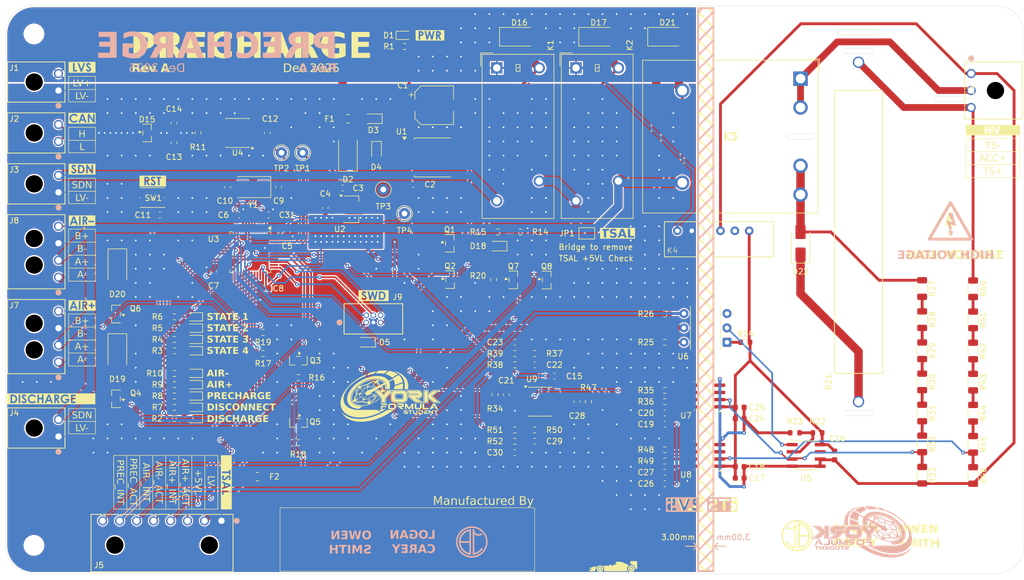
<source format=kicad_pcb>
(kicad_pcb (version 20241229) (generator "pcbnew") (generator_version "9.0")
  (title_block (rev "${REVISION}") (comment 4 "AISLER Project ID: XHVKCDDS"))
  (layers (0 "F.Cu" signal) (2 "B.Cu" signal) (5 "F.SilkS" user "F.Silkscreen") (7 "B.SilkS" user "B.Silkscreen") (1 "F.Mask" user) (3 "B.Mask" user) (25 "Edge.Cuts" user))
  (property "REVISION" "A")
  (net 0 "")
  (net 1 "Net-(D3-K)")
  (net 2 "GND")
  (net 3 "+5V")
  (net 4 "+3V3")
  (net 5 "/HSE_IN")
  (net 6 "/HSE_OUT")
  (net 7 "/NRST")
  (net 8 "CANH")
  (net 9 "CANL")
  (net 10 "+5VA")
  (net 11 "GND1")
  (net 12 "Net-(U9A--)")
  (net 13 "/HV Sampling/Accumulator")
  (net 14 "Net-(U9A-+)")
  (net 15 "/HV Sampling/ACC Sampler/VREFA")
  (net 16 "/HV Sampling/Tractive System")
  (net 17 "Net-(U9B--)")
  (net 18 "/HV Sampling/TS Sampler/VREFA")
  (net 19 "Net-(U9B-+)")
  (net 20 "+12V")
  (net 21 "Net-(D1-K)")
  (net 22 "Net-(D2-A2)")
  (net 23 "Net-(D5-A)")
  (net 24 "/STATUS LED")
  (net 25 "Net-(D6-A)")
  (net 26 "Net-(D7-A)")
  (net 27 "Net-(D8-A)")
  (net 28 "Net-(D9-A)")
  (net 29 "Net-(D10-A)")
  (net 30 "Net-(D11-A)")
  (net 31 "Net-(D12-A)")
  (net 32 "Net-(D13-A)")
  (net 33 "Net-(D14-A)")
  (net 34 "Net-(D16-A)")
  (net 35 "Net-(D17-A)")
  (net 36 "SHUTDOWN_3V3")
  (net 37 "Net-(D19-A)")
  (net 38 "SHUTDOWN_FINAL")
  (net 39 "Net-(D20-A)")
  (net 40 "Net-(D21-A)")
  (net 41 "Net-(D22-K)")
  (net 42 "V_PRECHARGE")
  (net 43 "SHUTDOWN_IN")
  (net 44 "AIR+_INT")
  (net 45 "AIR+_ACT")
  (net 46 "AIR-_ACT")
  (net 47 "AIR-_INT")
  (net 48 "+5VL")
  (net 49 "PRECHARGE_ACT")
  (net 50 "PRECHARGE_INT")
  (net 51 "V_ACC")
  (net 52 "V_TS")
  (net 53 "/SWO")
  (net 54 "/SWDIO")
  (net 55 "/SWCLK")
  (net 56 "Net-(JP1-B)")
  (net 58 "MCU_SHUTDOWN")
  (net 59 "AIR+_CMD")
  (net 60 "AIR-_CMD")
  (net 61 "PRECHARGE_CMD")
  (net 62 "Net-(U3-PB0)")
  (net 63 "Net-(U3-PB1)")
  (net 64 "Net-(U3-PB10)")
  (net 65 "Net-(U3-PB11)")
  (net 66 "Net-(U3-PB12)")
  (net 67 "Net-(U3-PB13)")
  (net 68 "Net-(U3-PB14)")
  (net 69 "Net-(U3-PB15)")
  (net 70 "Net-(U5A--)")
  (net 71 "Net-(R24-Pad1)")
  (net 72 "Net-(R25-Pad1)")
  (net 73 "Net-(R27-Pad2)")
  (net 74 "Net-(R28-Pad2)")
  (net 75 "Net-(R29-Pad2)")
  (net 76 "Net-(R30-Pad2)")
  (net 77 "Net-(R31-Pad2)")
  (net 78 "/HV Sampling/ACC Sampler/SCALED")
  (net 79 "Net-(U7-OUTN)")
  (net 80 "Net-(U7-OUTP)")
  (net 81 "Net-(R40-Pad2)")
  (net 82 "Net-(R41-Pad2)")
  (net 83 "Net-(R42-Pad2)")
  (net 84 "Net-(R43-Pad2)")
  (net 85 "Net-(R44-Pad2)")
  (net 86 "/HV Sampling/TS Sampler/SCALED")
  (net 87 "Net-(U8-OUTN)")
  (net 88 "Net-(U8-OUTP)")
  (net 89 "CAN_RX")
  (net 90 "CAN_TX")
  (net 104 "Net-(U5-Pad1)")
  (net 106 "Net-(J5-Pin_2)")
  (footprint "LED_SMD:LED_0603_1608Metric" (layer "F.Cu") (at 90.325 86 180)
    (property "Reference" "D10" (hide yes))
    (property "Value" "LED_Small")
  )
  (footprint "kibuzzard-694058AC" (layer "F.Cu") (at 70.5 84)
    (property "Reference" "kibuzzard-694058AC" (hide yes))
    (property "Value" "G***" (hide yes))
  )
  (footprint "Jumper:SolderJumper-2_P1.3mm_Open_TrianglePad1.0x1.5mm" (layer "F.Cu") (at 159.724999 71.25 180)
    (property "Reference" "JP1")
    (property "Value" "SolderJumper_2_Open")
  )
  (footprint "Resistor_SMD:R_1206_3216Metric" (layer "F.Cu") (at 219 92 -90)
    (property "Reference" "R29")
    (property "Value" "750k")
  )
  (footprint "LED_SMD:LED_0603_1608Metric" (layer "F.Cu") (at 90.325 98 180)
    (property "Reference" "D13" (hide yes))
    (property "Value" "LED_Small")
  )
  (footprint "Package_TO_SOT_SMD:SOT-23" (layer "F.Cu") (at 135.5625 79.424999)
    (property "Reference" "Q2")
    (property "Value" "DMN61D8LQ")
  )
  (footprint "Package_QFP:LQFP-48_7x7mm_P0.5mm" (layer "F.Cu") (at 100.25 74.575 -90)
    (property "Reference" "U3")
    (property "Value" "STM32F103C8Tx")
  )
  (footprint "Resistor_SMD:R_0603_1608Metric" (layer "F.Cu") (at 196.5 106.5 180)
    (property "Reference" "R23")
    (property "Value" "R")
  )
  (footprint "Capacitor_SMD:C_0603_1608Metric" (layer "F.Cu") (at 86.75 55.25 -90)
    (property "Reference" "C13")
    (property "Value" "100p")
  )
  (footprint "Diode_SMD:D_SMA" (layer "F.Cu") (at 161.8125 36.499998)
    (property "Reference" "D17")
    (property "Value" "1N4007")
  )
  (footprint "Resistor_SMD:R_1206_3216Metric" (layer "F.Cu") (at 219 86.5 -90)
    (property "Reference" "R28")
    (property "Value" "750k")
  )
  (footprint "Resistor_SMD:R_1206_3216Metric" (layer "F.Cu") (at 219 103 -90)
    (property "Reference" "R31")
    (property "Value" "750k")
  )
  (footprint "Capacitor_SMD:C_0603_1608Metric" (layer "F.Cu") (at 96.25 63.075 90)
    (property "Reference" "C10")
    (property "Value" "30p")
  )
  (footprint "yfs:APLR1000" (layer "F.Cu") (at 203.5 98.999999 90)
    (property "Reference" "R21")
    (property "Value" "1k")
  )
  (footprint "Package_SO:SOIC-8_3.9x4.9mm_P1.27mm" (layer "F.Cu") (at 151.5 101)
    (property "Reference" "U9")
    (property "Value" "TLV6002")
  )
  (footprint "Resistor_SMD:R_0603_1608Metric" (layer "F.Cu") (at 144 71 180)
    (property "Reference" "R15")
    (property "Value" "10k")
  )
  (footprint "Resistor_SMD:R_1206_3216Metric" (layer "F.Cu") (at 219 108.4625 -90)
    (property "Reference" "R32")
    (property "Value" "750k")
  )
  (footprint "Capacitor_SMD:C_0603_1608Metric" (layer "F.Cu") (at 84.25 68)
    (property "Reference" "C11")
    (property "Value" "100n")
  )
  (footprint "Resistor_SMD:R_0603_1608Metric" (layer "F.Cu") (at 173.5 90.5 180)
    (property "Reference" "R25")
    (property "Value" "200k")
  )
  (footprint "Capacitor_SMD:C_0603_1608Metric" (layer "F.Cu") (at 147 110 180)
    (property "Reference" "C30")
    (property "Value" "1u")
  )
  (footprint "MountingHole:MountingHole_3.2mm_M3" (layer "F.Cu") (at 232 126.400001)
    (property "Reference" "H4" (hide yes))
    (property "Value" "MountingHole")
  )
  (footprint "Relay_THT:Relay_SPST_Omron_G2RL-1A" (layer "F.Cu") (at 143.812501 42)
    (property "Reference" "K1")
    (property "Value" "G2RL-1A")
  )
  (footprint "Capacitor_SMD:C_0603_1608Metric" (layer "F.Cu") (at 186.75 112.5)
    (property "Reference" "C18")
    (property "Value" "100n")
  )
  (footprint "Capacitor_SMD:C_0603_1608Metric" (layer "F.Cu") (at 173.5 105 180)
    (property "Reference" "C19")
    (property "Value" "1u")
  )
  (footprint "Package_SO:SOIC-8_3.9x4.9mm_P1.27mm" (layer "F.Cu") (at 198.5 110.5)
    (property "Reference" "U5")
    (property "Value" "LM393")
  )
  (footprint "Capacitor_SMD:C_0603_1608Metric" (layer "F.Cu") (at 102.75 81 180)
    (property "Reference" "C8")
    (property "Value" "1u")
  )
  (footprint "Diode_SMD:D_SMA" (layer "F.Cu") (at 76.75 92.5 -90)
    (property "Reference" "D19")
    (property "Value" "1N4007")
  )
  (footprint "Package_TO_SOT_SMD:TO-252-2" (layer "F.Cu") (at 132.54 57.8225)
    (property "Reference" "U1")
    (property "Value" "TPS7B88")
  )
  (footprint "kibuzzard-694056F9" (layer "F.Cu") (at 70.5 50.9)
    (property "Reference" "kibuzzard-694056F9" (hide yes))
    (property "Value" "G***" (hide yes))
  )
  (footprint "Capacitor_SMD:C_0603_1608Metric" (layer "F.Cu") (at 173.5 113.5 180)
    (property "Reference" "C27")
    (property "Value" "100n")
  )
  (footprint "Resistor_SMD:R_1206_3216Metric" (layer "F.Cu") (at 228 81.0375 -90)
    (property "Reference" "R40")
    (property "Value" "750k")
  )
  (footprint "Diode_SMD:D_SMA" (layer "F.Cu") (at 197.5 73 90)
    (property "Reference" "D22")
    (property "Value" "1N4007")
  )
  (footprint "Resistor_SMD:R_0603_1608Metric" (layer "F.Cu") (at 86.825 98)
    (property "Reference" "R9")
    (property "Value" "330")
  )
  (footprint "Capacitor_SMD:C_0603_1608Metric" (layer "F.Cu") (at 186.75 102)
    (property "Reference" "C25")
    (property "Value" "100n")
  )
  (footprint "Capacitor_SMD:C_0603_1608Metric" (layer "F.Cu") (at 173.5 115.5 180)
    (property "Reference" "C26")
    (property "Value" "1u")
  )
  (footprint "kibuzzard-694058D8" (layer "F.Cu") (at 70.5 69)
    (property "Reference" "kibuzzard-694058D8" (hide yes))
    (property "Value" "G***" (hide yes))
  )
  (footprint "LED_SMD:LED_0603_1608Metric" (layer "F.Cu") (at 90.325 90 180)
    (property "Reference" "D8" (hide yes))
    (property "Value" "LED_Small")
  )
  (footprint "Resistor_SMD:R_1206_3216Metric" (layer "F.Cu") (at 228 92.0375 -90)
    (property "Reference" "R42")
    (property "Value" "750k")
  )
  (footprint "TestPoint:TestPoint_Keystone_5000-5004_Miniature" (layer "F.Cu") (at 123.75 63.5)
    (property "Reference" "TP3")
    (property "Value" "TestPoint")
  )
  (footprint "Resistor_SMD:R_0603_1608Metric" (layer "F.Cu") (at 200.5 106.5 180)
    (property "Reference" "R22")
    (property "Value" "R")
  )
  (footprint "MountingHole:MountingHole_3.2mm_M3" (layer "F.Cu") (at 62 36)
    (property "Reference" "H1" (hide yes))
    (property "Value" "MountingHole")
  )
  (footprint "Resistor_SMD:R_0603_1608Metric" (layer "F.Cu") (at 86.825 92)
    (property "Reference" "R3")
    (property "Value" "330")
  )
  (footprint "Resistor_SMD:R_0603_1608Metric" (layer "F.Cu") (at 173.5 99 180)
    (property "Reference" "R35")
    (property "Value" "3k3")
  )
  (footprint "Capacitor_SMD:C_0603_1608Metric" (layer "F.Cu") (at 98.25 68)
    (property "Reference" "C6")
    (property "Value" "1u")
  )
  (footprint "Capacitor_SMD:C_0603_1608Metric" (layer "F.Cu") (at 106.75 71 -90)
    (property "Reference" "C5")
    (property "Value" "1u")
  )
  (footprint "Resistor_SMD:R_0603_1608Metric" (layer "F.Cu") (at 150.5 92.5 180)
    (property "Reference" "R37")
    (property "Value" "3k3")
  )
  (footprint "Resistor_SMD:R_0603_1608Metric" (layer "F.Cu") (at 150.5 106 180)
    (property "Reference" "R50")
    (property "Value" "3k3")
  )
  (footprint "Package_TO_SOT_SMD:SOT-89-3" (layer "F.Cu") (at 118.062499 67)
    (property "Reference" "U2")
    (property "Value" "MCP1700x-330xxMB")
  )
  (footprint "yfs:MolexMicrofitPlus1x3" (layer "F.Cu") (at 227.6569 43 90)
    (property "Reference" "J6")
    (property "Value" "Conn_01x03")
  )
  (footprint "Resistor_SMD:R_0603_1608Metric" (layer "F.Cu") (at 86.825 88)
    (property "Reference" "R5")
    (property "Value" "330")
  )
  (footprint "Capacitor_SMD:C_0603_1608Metric" (layer "F.Cu") (at 103.475 68)
    (property "Reference" "C31")
    (property "Value" "1u")
  )
  (footprint "Capacitor_SMD:C_0603_1608Metric" (layer "F.Cu") (at 116.562499 63.25 180)
    (property "Reference" "C3")
    (property "Value" "1u")
  )
  (footprint "LED_SMD:LED_0603_1608Metric" (layer "F.Cu") (at 90.325 92 180)
    (property "Reference" "D7" (hide yes))
    (property "Value" "LED_Small")
  )
  (footprint "yfs:MolexMicrofitPlus1x4" (layer "F.Cu") (at 66.343101 78.999997 -90)
    (property "Reference" "J8")
    (property "Value" "Conn_01x04")
  )
  (footprint "Capacitor_SMD:C_0603_1608Metric" (layer "F.Cu") (at 147 90.5 180)
    (property "Reference" "C23")
    (property "Value" "1u")
  )
  (footprint "Resistor_SMD:R_1206_3216Metric" (layer "F.Cu") (at 228 114.0375 -90)
    (property "Reference" "R46")
    (property "Value" "47k")
  )
  (footprint "Resistor_SMD:R_0603_1608Metric" (layer "F.Cu") (at 173.5 85.5 180)
    (property "Reference" "R26")
    (property "Value" "10k")
  )
  (footprint "yfs:MolexMicrofitPlus1x2" (layer "F.Cu") (at 66.343101 64 -90)
    (property "Reference" "J3")
    (property "Value" "Conn_01x02")
  )
  (footprint "Package_SO:SOIC-8_3.9x4.9mm_P1.27mm" (layer "F.Cu") (at 180.75 100 180)
    (property "Reference" "U7")
    (property "Value" "AMC1351")
  )
  (footprint "LOGO" (layer "F.Cu") (at 224 69)
    (property "Reference" "G***" (hide yes))
    (property "Value" "LOGO" (hide yes))
  )
  (footprint "Capacitor_SMD:C_0603_1608Metric" (layer "F.Cu") (at 150.5 94.5 180)
    (property "Reference" "C22")
    (property "Value" "330p")
  )
  (footprint "Capacitor_SMD:C_0603_1608Metric" (layer "F.Cu") (at 158 101 90)
    (property "Reference" "C28")
    (property "Value" "330p")
  )
  (footprint "Capacitor_SMD:C_0603_1608Metric" (layer "F.Cu") (at 186.75 114.5)
    (property "Reference" "C17")
    (property "Value" "1u")
  )
  (footprint "yfs:MolexMicrofitPlus1x2" (layer "F.Cu") (at 66.343101 55 -90)
    (property "Reference" "J2")
    (property "Value" "Conn_01x02")
  )
  (footprint "Resistor_SMD:R_0603_1608Metric" (layer "F.Cu") (at 148 71 180)
    (property "Reference" "R14")
    (property "Value" "43k")
  )
  (footprint "TestPoint:TestPoint_Keystone_5000-5004_Miniature" (layer "F.Cu") (at 105.75 57)
    (property "Reference" "TP2")
    (property "Value" "TestPoint")
  )
  (footprint "Resistor_SMD:R_0603_1608Metric" (layer "F.Cu") (at 173.5 111.5 180)
    (property "Reference" "R49")
    (property "Value" "3k3")
  )
  (footprint "Resistor_SMD:R_0603_1608Metric" (layer "F.Cu") (at 102.5 88.75 180)
    (property "Reference" "R19")
    (property "Value" "10k")
  )
  (footprint "Capacitor_SMD:C_0603_1608Metric" (layer "F.Cu") (at 105.25 63.075 -90)
    (property "Reference" "C9")
    (property "Value" "30p")
  )
  (footprint "Capacitor_SMD:C_0603_1608Metric" (layer "F.Cu") (at 173.5 103 180)
    (property "Reference" "C20")
    (property "Value" "100n")
  )
  (footprint "Package_TO_SOT_SMD:SOT-23" (layer "F.Cu") (at 82 53.5)
    (property "Reference" "D15")
    (property "Value" "PESD2CAN")
  )
  (footprint "LOGO" (layer "F.Cu") (at 125 100)
    (property "Reference" "G***" (hide yes))
    (property "Value" "LOGO" (hide yes))
  )
  (footprint "Resistor_SMD:R_1206_3216Metric" (layer "F.Cu") (at 219 114 -90)
    (property "Reference" "R33")
    (property "Value" "47k")
  )
  (footprint "kibuzzard-69405918" (layer "F.Cu") (at 65 100.5)
    (property "Reference" "kibuzzard-69405918" (hide yes))
    (property "Value" "G***" (hide yes))
  )
  (footprint "kibuzzard-69408760" (layer "F.Cu") (at 231.5 53)
    (property "Reference" "kibuzzard-69408760" (hide yes))
    (property "Value" "G***" (hide yes))
  )
  (footprint "Resistor_SMD:R_1206_3216Metric" (layer "F.Cu") (at 228 97.5375 -90)
    (property "Reference" "R43")
    (property "Value" "750k")
  )
  (footprint "Capacitor_SMD:C_0603_1608Metric" (layer "F.Cu") (at 86.75 51.75 90)
    (property "Reference" "C14")
    (property "Value" "100p")
  )
  (footprint "Relay_THT:Relay_SPST_Omron_G2RL-1A" (layer "F.Cu") (at 157.8125 41.999999)
    (property "Reference" "K2")
    (property "Value" "G2RL-1A")
  )
  (footprint "Capacitor_SMD:CP_Elec_6.3x7.7" (layer "F.Cu") (at 132.75 48.6025)
    (property "Reference" "C1")
    (property "Value" "22u")
  )
  (footprint "Resistor_SMD:R_0603_1608Metric" (layer "F.Cu") (at 127.5 38.2075)
    (property "Reference" "R1")
    (property "Value" "10k")
  )
  (footprint "Resistor_SMD:R_0603_1608Metric" (layer "F.Cu") (at 108.75 96.75)
    (property "Reference" "R16")
    (property "Value" "10k")
  )
  (footprint "kibuzzard-6940937D" (layer "F.Cu") (at 96 115.25 -90)
    (property "Reference" "kibuzzard-6940937D" (hide yes))
    (property "Value" "G***" (hide yes))
  )
  (footprint "Resistor_SMD:R_1206_3216Metric" (layer "F.Cu") (at 228 108.5375 -90)
    (property "Reference" "R45")
    (property "Value" "750k")
  )
  (footprint "Resistor_SMD:R_0603_1608Metric" (layer "F.Cu") (at 160 101 90)
    (property "Reference" "R47")
    (property "Value" "3k3")
  )
  (footprint "Resistor_SMD:R_0603_1608Metric" (layer "F.Cu") (at 187.75 90.5)
    (property "Reference" "R24")
    (property "Value" "1k")
  )
  (footprint "Resistor_SMD:R_0603_1608Metric" (layer "F.Cu") (at 173.5 109.5 180)
    (property "Reference" "R48")
    (property "Value" "3k3")
  )
  (footprint "kibuzzard-69405726" (layer "F.Cu") (at 132 36.25)
    (property "Reference" "kibuzzard-69405726" (hide yes))
    (property "Value" "G***" (hide yes))
  )
  (footprint "LED_SMD:LED_0603_1608Metric" (layer "F.Cu") (at 127.5 36.25)
    (property "Reference" "D1")
    (property "Value" "LED_Small")
  )
  (footprint "Resistor_SMD:R_0603_1608Metric" (layer "F.Cu") (at 86.825 100)
    (property "Reference" "R8")
    (property "Value" "330")
  )
  (footprint "Resistor_SMD:R_0603_1608Metric" (layer "F.Cu") (at 147 92.5)
    (property "Reference" "R39")
    (property "Value" "10k")
  )
  (footprint "yfs:IDC-Connector-2x3" (layer "F.Cu") (at 120.729999 87)
    (property "Reference" "J9")
    (property "Value" "Conn_01x06")
  )
  (footprint "Resistor_SMD:R_0603_1608Metric" (layer "F.Cu") (at 86.825 86)
    (property "Reference" "R6")
    (property "Value" "330")
  )
  (footprint "kibuzzard-6910BB76" (layer "F.Cu") (at 122.019999 82.25)
    (property "Reference" "kibuzzard-6910BB76" (hide yes))
    (property "Value" "G***" (hide yes))
  )
  (footprint "Diode_SMD:D_SOD-323" (layer "F.Cu") (at 144 73.5 180)
    (property "Reference" "D18")
    (property "Value" "3V6")
  )
  (footprint "yfs:SPU01M-5" (layer "F.Cu") (at 180.81 63.18)
    (property "Reference" "K4")
    (property "Value" "SPU01M-05")
  )
  (footprint "Package_TO_SOT_SMD:SOT-23" (layer "F.Cu") (at 76.5 100.5 180)
    (property "Reference" "Q4")
    (property "Value" "DMN61D8LQ")
  )
  (footprint "Resistor_SMD:R_0603_1608Metric" (layer "F.Cu") (at 147 94.5 180)
    (property "Reference" "R38")
    (property "Value" "10k")
  )
  (footprint "LED_SMD:LED_0603_1608Metric" (layer "F.Cu") (at 90.325 96 180)
    (property "Reference" "D14" (hide yes))
    (property "Value" "LED_Small")
  )
  (footprint "Capacitor_SMD:C_0603_1608Metric" (layer "F.Cu") (at 113.5 66.75 90)
    (property "Reference" "C4")
    (property "Value" "1u")
  )
  (footprint "Diode_SMD:D_SOD-323" (layer "F.Cu") (at 122.55 56.6025 -90)
    (property "Reference" "D4")
    (property "Value" "D_Schottky")
  )
  (footprint "Capacitor_SMD:C_0805_2012Metric" (layer "F.Cu") (at 117.5 51)
    (property "Reference" "F1")
    (property "Value" "Polyfuse")
  )
  (footprint "Resistor_SMD:R_1206_3216Metric" (layer "F.Cu") (at 228 103.0375 -90)
    (property "Reference" "R44")
    (property "Value" "750k")
  )
  (footprint "MountingHole:MountingHole_3.2mm_M3" (layer "F.Cu") (at 232 36)
    (property "Reference" "H3" (hide yes))
    (property "Value" "MountingHole")
  )
  (footprint "Resistor_SMD:R_1206_3216Metric" (layer "F.Cu") (at 219 97.5 -90)
    (property "Reference" "R30")
    (property "Value" "750k")
  )
  (footprint "Capacitor_SMD:C_0603_1608Metric" (layer "F.Cu") (at 154 96.5)
    (property "Reference" "C15")
    (property "Value" "1u")
  )
  (footprint "Resistor_SMD:R_1206_3216Metric" (layer "F.Cu") (at 219 81 -90)
    (property "Reference" "R27")
    (property "Value" "750k")
  )
  (footprint "yfs:MolexMicrofitPlus1x2" (layer "F.Cu") (at 66.343101 107.157099 -90)
    (property "Reference" "J4")
    (property "Value" "Conn_01x02")
  )
  (footprint "Button_Switch_SMD:SW_Push_1P1T_NO_Vertical_Wuerth_434133025816" (layer "F.Cu") (at 82.95 64.925)
    (property "Reference" "SW1")
    (property "Value" "SW_Push")
  )
  (footprint "Package_TO_SOT_SMD:SOT-23" (layer "F.Cu") (at 152.625 79.500002)
    (property "Reference" "Q8")
    (property "Value" "DMN61D8LQ")
  )
  (footprint "Capacitor_SMD:C_0805_2012Metric" (layer "F.Cu") (at 101.5 114.25 180)
    (property "Reference" "F2")
    (property "Value" "Polyfuse")
  )
  (footprint "TestPoint:TestPoint_Keystone_5000-5004_Miniature" (layer "F.Cu") (at 109.5 57)
    (property "Reference" "TP1")
    (property "Value" "TestPoint")
  )
  (footprint "TestPoint:TestPoint_Keystone_5000-5004_Miniature" (layer "F.Cu") (at 127.5 67.75 90)
    (property "Reference" "TP4")
    (property "Value" "TestPoint")
  )
  (footprint "yfs:MolexMicrofitPlus1x4" (layer "F.Cu") (at 66.343101 93.999997 -90)
    (property "Reference" "J7")
    (property "Value" "Conn_01x04")
  )
  (footprint "Resistor_SMD:R_0603_1608Metric" (layer "F.Cu") (at 86.825 104 180)
    (property "Reference" "R2")
    (property "Value" "330")
  )
  (footprint "Resistor_SMD:R_0603_1608Metric" (layer "F.Cu") (at 86.825 96)
    (property "Reference" "R10")
    (property "Value" "330")
  )
  (footprint "Resistor_SMD:R_1206_3216Metric" (layer "F.Cu") (at 228 86.5375 -90)
    (property "Reference" "R41")
    (property "Value" "750k")
  )
  (footprint "Package_TO_SOT_SMD:SOT-23" (layer "F.Cu") (at 146.75 79.475)
    (property "Reference" "Q7")
    (property "Value" "DMN61D8LQ")
  )
  (footprint "Diode_SMD:D_SOD-323" (layer "F.Cu") (at 121.95 51 180)
    (property "Reference" "D3")
    (property "Value" "D_Schottky")
  )
  (footprint "LED_SMD:LED_0603_1608Metric" (layer "F.Cu") (at 90.325 100 180)
    (property "Reference" "D12" (hide yes))
    (property "Value" "LED_Small")
  )
  (footprint "Capacitor_SMD:C_0603_1608Metric" (layer "F.Cu") (at 129 62.6025)
    (property "Reference" "C2")
    (property "Value" "1u")
  )
  (footprint "LED_SMD:LED_0603_1608Metric" (layer "F.Cu") (at 90.325 104 180)
    (property "Reference" "D6" (hide yes))
    (property "Value" "LED_Small")
  )
  (footprint "Resistor_SMD:R_0603_1608Metric" (layer "F.Cu") (at 147 106 180)
    (property "Reference" "R51")
    (property "Value" "10k")
  )
  (footprint "Capacitor_SMD:C_0603_1608Metric" (layer "F.Cu") (at 93.75 78 90)
    (property "Reference" "C7")
    (property "Value" "1u")
  )
  (footprint "Package_TO_SOT_SMD:SOT-23" (layer "F.Cu") (at 76.5 85.5 180)
    (property "Reference" "Q6")
    (property "Value" "DMN61D8LQ")
  )
  (footprint "Capacitor_SMD:C_0603_1608Metric" (layer "F.Cu") (at 150.5 108 180)
    (property "Reference" "C29")
    (property "Value" "330p")
  )
  (footprint "LED_SMD:LED_0603_1608Metric" (layer "F.Cu") (at 90.325 102 180)
    (property "Reference" "D11" (hide yes))
    (property "Value" "LED_Small")
  )
  (footprint "Resistor_SMD:R_0603_1608Metric" (layer "F.Cu") (at 173.5 101 180)
    (property "Reference" "R36")
    (property "Value" "3k3")
  )
  (footprint "Resistor_SMD:R_0603_1608Metric" (layer "F.Cu") (at 86.825 90)
    (property "Reference" "R4")
    (property "Value" "330")
  )
  (footprint "Resistor_SMD:R_0603_1608Metric" (layer "F.Cu") (at 143.25 79.425 -90)
    (property "Reference" "R20")
    (property "Value" "10k")
  )
  (footprint "Package_TO_SOT_SMD:SOT-23" (layer "F.Cu") (at 135.5 73)
    (property "Reference" "Q1")
    (property "Value" "DMN61D8LQ")
  )
  (footprint "Resistor_SMD:R_0603_1608Metric" (layer "F.Cu") (at 143.5 99.75 90)
    (property "Reference" "R34")
    (property "Value" "3k3")
  )
  (footprint "Resistor_SMD:R_0603_1608Metric" (layer "F.Cu") (at 102.5 92.5 180)
    (property "Reference" "R17")
    (property "Value" "10k")
  )
  (footprint "yfs:G9EJH-1-E" (layer "F.Cu") (at 197.5 43.899999 180)
    (property "Reference" "K3")
    (property "Value" "G9EJH-1-E" (hide yes))
  )
  (footprint "MyLibrary:Logo" (layer "F.Cu") (at 196.9 124.7)
    (property "Reference" "G***" (hide yes))
    (property "Value" "LOGO" (hide yes))
  )
  (footprint "Diode_SMD:D_SMA" (layer "F.Cu") (at 76.75 77.5 -90)
    (property "Reference" "D20")
    (property "Value" "1N4007")
  )
  (footprint "Resistor_SMD:R_0603_1608Metric" (layer "F.Cu") (at 108.75 108.25 180)
    (property "Reference" "R18")
    (property "Value" "10k")
  )
  (footprint "Capacitor_SMD:C_0603_1608Metric" (layer "F.Cu") (at 103.25 53.5 -90)
    (property "Reference" "C12")
    (property "Value" "1u")
  )
  (footprint "Package_SO:SOIC-8_3.9x4.9mm_P1.27mm" (layer "F.Cu") (at 98 53.5 180)
    (property "Reference" "U4")
    (property "Value" "SN65HVD1050D")
  )
  (footprint "Resistor_SMD:R_0603_1608Metric" (layer "F.Cu") (at 91 53.5 90)
    (property "Reference" "R11")
    (property "Value" "120")
  )
  (footprint "LED_SMD:LED_0603_1608Metric" (layer "F.Cu") (at 90.325 88 180)
    (property "Reference" "D9" (hide yes))
    (property "Value" "LED_Small")
  )
  (footprint "Capacitor_SMD:C_0603_1608Metric" (layer "F.Cu") (at 203.5 110.5 90)
    (property "Reference" "C16")
    (property "Value" "1u")
  )
  (footprint "Diode_SMD:D_SMA" (layer "F.Cu") (at 117.5 56.75 90)
    (property "Reference" "D2")
    (property "Value" "SMAJ24CA")
  )
  (footprint "Crystal:Crystal_SMD_5032-2Pin_5.0x3.2mm" (layer "F.Cu") (at 100.75 63.075 180)
    (property "Reference" "Y1")
    (property "Value" "8M")
  )
  (footprint "MountingHole:MountingHole_3.2mm_M3" (layer "F.Cu") (at 62 126.400001)
    (property "Reference" "H2" (hide yes))
    (property "Value" "MountingHole")
  )
  (footprint "Package_SO:SOIC-8_3.9x4.9mm_P1.27mm" (layer "F.Cu") (at 180.75 110.5 180)
    (property "Reference" "U8")
    (property "Value" "AMC1351")
  )
  (footprint "kibuzzard-694056F2" (layer "F.Cu") (at 70.5 41.9)
    (property "Reference" "kibuzzard-694056F2" (hide yes))
    (property "Value" "G***" (hide yes))
  )
  (footprint "Diode_SMD:D_SOD-323" (layer "F.Cu") (at 120.75 90.5 180)
    (property "Reference" "D5")
    (property "Value" "D_Schottky")
  )
  (footprint "yfs:MolexMicrofitPlus1x8" (layer "F.Cu") (at 95.148398 122.057)
    (property "Reference" "J5")
    (property "Value" "Conn_01x08")
  )
  (footprint "kibuzzard-69405880" (layer "F.Cu") (at 70.5 59.9)
    (property "Reference" "kibuzzard-69405880" (hide yes))
    (property "Value" "G***" (hide yes))
  )
  (footprint "Resistor_SMD:R_0603_1608Metric" (layer "F.Cu") (at 147 108)
    (property "Reference" "R52")
    (property "Value" "10k")
  )
  (footprint "yfs:MolexMicrofitPlus1x2" (layer "F.Cu") (at 66.343101 46 -90)
    (property "Reference" "J1")
    (property "Value" "Conn_01x02")
  )
  (footprint "Diode_SMD:D_SMA" (layer "F.Cu") (at 147.8125 36.5)
    (property "Reference" "D16")
    (property "Value" "1N4007")
  )
  (footprint "Capacitor_SMD:C_0603_1608Metric" (layer "F.Cu") (at 145.5 99.75 90)
    (property "Reference" "C21")
    (property "Value" "330p")
  )
  (footprint "Capacitor_SMD:C_0603_1608Metric" (layer "F.Cu") (at 186.75 104)
    (property "Reference" "C24")
    (property "Value" "1u")
  )
  (footprint "Package_DIP:DIP-6_W7.62mm" (layer "F.Cu") (at 184.5 90.5 180)
    (property "Reference" "U6")
    (property "Value" "4N35")
  )
  (footprint "kibuzzard-6910BB45" (layer "F.Cu") (at 83 62)
    (property "Reference" "kibuzzard-6910BB45" (hide yes))
    (property "Value" "G***" (hide yes))
  )
  (footprint "Resistor_SMD:R_0603_1608Metric" (layer "F.Cu") (at 86.825 102)
    (property "Reference" "R7")
    (property "Value" "330")
  )
  (footprint "Package_TO_SOT_SMD:SOT-23" (layer "F.Cu") (at 108.75 104.75 -90)
    (property "Reference" "Q5")
    (property "Value" "DMN61D8LQ")
  )
  (footprint "Diode_SMD:D_SMA" (layer "F.Cu") (at 174 36.5)
    (property "Reference" "D21")
    (property "Value" "1N4007")
  )
  (footprint "Package_TO_SOT_SMD:SOT-23" (layer "F.Cu") (at 108.75 93.75 -90)
    (property "Reference" "Q3")
    (property "Value" "DMN61D8LQ")
  )
  (footprint "MyLibrary:Logo" (layer "B.Cu") (at 139.4 125.797242 180)
    (property "Reference" "G***" (hide yes))
    (property "Value" "LOGO" (hide yes))
  )
  (footprint "LOGO" (layer "B.Cu") (at 208.4 124 180)
    (property "Reference" "G***" (hide yes))
    (property "Value" "LOGO" (hide yes))
  )
  (footprint "LOGO" (layer "B.Cu") (at 224 69.041536 180)
    (property "Reference" "G***" (hide yes))
    (property "Value" "LOGO" (hide yes))
  )
  (gr_line (start 179.4 117.1) (end 182.1 119.8) (stroke (width 0.3)) (layer "F.SilkS"))
  (gr_line (start 179.2 126.55) (end 177.2 126.55) (stroke (width 0.15)) (layer "F.SilkS"))
  (gr_line (start 179.4 127.1) (end 182.1 129.8) (stroke (width 0.3)) (layer "F.SilkS"))
  (gr_poly (pts (xy 168.475479 129.17911) (xy 168.483372 129.179711) (xy 168.491151 129.180699) (xy 168.498806 129.182067) (xy 168.506326 129.183804) (xy 168.513704 129.185899) (xy 168.520927 129.188344) (xy 168.527988 129.191129) (xy 168.534875 129.194244) (xy 168.541579 129.197679) (xy 168.54809 129.201424) (xy 168.554398 129.20547) (xy 168.560494 129.209807) (xy 168.566368 129.214426) (xy 168.572009 129.219315) (xy 168.577408 129.224466) (xy 168.582556 129.22987) (xy 168.587441 129.235515) (xy 168.592055 129.241393) (xy 168.596387 129.247493) (xy 168.600428 129.253807) (xy 168.604168 129.260324) (xy 168.607597 129.267034) (xy 168.610705 129.273928) (xy 168.613482 129.280995) (xy 168.615919 129.288227) (xy 168.618006 129.295614) (xy 168.619732 129.303145) (xy 168.621088 129.310811) (xy 168.622065 129.318602) (xy 168.622651 129.326509) (xy 168.622838 129.334521) (xy 168.622838 130.55508) (xy 168.287433 130.55508) (xy 168.287841 130.547966) (xy 168.288322 130.540795) (xy 168.288542 130.5372) (xy 168.288723 130.533607) (xy 168.288845 130.53002) (xy 168.28889 130.526444) (xy 168.288005 130.490503) (xy 168.285375 130.455017) (xy 168.281044 130.420028) (xy 168.275053 130.385575) (xy 168.267443 130.351702) (xy 168.258257 130.318448) (xy 168.247537 130.285857) (xy 168.235323 130.253968) (xy 168.221659 130.222823) (xy 168.206585 130.192464) (xy 168.190143 130.162932) (xy 168.172376 130.134269) (xy 168.153325 130.106515) (xy 168.133032 130.079711) (xy 168.111538 130.053901) (xy 168.088886 130.029124) (xy 168.065117 130.005422) (xy 168.040273 129.982837) (xy 168.014396 129.961409) (xy 167.987528 129.94118) (xy 167.95971 129.922192) (xy 167.930984 129.904486) (xy 167.901392 129.888103) (xy 167.870976 129.873084) (xy 167.839778 129.859472) (xy 167.807838 129.847306) (xy 167.7752 129.836629) (xy 167.741905 129.827482) (xy 167.707995 129.819907) (xy 167.673511 129.813944) (xy 167.638496 129.809635) (xy 167.60299 129.807021) (xy 167.443947 129.648063) (xy 167.438631 129.642477) (xy 167.433621 129.636659) (xy 167.428921 129.630622) (xy 167.424535 129.624378) (xy 167.420471 129.617942) (xy 167.416732 129.611326) (xy 167.413324 129.604543) (xy 167.410252 129.597607) (xy 167.407522 129.59053) (xy 167.405139 129.583325) (xy 167.403108 129.576005) (xy 167.401435 129.568585) (xy 167.400124 129.561075) (xy 167.399181 129.553491) (xy 167.398611 129.545844) (xy 167.39842 129.538148) (xy 167.39842 129.334435) (xy 167.398623 129.326431) (xy 167.399223 129.318531) (xy 167.400212 129.310747) (xy 167.40158 129.303087) (xy 167.403316 129.295562) (xy 167.405412 129.288181) (xy 167.407857 129.280954) (xy 167.410642 129.273891) (xy 167.413757 129.267002) (xy 167.417192 129.260296) (xy 167.420937 129.253783) (xy 167.424983 129.247473) (xy 167.42932 129.241375) (xy 167.433938 129.2355) (xy 167.438828 129.229857) (xy 167.443979 129.224456) (xy 167.449383 129.219306) (xy 167.455028 129.214418) (xy 167.460906 129.209802) (xy 167.467007 129.205466) (xy 167.47332 129.201421) (xy 167.479837 129.197676) (xy 167.486547 129.194242) (xy 167.493441 129.191128) (xy 167.500508 129.188344) (xy 167.50774 129.185899) (xy 167.515127 129.183803) (xy 167.522658 129.182067) (xy 167.530324 129.180699) (xy 167.538115 129.179711) (xy 167.546022 129.17911) (xy 167.554034 129.178908) (xy 168.467482 129.178908)) (stroke (width -0.000001)) (fill yes) (layer "F.SilkS"))
  (gr_line (start 179.4 59.6) (end 182.1 62.3) (stroke (width 0.3)) (layer "F.SilkS"))
  (gr_line (start 179.4 112.1) (end 182.1 114.8) (stroke (width 0.3)) (layer "F.SilkS"))
  (gr_line (start 179.4 114.6) (end 182.1 117.3) (stroke (width 0.3)) (layer "F.SilkS"))
  (gr_rect (start 68.125 85.5) (end 72.875 94.7) (stroke (width 0.1)) (fill no) (layer "F.SilkS"))
  (gr_line (start 179.4 64.6) (end 182.1 67.3) (stroke (width 0.3)) (layer "F.SilkS"))
  (gr_rect (start 226.75 54.5) (end 236.25 61.4) (stroke (width 0.1)) (fill no) (layer "F.SilkS"))
  (gr_line (start 179.4 32.1) (end 182.1 34.8) (stroke (width 0.3)) (layer "F.SilkS"))
  (gr_line (start 179.4 92.1) (end 182.1 94.8) (stroke (width 0.3)) (layer "F.SilkS"))
  (gr_line (start 68.125 87.8) (end 72.875 87.8) (stroke (width 0.1)) (layer "F.SilkS"))
  (gr_line (start 85.300001 110.5) (end 85.300001 120) (stroke (width 0.1)) (layer "F.SilkS"))
  (gr_line (start 68.125 92.4) (end 72.875 92.4) (stroke (width 0.1)) (layer "F.SilkS"))
  (gr_line (start 179.4 89.6) (end 182.1 92.3) (stroke (width 0.3)) (layer "F.SilkS"))
  (gr_line (start 179.4 39.6) (end 182.1 42.3) (stroke (width 0.3)) (layer "F.SilkS"))
  (gr_line (start 68.125 63.815859) (end 72.875 63.815859) (stroke (width 0.1)) (layer "F.SilkS"))
  (gr_rect (start 68.125 43.5) (end 72.875 48) (stroke (width 0.1)) (fill no) (layer "F.SilkS"))
  (gr_poly (pts (xy 94.5 110.5) (xy 94.5 120) (xy 76.099999 120) (xy 76.100001 110.5)) (stroke (width 0.1)) (fill no) (layer "F.SilkS"))
  (gr_line (start 179.4 97.1) (end 182.1 99.8) (stroke (width 0.3)) (layer "F.SilkS"))
  (gr_line (start 181.25 31.45) (end 182.1 32.3) (stroke (width 0.3)) (layer "F.SilkS"))
  (gr_line (start 179.4 87.1) (end 182.1 89.8) (stroke (width 0.3)) (layer "F.SilkS"))
  (gr_rect (start 105.5 119.75) (end 150.5 131) (stroke (width 0.08382)) (fill no) (layer "F.SilkS"))
  (gr_line (start 182.3 126.55) (end 184.300001 126.55) (stroke (width 0.15)) (layer "F.SilkS"))
  (gr_poly (pts (xy 167.195394 129.909992) (xy 167.157083 129.934855) (xy 167.120477 129.962017) (xy 167.085683 129.991376) (xy 167.052805 130.02283) (xy 167.021949 130.056276) (xy 166.993222 130.091613) (xy 166.966729 130.128737) (xy 166.942576 130.167547) (xy 166.920868 130.20794) (xy 166.901712 130.249815) (xy 166.885212 130.293069) (xy 166.871476 130.337599) (xy 166.860607 130.383304) (xy 166.852713 130.430082) (xy 166.8479 130.477829) (xy 166.846271 130.526444) (xy 166.846375 130.537248) (xy 166.846683 130.548188) (xy 166.847189 130.559271) (xy 166.84789 130.570503) (xy 166.848779 130.581891) (xy 166.849852 130.593444) (xy 166.851105 130.605167) (xy 166.852531 130.617068) (xy 166.856251 130.642918) (xy 166.860874 130.668436) (xy 166.866381 130.693607) (xy 166.872755 130.718418) (xy 166.879977 130.742855) (xy 166.88803 130.766902) (xy 166.896896 130.790546) (xy 166.906556 130.813772) (xy 166.916992 130.836566) (xy 166.928188 130.858914) (xy 166.940124 130.880801) (xy 166.952783 130.902213) (xy 166.966147 130.923135) (xy 166.980198 130.943555) (xy 166.994917 130.963456) (xy 167.010288 130.982825) (xy 162.776311 130.982825) (xy 162.772968 130.526701) (xy 162.771933 130.487954) (xy 162.768864 130.449745) (xy 162.763815 130.412127) (xy 162.756841 130.375148) (xy 162.747995 130.33886) (xy 162.737331 130.303313) (xy 162.724903 130.268559) (xy 162.710765 130.234647) (xy 162.694972 130.201628) (xy 162.677576 130.169553) (xy 162.658633 130.138473) (xy 162.638196 130.108437) (xy 162.61632 130.079497) (xy 162.593057 130.051704) (xy 162.568463 130.025107) (xy 162.542591 129.999758) (xy 162.775662 129.99338) (xy 162.9908 129.990913) (xy 163.183954 129.991414) (xy 163.351074 129.993939) (xy 163.488108 129.997546) (xy 163.591005 130.00129) (xy 163.678184 130.005417) (xy 163.732627 129.808735) (xy 163.743757 129.805183) (xy 163.754824 129.802038) (xy 163.765812 129.799281) (xy 163.776707 129.796893) (xy 163.787494 129.794854) (xy 163.798156 129.793146) (xy 163.808681 129.791749) (xy 163.819051 129.790645) (xy 163.835935 129.78961) (xy 163.852737 129.789613) (xy 163.869414 129.790635) (xy 163.885923 129.79266) (xy 163.902223 129.795669) (xy 163.91827 129.799645) (xy 163.934021 129.804571) (xy 163.949436 129.810429) (xy 163.964471 129.817201) (xy 163.979084 129.824869) (xy 163.993231 129.833417) (xy 164.006872 129.842827) (xy 164.019963 129.85308) (xy 164.032463 129.86416) (xy 164.044327 129.876049) (xy 164.055515 129.888729) (xy 164.152484 130.005417) (xy 164.165932 130.004787) (xy 164.179368 130.002953) (xy 164.192821 130) (xy 164.20632 129.996013) (xy 164.233571 129.985276) (xy 164.261352 129.971418) (xy 164.289893 129.95512) (xy 164.319426 129.93706) (xy 164.382389 129.898363) (xy 164.416281 129.879085) (xy 164.452088 129.860756) (xy 164.49004 129.844057) (xy 164.530369 129.829665) (xy 164.551497 129.823546) (xy 164.573306 129.818258) (xy 164.595824 129.813887) (xy 164.61908 129.810516) (xy 164.643103 129.80823) (xy 164.667923 129.807115) (xy 164.693568 129.807256) (xy 164.720066 129.808736) (xy 164.73267 129.771097) (xy 164.735912 129.762439) (xy 164.739794 129.754165) (xy 164.744283 129.746299) (xy 164.749343 129.738865) (xy 164.754942 129.731887) (xy 164.761043 129.72539) (xy 164.767613 129.719396) (xy 164.774617 129.713932) (xy 164.782021 129.709019) (xy 164.789791 129.704684) (xy 164.797892 129.700949) (xy 164.806289 129.69784) (xy 164.814949 129.695379) (xy 164.823836 129.693592) (xy 164.832917 129.692502) (xy 164.842157 129.692133) (xy 165 129.692133) (xy 165 129.606652) (xy 164.938268 129.606652) (xy 164.933436 129.60653) (xy 164.928667 129.606167) (xy 164.923968 129.605569) (xy 164.919345 129.604742) (xy 164.914804 129.603693) (xy 164.910351 129.602426) (xy 164.90599 129.600948) (xy 164.901729 129.599266) (xy 164.897574 129.597384) (xy 164.893529 129.595308) (xy 164.889601 129.593046) (xy 164.885796 129.590602) (xy 164.882119 129.587982) (xy 164.878576 129.585193) (xy 164.875174 129.582241) (xy 164.871918 129.579131) (xy 164.868814 129.575869) (xy 164.865868 129.572461) (xy 164.863085 129.568914) (xy 164.860472 129.565232) (xy 164.858035 129.561423) (xy 164.855778 129.557491) (xy 164.853709 129.553444) (xy 164.851833 129.549286) (xy 164.850155 129.545024) (xy 164.848683 129.540664) (xy 164.84742 129.536211) (xy 164.846374 129.531672) (xy 164.845551 129.527052) (xy 164.844955 129.522358) (xy 164.844593 129.517595) (xy 164.844472 129.51277) (xy 164.844472 129.389479) (xy 164.844594 129.384646) (xy 164.844956 129.379877) (xy 164.845553 129.375177) (xy 164.846378 129.370553) (xy 164.847426 129.366009) (xy 164.84869 129.361554) (xy 164.850165 129.357191) (xy 164.851845 129.352927) (xy 164.853724 129.348768) (xy 164.855796 129.34472) (xy 164.858055 129.340788) (xy 164.860495 129.336979) (xy 164.863111 129.333299) (xy 164.865896 129.329752) (xy 164.868844 129.326346) (xy 164.87195 129.323086) (xy 164.875208 129.319978) (xy 164.878612 129.317028) (xy 164.882156 129.314241) (xy 164.885833 129.311625) (xy 164.889639 129.309183) (xy 164.893567 129.306923) (xy 164.897611 129.304851) (xy 164.901766 129.302971) (xy 164.906025 129.301291) (xy 164.910382 129.299815) (xy 164.914833 129.298551) (xy 164.91937 129.297503) (xy 164.923988 129.296678) (xy 164.928681 129.296081) (xy 164.933443 129.295719) (xy 164.938268 129.295597) (xy 165.808418 129.295597)) (stroke (width -0.000001)) (fill yes) (layer "F.SilkS"))
  (gr_line (start 179.4 94.6) (end 182.1 97.3) (stroke (width 0.3)) (layer "F.SilkS"))
  (gr_line (start 179.4 77.1) (end 182.1 79.8) (stroke (width 0.3)) (layer "F.SilkS"))
  (gr_line (start 179.4 74.6) (end 182.1 77.3) (stroke (width 0.3)) (layer "F.SilkS"))
  (gr_line (start 68.125 54.815859) (end 72.875 54.815859) (stroke (width 0.1)) (layer "F.SilkS"))
  (gr_line (start 87.6 110.5) (end 87.6 120) (stroke (width 0.1)) (layer "F.SilkS"))
  (gr_line (start 179.4 47.1) (end 182.1 49.8) (stroke (width 0.3)) (layer "F.SilkS"))
  (gr_line (start 179.4 122.1) (end 182.1 124.8) (stroke (width 0.3)) (layer "F.SilkS"))
  (gr_line (start 68.125 104.5) (end 72.875 104.5) (stroke (width 0.1)) (layer "F.SilkS"))
  (gr_line (start 179.4 57.1) (end 182.1 59.8) (stroke (width 0.3)) (layer "F.SilkS"))
  (gr_line (start 226.75 59.1) (end 236.25 59.1) (stroke (width 0.1)) (layer "F.SilkS"))
  (gr_line (start 179.2 126.55) (end 178.6 127.15) (stroke (width 0.15)) (layer "F.SilkS"))
  (gr_line (start 179.4 79.6) (end 182.1 82.3) (stroke (width 0.3)) (layer "F.SilkS"))
  (gr_line (start 179.4 44.6) (end 182.1 47.3) (stroke (width 0.3)) (layer "F.SilkS"))
  (gr_line (start 179.4 72.1) (end 182.1 74.8) (stroke (width 0.3)) (layer "F.SilkS"))
  (gr_line (start 179.4 104.6) (end 182.1 107.3) (stroke (width 0.3)) (layer "F.SilkS"))
  (gr_line (start 179.4 119.6) (end 182.1 122.3) (stroke (width 0.3)) (layer "F.SilkS"))
  (gr_line (start 83.000001 110.5) (end 83.000001 120) (stroke (width 0.1)) (layer "F.SilkS"))
  (gr_line (start 179.4 107.1) (end 182.1 109.8) (stroke (width 0.3)) (layer "F.SilkS"))
  (gr_line (start 68.125 72.8) (end 72.875 72.8) (stroke (width 0.1)) (layer "F.SilkS"))
  (gr_poly (pts (xy 161.463586 130.110659) (xy 161.447343 130.13453) (xy 161.432031 130.159055) (xy 161.417677 130.184211) (xy 161.404309 130.209973) (xy 161.391957 130.236317) (xy 161.380647 130.263219) (xy 161.370408 130.290655) (xy 161.361269 130.318601) (xy 161.353257 130.347031) (xy 161.3464 130.375922) (xy 161.340727 130.40525) (xy 161.336266 130.434991) (xy 161.333044 130.465119) (xy 161.331091 130.495612) (xy 161.330433 130.526444) (xy 161.330534 130.537248) (xy 161.330834 130.548185) (xy 161.331333 130.559262) (xy 161.33203 130.570481) (xy 161.332924 130.58185) (xy 161.334014 130.593372) (xy 161.335299 130.605053) (xy 161.336778 130.616898) (xy 161.337061 130.618937) (xy 161.337387 130.620944) (xy 161.338118 130.624893) (xy 161.338864 130.62881) (xy 161.33921 130.630777) (xy 161.339522 130.632759) (xy 161.174734 130.632759) (xy 161.174734 130.920323) (xy 161.174653 130.923542) (xy 161.174412 130.926719) (xy 161.174015 130.929849) (xy 161.173466 130.932929) (xy 161.172768 130.935954) (xy 161.171927 130.938921) (xy 161.170945 130.941827) (xy 161.169827 130.944666) (xy 161.168576 130.947435) (xy 161.167197 130.95013) (xy 161.165693 130.952747) (xy 161.164068 130.955283) (xy 161.162327 130.957733) (xy 161.160472 130.960094) (xy 161.158509 130.962361) (xy 161.15644 130.964531) (xy 161.15427 130.9666) (xy 161.152003 130.968564) (xy 161.149642 130.970418) (xy 161.147192 130.97216) (xy 161.144656 130.973784) (xy 161.142038 130.975288) (xy 161.139343 130.976668) (xy 161.136574 130.977918) (xy 161.133735 130.979037) (xy 161.13083 130.980018) (xy 161.127863 130.98086) (xy 161.124837 130.981557) (xy 161.121758 130.982106) (xy 161.118627 130.982503) (xy 161.115451 130.982744) (xy 161.112231 130.982826) (xy 160.257514 130.982826) (xy 160.254295 130.982744) (xy 160.251119 130.982502) (xy 160.24799 130.982104) (xy 160.244912 130.981554) (xy 160.241888 130.980855) (xy 160.238923 130.980011) (xy 160.236021 130.979027) (xy 160.233185 130.977906) (xy 160.230419 130.976653) (xy 160.227727 130.975271) (xy 160.225113 130.973765) (xy 160.222581 130.972137) (xy 160.220134 130.970393) (xy 160.217778 130.968536) (xy 160.215514 130.96657) (xy 160.213348 130.964499) (xy 160.211284 130.962327) (xy 160.209324 130.960058) (xy 160.207474 130.957697) (xy 160.205736 130.955245) (xy 160.204115 130.952709) (xy 160.202614 130.950092) (xy 160.201238 130.947397) (xy 160.199991 130.944629) (xy 160.198876 130.941792) (xy 160.197896 130.93889) (xy 160.197057 130.935926) (xy 160.196362 130.932904) (xy 160.195814 130.929829) (xy 160.195418 130.926705) (xy 160.195178 130.923535) (xy 160.195097 130.920323) (xy 160.195097 130.734101) (xy 160.195178 130.730882) (xy 160.195419 130.727706) (xy 160.195816 130.724577) (xy 160.196365 130.721499) (xy 160.197062 130.718475) (xy 160.197904 130.71551) (xy 160.198885 130.712608) (xy 160.200003 130.709772) (xy 160.201253 130.707006) (xy 160.202632 130.704314) (xy 160.204135 130.7017) (xy 160.205758 130.699168) (xy 160.207499 130.696721) (xy 160.209352 130.694365) (xy 160.211314 130.692101) (xy 160.213381 130.689935) (xy 160.215548 130.687871) (xy 160.217813 130.685911) (xy 160.220171 130.68406) (xy 160.222619 130.682323) (xy 160.225151 130.680702) (xy 160.227765 130.679201) (xy 160.230456 130.677825) (xy 160.233221 130.676578) (xy 160.236055 130.675462) (xy 160.238955 130.674483) (xy 160.241917 130.673644) (xy 160.244936 130.672949) (xy 160.24801 130.672401) (xy 160.251133 130.672005) (xy 160.254303 130.671765) (xy 160.257514 130.671684) (xy 160.59935 130.671684) (xy 160.598078 130.653045) (xy 160.594373 130.636115) (xy 160.588397 130.6208) (xy 160.58031 130.607008) (xy 160.570277 130.594646) (xy 160.558459 130.583621) (xy 160.545018 130.57384) (xy 160.530116 130.56521) (xy 160.513917 130.557638) (xy 160.496582 130.551031) (xy 160.478273 130.545296) (xy 160.459153 130.540341) (xy 160.419127 130.532397) (xy 160.377804 130.526455) (xy 160.296455 130.517605) (xy 160.259026 130.51321) (xy 160.225491 130.507843) (xy 160.197149 130.500762) (xy 160.18533 130.496347) (xy 160.175297 130.491224) (xy 160.167211 130.4853) (xy 160.161234 130.478483) (xy 160.157529 130.47068) (xy 160.156258 130.461798) (xy 160.222822 130.427029) (xy 160.292376 130.393974) (xy 160.364743 130.362591) (xy 160.439744 130.332837) (xy 160.517203 130.30467) (xy 160.596942 130.278048) (xy 160.762551 130.229267) (xy 160.935153 130.186158) (xy 161.11333 130.148381) (xy 161.295662 130.115597) (xy 161.480731 130.087468)) (stroke (width -0.000001)) (fill yes) (layer "F.SilkS"))
  (gr_line (start 182.3 126.55) (end 182.9 127.15) (stroke (width 0.15)) (layer "F.SilkS"))
  (gr_rect (start 68.125 70.5) (end 72.875 79.7) (stroke (width 0.1)) (fill no) (layer "F.SilkS"))
  (gr_line (start 68.125 90.1) (end 72.875 90.1) (stroke (width 0.1)) (layer "F.SilkS"))
  (gr_line (start 226.75 56.8) (end 236.25 56.8) (stroke (width 0.1)) (layer "F.SilkS"))
  (gr_line (start 179.4 99.6) (end 182.1 102.3) (stroke (width 0.3)) (layer "F.SilkS"))
  (gr_line (start 179.4 109.6) (end 182.1 112.3) (stroke (width 0.3)) (layer "F.SilkS"))
  (gr_poly (pts (xy 162.081881 129.938622) (xy 162.111792 129.940894) (xy 162.141269 129.944635) (xy 162.170274 129.949809) (xy 162.198771 129.956379) (xy 162.226721 129.964307) (xy 162.254089 129.973558) (xy 162.280836 129.984093) (xy 162.306927 129.995877) (xy 162.332325 130.008871) (xy 162.356991 130.02304) (xy 162.380889 130.038347) (xy 162.403983 130.054754) (xy 162.426234 130.072225) (xy 162.447607 130.090723) (xy 162.468063 130.11021) (xy 162.487567 130.130651) (xy 162.50608 130.152007) (xy 162.523567 130.174243) (xy 162.539989 130.197321) (xy 162.555311 130.221205) (xy 162.569494 130.245857) (xy 162.582502 130.271241) (xy 162.594298 130.297319) (xy 162.604845 130.324055) (xy 162.614106 130.351413) (xy 162.622044 130.379354) (xy 162.628621 130.407842) (xy 162.633801 130.436841) (xy 162.637547 130.466313) (xy 162.639822 130.496222) (xy 162.640589 130.52653) (xy 162.640538 130.532856) (xy 162.640392 130.539167) (xy 162.640159 130.545464) (xy 162.639849 130.551748) (xy 162.639033 130.56428) (xy 162.638016 130.576772) (xy 162.634954 130.604854) (xy 162.630596 130.632524) (xy 162.624972 130.659751) (xy 162.618114 130.686504) (xy 162.610053 130.71275) (xy 162.60082 130.738458) (xy 162.590446 130.763598) (xy 162.578963 130.788137) (xy 162.566402 130.812044) (xy 162.552794 130.835287) (xy 162.53817 130.857836) (xy 162.522562 130.879658) (xy 162.506 130.900723) (xy 162.488515 130.920998) (xy 162.47014 130.940452) (xy 162.450905 130.959055) (xy 162.430841 130.976773) (xy 162.40998 130.993577) (xy 162.388352 131.009433) (xy 162.36599 131.024312) (xy 162.342923 131.038181) (xy 162.319184 131.05101) (xy 162.294804 131.062766) (xy 162.269813 131.073418) (xy 162.244243 131.082934) (xy 162.218125 131.091284) (xy 162.19149 131.098436) (xy 162.16437 131.104358) (xy 162.136795 131.109018) (xy 162.108797 131.112386) (xy 162.080408 131.11443) (xy 162.051657 131.115118) (xy 162.023701 131.114466) (xy 161.996083 131.112528) (xy 161.968833 131.109333) (xy 161.941979 131.10491) (xy 161.91555 131.099289) (xy 161.889576 131.092498) (xy 161.864085 131.084567) (xy 161.839106 131.075524) (xy 161.814668 131.065398) (xy 161.790799 131.054219) (xy 161.767529 131.042015) (xy 161.744886 131.028815) (xy 161.7229 131.01465) (xy 161.701598 130.999546) (xy 161.681011 130.983534) (xy 161.661166 130.966642) (xy 161.642093 130.9489) (xy 161.62382 130.930337) (xy 161.606377 130.910981) (xy 161.589792 130.890861) (xy 161.574094 130.870007) (xy 161.559312 130.848448) (xy 161.545474 130.826212) (xy 161.542855 130.821553) (xy 161.830026 130.821553) (xy 161.839311 130.828312) (xy 161.848804 130.83479) (xy 161.858499 130.840982) (xy 161.868392 130.846879) (xy 161.878478 130.852475) (xy 161.88875 130.857764) (xy 161.899205 130.862738) (xy 161.909837 130.86739) (xy 161.92064 130.871714) (xy 161.931611 130.875702) (xy 161.942742 130.879348) (xy 161.95403 130.882645) (xy 161.96547 130.885585) (xy 161.977055 130.888163) (xy 161.988781 130.89037) (xy 162.000644 130.892201) (xy 162.000644 130.72244) (xy 162.102586 130.72244) (xy 162.102586 130.892201) (xy 162.114493 130.890372) (xy 162.126259 130.88817) (xy 162.137878 130.8856) (xy 162.149347 130.882669) (xy 162.16066 130.879383) (xy 162.171813 130.875748) (xy 162.1828 130.87177) (xy 162.193617 130.867455) (xy 162.20426 130.862809) (xy 162.214722 130.85784) (xy 162.225001 130.852552) (xy 162.23509 130.846951) (xy 162.244986 130.841045) (xy 162.254682 130.83484) (xy 162.264175 130.82834) (xy 162.27346 130.821553) (xy 162.153857 130.701521) (xy 162.14782 130.704902) (xy 162.141674 130.708045) (xy 162.135419 130.710958) (xy 162.129057 130.713652) (xy 162.122591 130.716138) (xy 162.116022 130.718424) (xy 162.109353 130.720522) (xy 162.102586 130.72244) (xy 162.000644 130.72244) (xy 162.000644 130.722269) (xy 161.99395 130.720432) (xy 161.987321 130.718391) (xy 161.980769 130.716143) (xy 161.974311 130.713685) (xy 161.967962 130.711013) (xy 161.961736 130.708126) (xy 161.955649 130.70502) (xy 161.952662 130.703384) (xy 161.949715 130.701692) (xy 161.830026 130.821553) (xy 161.542855 130.821553) (xy 161.532611 130.803329) (xy 161.520749 130.779827) (xy 161.509919 130.755736) (xy 161.50015 130.731084) (xy 161.491469 130.705901) (xy 161.483906 130.680216) (xy 161.47749 130.654057) (xy 161.47225 130.627454) (xy 161.468214 130.600436) (xy 161.46705 130.591349) (xy 161.466009 130.582221) (xy 161.46563 130.578401) (xy 161.68573 130.578401) (xy 161.687608 130.590315) (xy 161.689861 130.6021) (xy 161.692483 130.61375) (xy 161.695468 130.625257) (xy 161.698809 130.636615) (xy 161.702499 130.647819) (xy 161.706533 130.65886) (xy 161.710904 130.669733) (xy 161.715606 130.680432) (xy 161.720632 130.690949) (xy 161.725975 130.701278) (xy 161.73163 130.711412) (xy 161.73759 130.721346) (xy 161.743848 130.731073) (xy 161.750399 130.740585) (xy 161.757235 130.749877) (xy 161.87761 130.629672) (xy 161.877512 130.629501) (xy 162.225962 130.629501) (xy 162.346595 130.750219) (xy 162.353432 130.740924) (xy 162.359958 130.731401) (xy 162.366168 130.721657) (xy 162.37206 130.711702) (xy 162.377631 130.701541) (xy 162.382878 130.691183) (xy 162.387799 130.680635) (xy 162.392389 130.669905) (xy 162.396647 130.659) (xy 162.40057 130.647927) (xy 162.404154 130.636695) (xy 162.407397 130.62531) (xy 162.410296 130.613781) (xy 162.412848 130.602115) (xy 162.41505 130.590319) (xy 162.416899 130.578401) (xy 162.247825 130.578401) (xy 162.246875 130.581824) (xy 162.245859 130.585214) (xy 162.244779 130.588571) (xy 162.243637 130.591895) (xy 162.241179 130.59845) (xy 162.238501 130.604883) (xy 162.235622 130.6112) (xy 162.232561 130.617405) (xy 162.229335 130.623504) (xy 162.225962 130.629501) (xy 161.877512 130.629501) (xy 161.874157 130.623636) (xy 161.870934 130.61749) (xy 161.867935 130.611235) (xy 161.865157 130.604873) (xy 161.862596 130.598407) (xy 161.860249 130.591838) (xy 161.85811 130.585169) (xy 161.856176 130.578401) (xy 161.68573 130.578401) (xy 161.46563 130.578401) (xy 161.4651 130.57305) (xy 161.464334 130.563837) (xy 161.463721 130.554579) (xy 161.46327 130.545276) (xy 161.462993 130.535927) (xy 161.462898 130.52653) (xy 161.463664 130.496215) (xy 161.465166 130.47646) (xy 161.686244 130.47646) (xy 161.855576 130.47646) (xy 161.856462 130.47303) (xy 161.857414 130.469624) (xy 161.858432 130.466241) (xy 161.859514 130.462881) (xy 161.861863 130.456234) (xy 161.86445 130.449688) (xy 161.867261 130.443246) (xy 161.870285 130.436913) (xy 161.87351 130.430693) (xy 161.876877 130.424674) (xy 162.226648 130.424674) (xy 162.23003 130.43075) (xy 162.233224 130.436951) (xy 162.236219 130.443272) (xy 162.239005 130.449709) (xy 162.241569 130.45626) (xy 162.243901 130.462918) (xy 162.24599 130.469682) (xy 162.247825 130.476545) (xy 162.247825 130.476631) (xy 162.417242 130.476631) (xy 162.415418 130.464644) (xy 162.413229 130.452801) (xy 162.410679 130.441105) (xy 162.407772 130.429562) (xy 162.404513 130.418177) (xy 162.400907 130.406953) (xy 162.396957 130.395896) (xy 162.392668 130.38501) (xy 162.388044 130.374299) (xy 162.38309 130.36377) (xy 162.377811 130.353425) (xy 162.37221 130.34327) (xy 162.366292 130.33331) (xy 162.360062 130.323548) (xy 162.353523 130.313991) (xy 162.34668 130.304641) (xy 162.226648 130.424674) (xy 161.876877 130.424674) (xy 161.876924 130.424589) (xy 161.75672 130.304556) (xy 161.749907 130.313919) (xy 161.743392 130.323487) (xy 161.73718 130.333255) (xy 161.731276 130.343219) (xy 161.725686 130.353375) (xy 161.720413 130.363717) (xy 161.715463 130.374242) (xy 161.71084 130.384945) (xy 161.70655 130.395822) (xy 161.702598 130.406869) (xy 161.698988 130.41808) (xy 161.695725 130.429453) (xy 161.692814 130.440981) (xy 161.690261 130.452661) (xy 161.688069 130.464489) (xy 161.686244 130.47646) (xy 161.465166 130.47646) (xy 161.465939 130.466299) (xy 161.469685 130.436821) (xy 161.474865 130.407818) (xy 161.481441 130.379325) (xy 161.489378 130.351381) (xy 161.498638 130.324021) (xy 161.509183 130.297283) (xy 161.520977 130.271203) (xy 161.533982 130.245819) (xy 161.541671 130.23245) (xy 161.828997 130.23245) (xy 161.948687 130.352312) (xy 161.954819 130.348869) (xy 161.961061 130.345617) (xy 161.967409 130.342565) (xy 161.973861 130.339719) (xy 161.980414 130.337085) (xy 161.987063 130.334672) (xy 161.993808 130.332486) (xy 162.000644 130.330534) (xy 162.000729 130.161288) (xy 162.102586 130.161288) (xy 162.102671 130.330534) (xy 162.109571 130.332486) (xy 162.116376 130.334672) (xy 162.123081 130.337086) (xy 162.129679 130.339719) (xy 162.136164 130.342565) (xy 162.142531 130.345617) (xy 162.148774 130.348869) (xy 162.154885 130.352312) (xy 162.274661 130.232536) (xy 162.265326 130.225645) (xy 162.255778 130.219059) (xy 162.246024 130.21278) (xy 162.236067 130.206815) (xy 162.225912 130.201167) (xy 162.215566 130.195841) (xy 162.205031 130.190842) (xy 162.194314 130.186174) (xy 162.183419 130.181841) (xy 162.172351 130.177848) (xy 162.161115 130.1742) (xy 162.149716 130.170902) (xy 162.138158 130.167957) (xy 162.126448 130.16537) (xy 162.114588 130.163145) (xy 162.102586 130.161288) (xy 162.000729 130.161288) (xy 161.988786 130.163144) (xy 161.976977 130.165366) (xy 161.965308 130.167949) (xy 161.953785 130.170888) (xy 161.942414 130.174181) (xy 161.9312 130.177821) (xy 161.92015 130.181806) (xy 161.909269 130.186131) (xy 161.898562 130.190791) (xy 161.888036 130.195783) (xy 161.877697 130.201101) (xy 161.867549 130.206743) (xy 161.8576 130.212703) (xy 161.847854 130.218977) (xy 161.838318 130.225561) (xy 161.828997 130.23245) (xy 161.541671 130.23245) (xy 161.548162 130.221167) (xy 161.563479 130.197284) (xy 161.579897 130.174206) (xy 161.597377 130.151972) (xy 161.615884 130.130617) (xy 161.63538 130.110178) (xy 161.655828 130.090693) (xy 161.677191 130.072197) (xy 161.699432 130.054729) (xy 161.722514 130.038324) (xy 161.746399 130.023021) (xy 161.77105 130.008854) (xy 161.796432 129.995862) (xy 161.822505 129.984081) (xy 161.849234 129.973548) (xy 161.876581 129.9643) (xy 161.90451 129.956373) (xy 161.932982 129.949806) (xy 161.961962 129.944633) (xy 161.991411 129.940893) (xy 162.021294 129.938622) (xy 162.051572 129.937856)) (stroke (width -0.000001)) (fill yes) (layer "F.SilkS"))
  (gr_line (start 78.400001 110.5) (end 78.400001 120) (stroke (width 0.1)) (layer "F.SilkS"))
  (gr_line (start 179.2 126.55) (end 178.6 125.95) (stroke (width 0.15)) (layer "F.SilkS"))
  (gr_line (start 179.4 37.1) (end 182.1 39.8) (stroke (width 0.3)) (layer "F.SilkS"))
  (gr_line (start 68.125 77.4) (end 72.875 77.4) (stroke (width 0.1)) (layer "F.SilkS"))
  (gr_poly (pts (xy 167.623447 129.938622) (xy 167.653365 129.940894) (xy 167.682846 129.944635) (xy 167.711855 129.949809) (xy 167.740353 129.956379) (xy 167.768305 129.964307) (xy 167.795673 129.973558) (xy 167.82242 129.984093) (xy 167.84851 129.995877) (xy 167.873905 130.008871) (xy 167.898568 130.02304) (xy 167.922464 130.038347) (xy 167.945554 130.054754) (xy 167.967801 130.072225) (xy 167.98917 130.090723) (xy 168.009622 130.11021) (xy 168.029122 130.130651) (xy 168.047632 130.152007) (xy 168.065114 130.174243) (xy 168.081533 130.197321) (xy 168.096852 130.221205) (xy 168.111033 130.245857) (xy 168.124039 130.271241) (xy 168.135833 130.297319) (xy 168.14638 130.324055) (xy 168.155641 130.351413) (xy 168.16358 130.379354) (xy 168.170159 130.407842) (xy 168.175343 130.436841) (xy 168.179093 130.466313) (xy 168.181374 130.496222) (xy 168.182148 130.52653) (xy 168.182105 130.532856) (xy 168.181978 130.539167) (xy 168.181772 130.545464) (xy 168.181494 130.551748) (xy 168.180737 130.56428) (xy 168.179747 130.576772) (xy 168.176677 130.604854) (xy 168.172311 130.632524) (xy 168.16668 130.659751) (xy 168.159816 130.686504) (xy 168.151749 130.71275) (xy 168.14251 130.738458) (xy 168.132132 130.763598) (xy 168.120644 130.788137) (xy 168.108079 130.812044) (xy 168.094466 130.835287) (xy 168.079839 130.857836) (xy 168.064227 130.879658) (xy 168.047662 130.900723) (xy 168.030175 130.920998) (xy 168.011797 130.940452) (xy 167.99256 130.959055) (xy 167.972494 130.976773) (xy 167.951632 130.993577) (xy 167.930003 131.009433) (xy 167.907639 131.024312) (xy 167.884571 131.038181) (xy 167.860831 131.05101) (xy 167.83645 131.062766) (xy 167.811458 131.073418) (xy 167.785888 131.082934) (xy 167.75977 131.091284) (xy 167.733135 131.098436) (xy 167.706014 131.104358) (xy 167.67844 131.109018) (xy 167.650442 131.112386) (xy 167.622052 131.11443) (xy 167.593302 131.115118) (xy 167.565345 131.114466) (xy 167.537726 131.112528) (xy 167.510475 131.109333) (xy 167.48362 131.10491) (xy 167.457189 131.099289) (xy 167.431213 131.092498) (xy 167.405719 131.084567) (xy 167.380737 131.075524) (xy 167.356296 131.065398) (xy 167.332424 131.054219) (xy 167.30915 131.042015) (xy 167.286504 131.028815) (xy 167.264513 131.01465) (xy 167.243208 130.999546) (xy 167.222616 130.983534) (xy 167.202768 130.966642) (xy 167.183691 130.9489) (xy 167.165414 130.930337) (xy 167.147967 130.910981) (xy 167.131378 130.890861) (xy 167.115676 130.870007) (xy 167.10089 130.848448) (xy 167.08705 130.826212) (xy 167.08443 130.821553) (xy 167.371586 130.821553) (xy 167.380857 130.828312) (xy 167.390339 130.83479) (xy 167.400027 130.840982) (xy 167.409916 130.846879) (xy 167.419999 130.852475) (xy 167.430272 130.857764) (xy 167.440729 130.862738) (xy 167.451364 130.86739) (xy 167.462172 130.871714) (xy 167.473148 130.875702) (xy 167.484285 130.879348) (xy 167.495578 130.882645) (xy 167.507022 130.885585) (xy 167.518611 130.888163) (xy 167.53034 130.89037) (xy 167.542203 130.892201) (xy 167.542289 130.892201) (xy 167.542289 130.72244) (xy 167.644144 130.72244) (xy 167.644144 130.892201) (xy 167.656053 130.890372) (xy 167.667822 130.88817) (xy 167.679446 130.8856) (xy 167.690921 130.882669) (xy 167.702242 130.879383) (xy 167.713404 130.875748) (xy 167.724401 130.87177) (xy 167.73523 130.867455) (xy 167.745885 130.862809) (xy 167.756361 130.85784) (xy 167.766654 130.852552) (xy 167.776758 130.846951) (xy 167.786669 130.841045) (xy 167.796381 130.83484) (xy 167.80589 130.82834) (xy 167.815191 130.821553) (xy 167.695501 130.701521) (xy 167.689437 130.704902) (xy 167.683269 130.708045) (xy 167.676998 130.710958) (xy 167.670627 130.713652) (xy 167.664154 130.716138) (xy 167.657582 130.718424) (xy 167.650912 130.720522) (xy 167.644144 130.72244) (xy 167.542289 130.72244) (xy 167.535596 130.720575) (xy 167.528965 130.718514) (xy 167.522411 130.716254) (xy 167.515946 130.713792) (xy 167.509587 130.711124) (xy 167.503346 130.708249) (xy 167.497237 130.705163) (xy 167.491276 130.701863) (xy 167.371586 130.821553) (xy 167.08443 130.821553) (xy 167.074183 130.803329) (xy 167.062319 130.779827) (xy 167.051486 130.755736) (xy 167.041714 130.731084) (xy 167.033032 130.705901) (xy 167.025467 130.680216) (xy 167.01905 130.654057) (xy 167.013809 130.627454) (xy 167.009772 130.600436) (xy 167.008609 130.591349) (xy 167.007568 130.582221) (xy 167.007189 130.578401) (xy 167.227289 130.578401) (xy 167.229167 130.590315) (xy 167.23142 130.6021) (xy 167.234042 130.61375) (xy 167.237027 130.625257) (xy 167.240368 130.636615) (xy 167.244059 130.647819) (xy 167.248093 130.65886) (xy 167.252464 130.669733) (xy 167.257165 130.680432) (xy 167.262191 130.690949) (xy 167.267534 130.701278) (xy 167.273189 130.711412) (xy 167.279149 130.721346) (xy 167.285407 130.731073) (xy 167.291958 130.740585) (xy 167.298794 130.749877) (xy 167.419169 130.629672) (xy 167.419071 130.629501) (xy 167.767521 130.629501) (xy 167.888239 130.750219) (xy 167.895061 130.740924) (xy 167.901571 130.731401) (xy 167.907766 130.721657) (xy 167.913644 130.711702) (xy 167.919203 130.701541) (xy 167.92444 130.691183) (xy 167.929352 130.680635) (xy 167.933937 130.669905) (xy 167.938193 130.659) (xy 167.942117 130.647927) (xy 167.945706 130.636695) (xy 167.948958 130.62531) (xy 167.95187 130.613781) (xy 167.95444 130.602115) (xy 167.956665 130.590319) (xy 167.958544 130.578401) (xy 167.78947 130.578401) (xy 167.788519 130.581824) (xy 167.7875 130.585214) (xy 167.786416 130.588571) (xy 167.785269 130.591895) (xy 167.782796 130.59845) (xy 167.780103 130.604883) (xy 167.777209 130.6112) (xy 167.774134 130.617405) (xy 167.770898 130.623504) (xy 167.767521 130.629501) (xy 167.419071 130.629501) (xy 167.415716 130.623636) (xy 167.412492 130.61749) (xy 167.409494 130.611235) (xy 167.406716 130.604873) (xy 167.404155 130.598407) (xy 167.401808 130.591838) (xy 167.399669 130.585169) (xy 167.397735 130.578401) (xy 167.227289 130.578401) (xy 167.007189 130.578401) (xy 167.006659 130.57305) (xy 167.005893 130.563837) (xy 167.00528 130.554579) (xy 167.004829 130.545276) (xy 167.004552 130.535927) (xy 167.004457 130.52653) (xy 167.005223 130.496215) (xy 167.006725 130.47646) (xy 167.227718 130.47646) (xy 167.397135 130.47646) (xy 167.398998 130.469624) (xy 167.40111 130.462881) (xy 167.403461 130.456234) (xy 167.406041 130.449688) (xy 167.408843 130.443246) (xy 167.411857 130.436913) (xy 167.415073 130.430693) (xy 167.418436 130.424674) (xy 167.768121 130.424674) (xy 167.771524 130.43075) (xy 167.774723 130.436951) (xy 167.777712 130.443272) (xy 167.780489 130.449709) (xy 167.783048 130.45626) (xy 167.785387 130.462918) (xy 167.7875 130.469682) (xy 167.789384 130.476545) (xy 167.789384 130.476631) (xy 167.95863 130.476631) (xy 167.956821 130.464644) (xy 167.954645 130.452801) (xy 167.952106 130.441105) (xy 167.949209 130.429562) (xy 167.945959 130.418177) (xy 167.942359 130.406953) (xy 167.938415 130.395896) (xy 167.93413 130.38501) (xy 167.92951 130.374299) (xy 167.924559 130.36377) (xy 167.919282 130.353425) (xy 167.913682 130.34327) (xy 167.907765 130.33331) (xy 167.901535 130.323548) (xy 167.894996 130.313991) (xy 167.888154 130.304641) (xy 167.768121 130.424674) (xy 167.418436 130.424674) (xy 167.418484 130.424589) (xy 167.298366 130.304556) (xy 167.291537 130.313919) (xy 167.285009 130.323487) (xy 167.278785 130.333255) (xy 167.27287 130.343219) (xy 167.26727 130.353375) (xy 167.261988 130.363717) (xy 167.25703 130.374242) (xy 167.252399 130.384945) (xy 167.248101 130.395822) (xy 167.244141 130.406869) (xy 167.240522 130.41808) (xy 167.237249 130.429453) (xy 167.234328 130.440981) (xy 167.231763 130.452661) (xy 167.229558 130.464489) (xy 167.227718 130.47646) (xy 167.006725 130.47646) (xy 167.007498 130.466299) (xy 167.011244 130.436821) (xy 167.016424 130.407818) (xy 167.023 130.379325) (xy 167.030937 130.351381) (xy 167.040197 130.324021) (xy 167.050742 130.297283) (xy 167.062536 130.271203) (xy 167.075541 130.245819) (xy 167.08323 130.23245) (xy 167.370556 130.23245) (xy 167.490246 130.352312) (xy 167.49635 130.348869) (xy 167.502572 130.345617) (xy 167.508909 130.342565) (xy 167.515357 130.339719) (xy 167.521913 130.337085) (xy 167.528575 130.334672) (xy 167.535339 130.332486) (xy 167.542203 130.330534) (xy 167.542203 130.33062) (xy 167.542374 130.33062) (xy 167.542374 130.161288) (xy 167.644144 130.161288) (xy 167.644315 130.330534) (xy 167.651215 130.332486) (xy 167.65802 130.334672) (xy 167.664725 130.337086) (xy 167.671323 130.339719) (xy 167.677808 130.342565) (xy 167.684175 130.345617) (xy 167.690418 130.348869) (xy 167.69653 130.352312) (xy 167.81622 130.232536) (xy 167.806884 130.225645) (xy 167.797337 130.219059) (xy 167.787583 130.21278) (xy 167.777626 130.206815) (xy 167.767471 130.201167) (xy 167.757125 130.195841) (xy 167.74659 130.190842) (xy 167.735873 130.186174) (xy 167.724978 130.181841) (xy 167.71391 130.177848) (xy 167.702674 130.1742) (xy 167.691275 130.170902) (xy 167.679717 130.167957) (xy 167.668006 130.16537) (xy 167.656147 130.163145) (xy 167.644144 130.161288) (xy 167.542374 130.161288) (xy 167.530414 130.163144) (xy 167.51859 130.165366) (xy 167.506906 130.167949) (xy 167.495368 130.170888) (xy 167.483984 130.174181) (xy 167.472758 130.177821) (xy 167.461697 130.181806) (xy 167.450806 130.186131) (xy 167.440093 130.190791) (xy 167.429562 130.195783) (xy 167.41922 130.201101) (xy 167.409074 130.206743) (xy 167.399128 130.212703) (xy 167.389389 130.218977) (xy 167.379863 130.225561) (xy 167.370556 130.23245) (xy 167.08323 130.23245) (xy 167.089721 130.221167) (xy 167.105038 130.197284) (xy 167.121456 130.174206) (xy 167.138936 130.151972) (xy 167.157443 130.130617) (xy 167.176939 130.110178) (xy 167.197387 130.090693) (xy 167.21875 130.072197) (xy 167.240991 130.054729) (xy 167.264072 130.038324) (xy 167.287958 130.023021) (xy 167.312609 130.008854) (xy 167.33799 129.995862) (xy 167.364064 129.984081) (xy 167.390793 129.973548) (xy 167.41814 129.9643) (xy 167.446069 129.956373) (xy 167.474541 129.949806) (xy 167.503521 129.944633) (xy 167.53297 129.940893) (xy 167.562852 129.938622) (xy 167.593131 129.937856)) (stroke (width -0.000001)) (fill yes) (layer "F.SilkS"))
  (gr_line (start 179.4 49.6) (end 182.1 52.3) (stroke (width 0.3)) (layer "F.SilkS"))
  (gr_line (start 89.9 110.5) (end 89.900001 120) (stroke (width 0.1)) (layer "F.SilkS"))
  (gr_line (start 179.4 69.6) (end 182.1 72.3) (stroke (width 0.3)) (layer "F.SilkS"))
  (gr_line (start 179.4 129.6) (end 180.75 130.95) (stroke (width 0.3)) (layer "F.SilkS"))
  (gr_line (start 68.125 45.815859) (end 72.875 45.815859) (stroke (width 0.1)) (layer "F.SilkS"))
  (gr_line (start 179.4 42.1) (end 182.1 44.8) (stroke (width 0.3)) (layer "F.SilkS"))
  (gr_rect (start 68.125 102.184141) (end 72.875 106.684141) (stroke (width 0.1)) (fill no) (layer "F.SilkS"))
  (gr_line (start 92.2 110.5) (end 92.2 120) (stroke (width 0.1)) (layer "F.SilkS"))
  (gr_line (start 179.4 102.1) (end 182.1 104.8) (stroke (width 0.3)) (layer "F.SilkS"))
  (gr_line (start 182.3 126.55) (end 182.9 125.95) (stroke (width 0.15)) (layer "F.SilkS"))
  (gr_line (start 179.4 62.1) (end 182.1 64.8) (stroke (width 0.3)) (layer "F.SilkS"))
  (gr_line (start 80.700001 110.5) (end 80.700002 120) (stroke (width 0.1)) (layer "F.SilkS"))
  (gr_line (start 179.4 124.6) (end 182.1 127.3) (stroke (width 0.3)) (layer "F.SilkS"))
  (gr_line (start 179.4 54.6) (end 182.1 57.3) (stroke (width 0.3)) (layer "F.SilkS"))
  (gr_line (start 68.125 75.1) (end 72.875 75.1) (stroke (width 0.1)) (layer "F.SilkS"))
  (gr_rect (start 68.125 52.5) (end 72.875 57) (stroke (width 0.1)) (fill no) (layer "F.SilkS"))
  (gr_line (start 179.4 34.6) (end 182.1 37.3) (stroke (width 0.3)) (layer "F.SilkS"))
  (gr_rect (start 179.4 31.45) (end 182.1 130.95) (stroke (width 0.3)) (fill no) (layer "F.SilkS"))
  (gr_line (start 179.4 82.1) (end 182.1 84.8) (stroke (width 0.3)) (layer "F.SilkS"))
  (gr_line (start 179.4 52.1) (end 182.1 54.8) (stroke (width 0.3)) (layer "F.SilkS"))
  (gr_line (start 179.4 67.1) (end 182.1 69.8) (stroke (width 0.3)) (layer "F.SilkS"))
  (gr_rect (start 68.125 61.5) (end 72.875 66) (stroke (width 0.1)) (fill no) (layer "F.SilkS"))
  (gr_line (start 179.4 84.6) (end 182.1 87.3) (stroke (width 0.3)) (layer "F.SilkS"))
  (gr_line (start 179.2 126.55) (end 178.6 125.95) (stroke (width 0.15)) (layer "B.SilkS"))
  (gr_line (start 179.2 126.55) (end 178.6 127.15) (stroke (width 0.15)) (layer "B.SilkS"))
  (gr_line (start 182.1 122.1) (end 179.4 124.8) (stroke (width 0.3)) (layer "B.SilkS"))
  (gr_line (start 182.1 82.099999) (end 179.4 84.8) (stroke (width 0.3)) (layer "B.SilkS"))
  (gr_line (start 182.1 119.6) (end 179.4 122.3) (stroke (width 0.3)) (layer "B.SilkS"))
  (gr_line (start 182.299999 126.55) (end 182.899999 127.15) (stroke (width 0.15)) (layer "B.SilkS"))
  (gr_line (start 182.1 59.6) (end 179.4 62.3) (stroke (width 0.3)) (layer "B.SilkS"))
  (gr_line (start 182.1 112.1) (end 179.4 114.8) (stroke (width 0.3)) (layer "B.SilkS"))
  (gr_line (start 182.1 34.599999) (end 179.4 37.3) (stroke (width 0.3)) (layer "B.SilkS"))
  (gr_line (start 182.1 69.6) (end 179.4 72.3) (stroke (width 0.3)) (layer "B.SilkS"))
  (gr_line (start 182.1 52.1) (end 179.4 54.8) (stroke (width 0.3)) (layer "B.SilkS"))
  (gr_line (start 182.1 114.6) (end 179.4 117.3) (stroke (width 0.3)) (layer "B.SilkS"))
  (gr_line (start 182.1 32.099999) (end 179.4 34.8) (stroke (width 0.3)) (layer "B.SilkS"))
  (gr_line (start 182.1 99.6) (end 179.4 102.3) (stroke (width 0.3)) (layer "B.SilkS"))
  (gr_line (start 182.1 89.6) (end 179.4 92.3) (stroke (width 0.3)) (layer "B.SilkS"))
  (gr_rect (start 179.4 31.45) (end 182.1 130.95) (stroke (width 0.3)) (fill no) (layer "B.SilkS"))
  (gr_line (start 182.1 124.6) (end 179.4 127.3) (stroke (width 0.3)) (layer "B.SilkS"))
  (gr_line (start 182.299999 126.55) (end 182.9 125.95) (stroke (width 0.15)) (layer "B.SilkS"))
  (gr_line (start 182.299999 126.55) (end 184.3 126.55) (stroke (width 0.15)) (layer "B.SilkS"))
  (gr_line (start 182.1 37.1) (end 179.4 39.8) (stroke (width 0.3)) (layer "B.SilkS"))
  (gr_line (start 182.1 97.1) (end 179.4 99.8) (stroke (width 0.3)) (layer "B.SilkS"))
  (gr_line (start 180.249999 31.45) (end 179.4 32.3) (stroke (width 0.3)) (layer "B.SilkS"))
  (gr_line (start 182.1 74.600001) (end 179.4 77.3) (stroke (width 0.3)) (layer "B.SilkS"))
  (gr_line (start 182.1 54.6) (end 179.4 57.3) (stroke (width 0.3)) (layer "B.SilkS"))
  (gr_line (start 182.1 79.600001) (end 179.4 82.3) (stroke (width 0.3)) (layer "B.SilkS"))
  (gr_line (start 182.1 117.1) (end 179.4 119.8) (stroke (width 0.3)) (layer "B.SilkS"))
  (gr_line (start 182.1 109.6) (end 179.4 112.3) (stroke (width 0.3)) (layer "B.SilkS"))
  (gr_line (start 182.1 77.100001) (end 179.4 79.8) (stroke (width 0.3)) (layer "B.SilkS"))
  (gr_line (start 182.1 42.1) (end 179.4 44.8) (stroke (width 0.3)) (layer "B.SilkS"))
  (gr_line (start 182.1 127.100001) (end 179.4 129.8) (stroke (width 0.3)) (layer "B.SilkS"))
  (gr_line (start 182.1 94.6) (end 179.4 97.3) (stroke (width 0.3)) (layer "B.SilkS"))
  (gr_line (start 182.1 39.6) (end 179.4 42.3) (stroke (width 0.3)) (layer "B.SilkS"))
  (gr_line (start 182.1 102.1) (end 179.4 104.8) (stroke (width 0.3)) (layer "B.SilkS"))
  (gr_line (start 182.1 47.1) (end 179.4 49.8) (stroke (width 0.3)) (layer "B.SilkS"))
  (gr_line (start 182.1 49.6) (end 179.4 52.3) (stroke (width 0.3)) (layer "B.SilkS"))
  (gr_line (start 182.1 72.1) (end 179.4 74.8) (stroke (width 0.3)) (layer "B.SilkS"))
  (gr_line (start 182.1 84.599999) (end 179.4 87.3) (stroke (width 0.3)) (layer "B.SilkS"))
  (gr_line (start 182.1 62.1) (end 179.4 64.8) (stroke (width 0.3)) (layer "B.SilkS"))
  (gr_line (start 182.1 87.099999) (end 179.4 89.8) (stroke (width 0.3)) (layer "B.SilkS"))
  (gr_line (start 182.1 67.1) (end 179.4 69.8) (stroke (width 0.3)) (layer "B.SilkS"))
  (gr_line (start 182.1 57.1) (end 179.4 59.8) (stroke (width 0.3)) (layer "B.SilkS"))
  (gr_line (start 182.1 104.6) (end 179.4 107.3) (stroke (width 0.3)) (layer "B.SilkS"))
  (gr_line (start 182.1 44.6) (end 179.4 47.3) (stroke (width 0.3)) (layer "B.SilkS"))
  (gr_line (start 182.1 92.1) (end 179.4 94.8) (stroke (width 0.3)) (layer "B.SilkS"))
  (gr_line (start 179.2 126.55) (end 177.199999 126.55) (stroke (width 0.15)) (layer "B.SilkS"))
  (gr_line (start 182.1 129.600001) (end 180.75 130.95) (stroke (width 0.3)) (layer "B.SilkS"))
  (gr_line (start 182.1 64.6) (end 179.4 67.3) (stroke (width 0.3)) (layer "B.SilkS"))
  (gr_line (start 182.1 107.1) (end 179.4 109.8) (stroke (width 0.3)) (layer "B.SilkS"))
  (gr_line (start 62 131.400001) (end 232 131.400001) (stroke (width 0.05)) (layer "Edge.Cuts"))
  (gr_line (start 180.25 112.399999) (end 180.25 108.6) (stroke (width 0.05)) (layer "Edge.Cuts"))
  (gr_line (start 211 35.2) (end 204.500002 35.200001) (stroke (width 0.05)) (layer "Edge.Cuts"))
  (gr_arc (start 211 35.2) (mid 211.499999 35.699999) (end 211 36.2) (stroke (width 0.05)) (layer "Edge.Cuts"))
  (gr_arc (start 209.75 102.5) (mid 210.249999 102.999999) (end 209.75 103.5) (stroke (width 0.05)) (layer "Edge.Cuts"))
  (gr_arc (start 199.5 53.649999) (mid 200 54.149999) (end 199.5 54.649999) (stroke (width 0.05)) (layer "Edge.Cuts"))
  (gr_line (start 237 126.4) (end 237 36) (stroke (width 0.05)) (layer "Edge.Cuts"))
  (gr_arc (start 221.75 48) (mid 221.25 47.5) (end 221.75 47) (stroke (width 0.05)) (layer "Edge.Cuts"))
  (gr_line (start 199.5 53.65) (end 195.5 53.65) (stroke (width 0.05)) (layer "Edge.Cuts"))
  (gr_arc (start 237 126.400001) (mid 235.535534 129.935534) (end 232 131.400001) (stroke (width 0.05)) (layer "Edge.Cuts"))
  (gr_line (start 57 36) (end 57 126.400001) (stroke (width 0.05)) (layer "Edge.Cuts"))
  (gr_line (start 209.75 38.5) (end 205.75 38.5) (stroke (width 0.05)) (layer "Edge.Cuts"))
  (gr_arc (start 232 31) (mid 235.535534 32.464466) (end 237 36) (stroke (width 0.05)) (layer "Edge.Cuts"))
  (gr_line (start 180.36 68.850001) (end 180.36 72.850001) (stroke (width 0.05)) (layer "Edge.Cuts"))
  (gr_line (start 181.36 72.850001) (end 181.36 68.850001) (stroke (width 0.05)) (layer "Edge.Cuts"))
  (gr_line (start 205.75 103.5) (end 209.75 103.5) (stroke (width 0.05)) (layer "Edge.Cuts"))
  (gr_arc (start 180.25 98.1) (mid 180.750001 97.599999) (end 181.25 98.1) (stroke (width 0.05)) (layer "Edge.Cuts"))
  (gr_arc (start 181.250001 101.900001) (mid 180.75 102.4) (end 180.250001 101.9) (stroke (width 0.05)) (layer "Edge.Cuts"))
  (gr_line (start 204.5 36.200001) (end 211 36.2) (stroke (width 0.05)) (layer "Edge.Cuts"))
  (gr_line (start 232 31) (end 62 31) (stroke (width 0.05)) (layer "Edge.Cuts"))
  (gr_arc (start 180.359999 68.85) (mid 180.860001 68.349999) (end 181.359999 68.850001) (stroke (width 0.05)) (layer "Edge.Cuts"))
  (gr_arc (start 181.250001 112.4) (mid 180.75 112.899999) (end 180.250001 112.399999) (stroke (width 0.05)) (layer "Edge.Cuts"))
  (gr_arc (start 205.749999 103.500001) (mid 205.249998 102.999999) (end 205.75 102.500001) (stroke (width 0.05)) (layer "Edge.Cuts"))
  (gr_arc (start 62 131.400001) (mid 58.464466 129.935535) (end 57 126.400001) (stroke (width 0.05)) (layer "Edge.Cuts"))
  (gr_arc (start 181.36 72.850001) (mid 180.860001 73.35) (end 180.36 72.850001) (stroke (width 0.05)) (layer "Edge.Cuts"))
  (gr_line (start 205.75 39.5) (end 209.75 39.5) (stroke (width 0.05)) (layer "Edge.Cuts"))
  (gr_line (start 181.25 108.6) (end 181.25 112.4) (stroke (width 0.05)) (layer "Edge.Cuts"))
  (gr_line (start 181.250001 101.9) (end 181.25 98.100001) (stroke (width 0.05)) (layer "Edge.Cuts"))
  (gr_arc (start 204.500001 36.200001) (mid 204 35.700001) (end 204.500002 35.200001) (stroke (width 0.05)) (layer "Edge.Cuts"))
  (gr_arc (start 57 36) (mid 58.464466 32.464466) (end 62 31) (stroke (width 0.05)) (layer "Edge.Cuts"))
  (gr_line (start 221.75 48) (end 225.75 48) (stroke (width 0.05)) (layer "Edge.Cuts"))
  (gr_line (start 195.5 54.65) (end 199.5 54.65) (stroke (width 0.05)) (layer "Edge.Cuts"))
  (gr_line (start 209.75 102.5) (end 205.75 102.5) (stroke (width 0.05)) (layer "Edge.Cuts"))
  (gr_arc (start 205.749999 39.500001) (mid 205.249998 38.999999) (end 205.75 38.500001) (stroke (width 0.05)) (layer "Edge.Cuts"))
  (gr_line (start 180.25 98.100001) (end 180.250001 101.9) (stroke (width 0.05)) (layer "Edge.Cuts"))
  (gr_arc (start 180.25 108.6) (mid 180.750001 108.099999) (end 181.25 108.6) (stroke (width 0.05)) (layer "Edge.Cuts"))
  (gr_arc (start 195.5 54.65) (mid 195 54.15) (end 195.5 53.65) (stroke (width 0.05)) (layer "Edge.Cuts"))
  (gr_line (start 225.75 47) (end 221.75 47) (stroke (width 0.05)) (layer "Edge.Cuts"))
  (gr_arc (start 225.75 47) (mid 226.25 47.5) (end 225.75 48) (stroke (width 0.05)) (layer "Edge.Cuts"))
  (gr_arc (start 209.75 38.5) (mid 210.249999 38.999999) (end 209.75 39.5) (stroke (width 0.05)) (layer "Edge.Cuts"))
  (gr_text "+5VL" (at 91.684141 115.250001 270) (layer "F.SilkS") (effects (font (size 1.2 1.2) (thickness 0.125)) (justify top)))
  (gr_text "LV+" (at 70.5 44.065859 0) (layer "F.SilkS") (effects (font (size 1.2 1.2) (thickness 0.125)) (justify top)))
  (gr_text "Rev A" (at 79.25 43 0) (layer "F.SilkS") (effects (font (size 1.5 1.5) (thickness 0.375) (bold yes)) (justify left bottom)))
  (gr_text "Manufactured By" (at 132.5 119.5 0) (layer "F.SilkS") (effects (font (size 1.5 1.5) (thickness 0.1875)) (justify left bottom)))
  (gr_text "STATE 4" (at 92.5375 92.75 0) (layer "F.SilkS") (effects (font (size 1.2 1.2) (thickness 0.2) (bold yes)) (justify left bottom)))
  (gr_text "PREC_INT" (at 77.900001 115.250001 270) (layer "F.SilkS") (effects (font (size 1.2 1.2) (thickness 0.125)) (justify top)))
  (gr_text "AIR+" (at 92.5375 98.75 0) (layer "F.SilkS") (effects (font (size 1.2 1.2) (thickness 0.2) (bold yes)) (justify left bottom)))
  (gr_text "A-" (at 70.5 77.9 0) (layer "F.SilkS") (effects (font (size 1.2 1.2) (thickness 0.125)) (justify top)))
  (gr_text "LV-" (at 93.934141 115.25 270) (layer "F.SilkS") (effects (font (size 1.2 1.2) (thickness 0.125)) (justify top)))
  (gr_text "AIR-_ACT" (at 84.734142 115.25 270) (layer "F.SilkS") (effects (font (size 1.2 1.2) (thickness 0.125)) (justify top)))
  (gr_text "AIR-" (at 92.5375 96.75 0) (layer "F.SilkS") (effects (font (size 1.2 1.2) (thickness 0.2) (bold yes)) (justify left bottom)))
  (gr_text "TS+" (at 231.5 59.6 0) (layer "F.SilkS") (effects (font (size 1.2 1.2) (thickness 0.125)) (justify top)))
  (gr_text "STATE 2" (at 92.5375 88.75 0) (layer "F.SilkS") (effects (font (size 1.2 1.2) (thickness 0.2) (bold yes)) (justify left bottom)))
  (gr_text "A-" (at 70.5 92.9 0) (layer "F.SilkS") (effects (font (size 1.2 1.2) (thickness 0.125)) (justify top)))
  (gr_text "AIR+_INT" (at 87.1 115.250001 270) (layer "F.SilkS") (effects (font (size 1.2 1.2) (thickness 0.125)) (justify top)))
  (gr_text "B+" (at 70.5 71.065859 0) (layer "F.SilkS") (effects (font (size 1.2 1.2) (thickness 0.125)) (justify top)))
  (gr_text "HIGH VOLTAGE" (at 216.25 76 0) (layer "F.SilkS") (effects (font (size 1.5 1.5) (thickness 0.3) (bold yes)) (justify left bottom)))
  (gr_text "TSAL" (at 162.225 72.25 0) (layer "F.SilkS" knockout) (effects (font (size 1.5 1.5) (thickness 0.2) (bold yes)) (justify left bottom)))
  (gr_text "SDN" (at 70.5 102.75 0) (layer "F.SilkS") (effects (font (size 1.2 1.2) (thickness 0.125)) (justify top)))
  (gr_text "LV-" (at 70.5 46.315859 0) (layer "F.SilkS") (effects (font (size 1.2 1.2) (thickness 0.125)) (justify top)))
  (gr_text "B-" (at 70.5 73.315859 0) (layer "F.SilkS") (effects (font (size 1.2 1.2) (thickness 0.125)) (justify top)))
  (gr_text "3.00mm" (at 172.775 125.55 0) (layer "F.SilkS") (effects (font (size 1 1)) (justify left bottom)))
  (gr_text "TS" (at 182.4 120.55 0) (layer "F.SilkS" knockout) (effects (font (size 2 2) (thickness 0.2) (bold yes)) (justify left bottom)))
  (gr_text "STATE 1" (at 92.5375 86.75 0) (layer "F.SilkS") (effects (font (size 1.2 1.2) (thickness 0.2) (bold yes)) (justify left bottom)))
  (gr_text "TS-" (at 231.5 55.065859 0) (layer "F.SilkS") (effects (font (size 1.2 1.2) (thickness 0.125)) (justify top)))
  (gr_text "L" (at 70.5 55.315859 0) (layer "F.SilkS") (effects (font (size 1.2 1.2) (thickness 0.125)) (justify top)))
  (gr_text "PRECHARGE" (at 79 41 0) (layer "F.SilkS") (effects (font (size 4.5 4.5) (thickness 0.8) (bold yes)) (justify left bottom)))
  (gr_text "STATE 3" (at 92.5375 90.75 0) (layer "F.SilkS") (effects (font (size 1.2 1.2) (thickness 0.2) (bold yes)) (justify left bottom)))
  (gr_text "LOGAN\nCAREY" (at 203.3 126.9 0) (layer "F.SilkS") (effects (font (size 1.5 1.5) (thickness 0.2) (bold yes)) (justify left bottom)))
  (gr_text "AIR-_INT" (at 82.484142 115.250001 270) (layer "F.SilkS") (effects (font (size 1.2 1.2) (thickness 0.125)) (justify top)))
  (gr_text "A+" (at 70.5 90.6 0) (layer "F.SilkS") (effects (font (size 1.2 1.2) (thickness 0.125)) (justify top)))
  (gr_text "LV-" (at 70.5 105 0) (layer "F.SilkS") (effects (font (size 1.2 1.2) (thickness 0.125)) (justify top)))
  (gr_text "AIR+_ACT" (at 89.4 115.250001 270) (layer "F.SilkS") (effects (font (size 1.2 1.2) (thickness 0.125)) (justify top)))
  (gr_text "Bridge to remove" (at 154.662499 74.25 0) (layer "F.SilkS") (effects (font (size 1 1)) (justify left bottom)))
  (gr_text "Dec 2025" (at 106 43 0) (layer "F.SilkS") (effects (font (size 1.5 1.5) (thickness 0.1875)) (justify left bottom)))
  (gr_text "TSAL +5VL Check" (at 154.662499 76.25 0) (layer "F.SilkS") (effects (font (size 1 1)) (justify left bottom)))
  (gr_text "LV-" (at 70.5 64.315859 0) (layer "F.SilkS") (effects (font (size 1.2 1.2) (thickness 0.125)) (justify top)))
  (gr_text "DISCONNECT" (at 92.5375 102.75 0) (layer "F.SilkS") (effects (font (size 1.2 1.2) (thickness 0.2) (bold yes)) (justify left bottom)))
  (gr_text "LVS" (at 174.575 120.55 0) (layer "F.SilkS" knockout) (effects (font (size 2 2) (thickness 0.2) (bold yes)) (justify left bottom)))
  (gr_text "H" (at 70.5 53.065859 0) (layer "F.SilkS") (effects (font (size 1.2 1.2) (thickness 0.125)) (justify top)))
  (gr_text "PRECHARGE" (at 92.5375 100.75 0) (layer "F.SilkS") (effects (font (size 1.2 1.2) (thickness 0.2) (bold yes)) (justify left bottom)))
  (gr_text "A+" (at 70.5 75.6 0) (layer "F.SilkS") (effects (font (size 1.2 1.2) (thickness 0.125)) (justify top)))
  (gr_text "PREC_ACT" (at 80.200001 115.250001 270) (layer "F.SilkS") (effects (font (size 1.2 1.2) (thickness 0.125)) (justify top)))
  (gr_text "SDN" (at 70.5 62.065859 0) (layer "F.SilkS") (effects (font (size 1.2 1.2) (thickness 0.125)) (justify top)))
  (gr_text "OWEN\nSMITH" (at 214.6 127 0) (layer "F.SilkS") (effects (font (size 1.5 1.5) (thickness 0.2) (bold yes)) (justify left bottom)))
  (gr_text "B+" (at 70.5 86.065859 0) (layer "F.SilkS") (effects (font (size 1.2 1.2) (thickness 0.125)) (justify top)))
  (gr_text "B-" (at 70.5 88.315859 0) (layer "F.SilkS") (effects (font (size 1.2 1.2) (thickness 0.125)) (justify top)))
  (gr_text "ACC+" (at 231.5 57.315859 0) (layer "F.SilkS") (effects (font (size 1.2 1.2) (thickness 0.125)) (justify top)))
  (gr_text "DISCHARGE" (at 92.5375 104.8 0) (layer "F.SilkS") (effects (font (size 1.2 1.2) (thickness 0.2) (bold yes)) (justify left bottom)))
  (gr_text "LOGAN\nCAREY" (at 133 127.997242 0) (layer "B.SilkS") (effects (font (size 1.5 1.5) (thickness 0.2) (bold yes)) (justify left bottom mirror)))
  (gr_text "LVS" (at 179.3 120.55 0) (layer "B.SilkS" knockout) (effects (font (size 2 2) (thickness 0.2) (bold yes)) (justify left bottom mirror)))
  (gr_text "HIGH VOLTAGE" (at 231.75 76.041536 0) (layer "B.SilkS") (effects (font (size 1.5 1.5) (thickness 0.3) (bold yes)) (justify left bottom mirror)))
  (gr_text "Rev A" (at 115.5 42.983754 0) (layer "B.SilkS") (effects (font (size 1.5 1.5) (thickness 0.375) (bold yes)) (justify left bottom mirror)))
  (gr_text "PRECHARGE" (at 115.75 40.983753 0) (layer "B.SilkS") (effects (font (size 4.5 4.5) (thickness 0.8) (bold yes)) (justify left bottom mirror)))
  (gr_text "OWEN\nSMITH" (at 121.7 128.097241 0) (layer "B.SilkS") (effects (font (size 1.5 1.5) (thickness 0.2) (bold yes)) (justify left bottom mirror)))
  (gr_text "TS" (at 184.95 120.55 0) (layer "B.SilkS" knockout) (effects (font (size 2 2) (thickness 0.2) (bold yes)) (justify left bottom mirror)))
  (gr_text "Dec 2025" (at 88.75 42.983754 0) (layer "B.SilkS") (effects (font (size 1.5 1.5) (thickness 0.1875)) (justify left bottom mirror)))
  (gr_text "3.00mm" (at 188.725 125.550001 0) (layer "B.SilkS") (effects (font (size 1 1)) (justify left bottom mirror)))
  (segment (start 102 83) (end 101.975 82.975) (width 0.3) (layer "F.Cu") (net 2))
  (segment (start 99.5 68.475) (end 99.025 68) (width 0.3) (layer "F.Cu") (net 2))
  (segment (start 128.325 45.325) (end 127.7 45.95) (width 0.3) (layer "F.Cu") (net 2))
  (segment (start 102.5 78.7375) (end 102.5 80.475) (width 0.3) (layer "F.Cu") (net 2))
  (segment (start 93.725 77.25) (end 93.75 77.225) (width 0.3) (layer "F.Cu") (net 2))
  (segment (start 104.4125 72.325) (end 106.2 72.325) (width 0.3) (layer "F.Cu") (net 2))
  (segment (start 92.75 77.25) (end 92.5 77.25) (width 0.3) (layer "F.Cu") (net 2))
  (segment (start 104.25 68) (end 104.25 67) (width 0.3) (layer "F.Cu") (net 2))
  (segment (start 102.5 80.475) (end 101.975 81) (width 0.3) (layer "F.Cu") (net 2))
  (segment (start 92.75 77.25) (end 93.725 77.25) (width 0.3) (layer "F.Cu") (net 2))
  (segment (start 99.5 70.4125) (end 99.5 68.475) (width 0.3) (layer "F.Cu") (net 2))
  (segment (start 96.0875 76.825) (end 94.15 76.825) (width 0.3) (layer "F.Cu") (net 2))
  (segment (start 104.4125 73.825) (end 102.825 73.825) (width 0.3) (layer "F.Cu") (net 2))
  (segment (start 102.75 73.75) (end 102.825 73.825) (width 0.3) (layer "F.Cu") (net 2))
  (segment (start 128.325 38.2075) (end 128.325 45.325) (width 0.3) (layer "F.Cu") (net 2))
  (segment (start 94.15 76.825) (end 93.75 77.225) (width 0.3) (layer "F.Cu") (net 2))
  (segment (start 106.2 72.325) (end 106.75 71.775) (width 0.3) (layer "F.Cu") (net 2))
  (segment (start 107.725 71.775) (end 106.75 71.775) (width 0.3) (layer "F.Cu") (net 2))
  (segment (start 99.025 67.025) (end 99 67) (width 0.3) (layer "F.Cu") (net 2))
  (segment (start 101.975 82.975) (end 101.975 81) (width 0.3) (layer "F.Cu") (net 2))
  (segment (start 99.025 68) (end 99.025 67.025) (width 0.3) (layer "F.Cu") (net 2))
  (segment (start 107.75 71.75) (end 107.725 71.775) (width 0.3) (layer "F.Cu") (net 2))
  (via (at 132.5 87.5) (size 0.7) (drill 0.3) (layers "F.Cu" "B.Cu") (net 2))
  (via (at 115 97.5) (size 0.7) (drill 0.3) (layers "F.Cu" "B.Cu") (net 2))
  (via (at 77.5 62.5) (size 0.7) (drill 0.3) (layers "F.Cu" "B.Cu") (net 2))
  (via (at 165 117.5) (size 0.7) (drill 0.3) (layers "F.Cu" "B.Cu") (net 2))
  (via (at 115 47.5) (size 0.7) (drill 0.3) (layers "F.Cu" "B.Cu") (net 2))
  (via (at 110 47.5) (size 0.7) (drill 0.3) (layers "F.Cu" "B.Cu") (net 2))
  (via (at 152.5 47.5) (size 0.7) (drill 0.3) (layers "F.Cu" "B.Cu") (net 2))
  (via (at 165 80) (size 0.7) (drill 0.3) (layers "F.Cu" "B.Cu") (net 2))
  (via (at 170 75) (size 0.7) (drill 0.3) (layers "F.Cu" "B.Cu") (net 2))
  (via (at 115 105) (size 0.7) (drill 0.3) (layers "F.Cu" "B.Cu") (net 2))
  (via (at 130 77.5) (size 0.7) (drill 0.3) (layers "F.Cu" "B.Cu") (net 2))
  (via (at 165 52.5) (size 0.7) (drill 0.3) (layers "F.Cu" "B.Cu") (net 2))
  (via (at 137.5 52.5) (size 0.7) (drill 0.3) (layers "F.Cu" "B.Cu") (net 2))
  (via (at 162.5 47.5) (size 0.7) (drill 0.3) (layers "F.Cu" "B.Cu") (net 2))
  (via (at 82.5 77.5) (size 0.7) (drill 0.3) (layers "F.Cu" "B.Cu") (net 2))
  (via (at 92.5 57.5) (size 0.7) (drill 0.3) (layers "F.Cu" "B.Cu") (net 2))
  (via (at 170 95) (size 0.7) (drill 0.3) (layers "F.Cu" "B.Cu") (net 2))
  (via (at 160 55) (size 0.7) (drill 0.3) (layers "F.Cu" "B.Cu") (net 2))
  (via (at 172.5 95) (size 0.7) (drill 0.3) (layers "F.Cu" "B.Cu") (net 2))
  (via (at 150 60) (size 0.7) (drill 0.3) (layers "F.Cu" "B.Cu") (net 2))
  (via (at 175 97.5) (size 0.7) (drill 0.3) (layers "F.Cu" "B.Cu") (net 2))
  (via (at 162.5 80) (size 0.7) (drill 0.3) (layers "F.Cu" "B.Cu") (net 2))
  (via (at 60 97.5) (size 0.7) (drill 0.3) (layers "F.Cu" "B.Cu") (net 2))
  (via (at 75 57.5) (size 0.7) (drill 0.3) (layers "F.Cu" "B.Cu") (net 2))
  (via (at 157.5 55) (size 0.7) (drill 0.3) (layers "F.Cu" "B.Cu") (net 2))
  (via (at 115 100) (size 0.7) (drill 0.3) (layers "F.Cu" "B.Cu") (net 2))
  (via (at 135 87.5) (size 0.7) (drill 0.3) (layers "F.Cu" "B.Cu") (net 2))
  (via (at 177.5 77.5) (size 0.7) (drill 0.3) (layers "F.Cu" "B.Cu") (net 2))
  (via (at 137.5 102.5) (size 0.7) (drill 0.3) (layers "F.Cu" "B.Cu") (net 2))
  (via (at 167.5 70) (size 0.7) (drill 0.3) (layers "F.Cu" "B.Cu") (net 2))
  (via (at 132.5 67.5) (size 0.7) (drill 0.3) (layers "F.Cu" "B.Cu") (net 2))
  (via (at 97.5 50) (size 0.7) (drill 0.3) (layers "F.Cu" "B.Cu") (net 2))
  (via (at 130 112.5) (size 0.7) (drill 0.3) (layers "F.Cu" "B.Cu") (net 2))
  (via (at 150 67.5) (size 0.7) (drill 0.3) (layers "F.Cu" "B.Cu") (net 2))
  (via (at 160 77.5) (size 0.7) (drill 0.3) (layers "F.Cu" "B.Cu") (net 2))
  (via (at 75.5 53.5) (size 0.7) (drill 0.3) (layers "F.Cu" "B.Cu") (net 2))
  (via (at 145 82.5) (size 0.7) (drill 0.3) (layers "F.Cu" "B.Cu") (net 2))
  (via (at 172.5 92.5) (size 0.7) (drill 0.3) (layers "F.Cu" "B.Cu") (net 2))
  (via (at 172.5 65) (size 0.7) (drill 0.3) (layers "F.Cu" "B.Cu") (net 2))
  (via (at 142.5 52.5) (size 0.7) (drill 0.3) (layers "F.Cu" "B.Cu") (net 2))
  (via (at 167.5 117.5) (size 0.7) (drill 0.3) (layers "F.Cu" "B.Cu") (net 2))
  (via (at 147.5 75) (size 0.7) (drill 0.3) (layers "F.Cu" "B.Cu") (net 2))
  (via (at 78.5 53.5) (size 0.7) (drill 0.3) (layers "F.Cu" "B.Cu") (net 2))
  (via (at 105 105) (size 0.7) (drill 0.3) (layers "F.Cu" "B.Cu") (net 2))
  (via (at 162.5 90) (size 0.7) (drill 0.3) (layers "F.Cu" "B.Cu") (net 2))
  (via (at 165 90) (size 0.7) (drill 0.3) (layers "F.Cu" "B.Cu") (net 2))
  (via (at 95 50) (size 0.7) (drill 0.3) (layers "F.Cu" "B.Cu") (net 2))
  (via (at 80 50) (size 0.7) (drill 0.3) (layers "F.Cu" "B.Cu") (net 2))
  (via (at 162.5 112.5) (size 0.7) (drill 0.3) (layers "F.Cu" "B.Cu") (net 2))
  (via (at 112.5 110) (size 0.7) (drill 0.3) (layers "F.Cu" "B.Cu") (net 2))
  (via (at 100 57.5) (size 0.7) (drill 0.3) (layers "F.Cu" "B.Cu") (net 2))
  (via (at 120 110) (size 0.7) (drill 0.3) (layers "F.Cu" "B.Cu") (net 2))
  (via (at 152.5 72.5) (size 0.7) (drill 0.3) (layers "F.Cu" "B.Cu") (net 2))
  (via (at 115 110) (size 0.7) (drill 0.3) (layers "F.Cu" "B.Cu") (net 2))
  (via (at 160 90) (size 0.7) (drill 0.3) (layers "F.Cu" "B.Cu") (net 2))
  (via (at 117.5 95) (size 0.7) (drill 0.3) (layers "F.Cu" "B.Cu") (net 2))
  (via (at 102.825 73.825) (size 0.7) (drill 0.3) (layers "F.Cu" "B.Cu") (net 2))
  (via (at 85 107.5) (size 0.7) (drill 0.3) (layers "F.Cu" "B.Cu") (net 2))
  (via (at 167.5 92.5) (size 0.7) (drill 0.3) (layers "F.Cu" "B.Cu") (net 2))
  (via (at 125 105) (size 0.7) (drill 0.3) (layers "F.Cu" "B.Cu") (net 2))
  (via (at 107.5 90) (size 0.7) (drill 0.3) (layers "F.Cu" "B.Cu") (net 2))
  (via (at 157.5 47.5) (size 0.7) (drill 0.3) (layers "F.Cu" "B.Cu") (net 2))
  (via (at 80 75) (size 0.7) (drill 0.3) (layers "F.Cu" "B.Cu") (net 2))
  (via (at 147.5 57.5) (size 0.7) (drill 0.3) (layers "F.Cu" "B.Cu") (net 2))
  (via (at 84.5 53.5) (size 0.7) (drill 0.3) (layers "F.Cu" "B.Cu") (net 2))
  (via (at 112.5 92.5) (size 0.7) (drill 0.3) (layers "F.Cu" "B.Cu") (net 2))
  (via (at 132.5 85) (size 0.7) (drill 0.3) (layers "F.Cu" "B.Cu") (net 2))
  (via (at 150 75) (size 0.7) (drill 0.3) (layers "F.Cu" "B.Cu") (net 2))
  (via (at 162.5 60) (size 0.7) (drill 0.3) (layers "F.Cu" "B.Cu") (net 2))
  (via (at 175 82.5) (size 0.7) (drill 0.3) (layers "F.Cu" "B.Cu") (net 2))
  (via (at 175 92.5) (size 0.7) (drill 0.3) (layers "F.Cu" "B.Cu") (net 2))
  (via (at 152.5 90) (size 0.7) (drill 0.3) (layers "F.Cu" "B.Cu") (net 2))
  (via (at 120 47.5) (size 0.7) (drill 0.3) (layers "F.Cu" "B.Cu") (net 2))
  (via (at 77.5 53.5) (size 0.7) (drill 0.3) (layers "F.Cu" "B.Cu") (net 2))
  (via (at 75 62.5) (size 0.7) (drill 0.3) (layers "F.Cu" "B.Cu") (net 2))
  (via (at 152.5 110) (size 0.7) (drill 0.3) (layers "F.Cu" "B.Cu") (net 2))
  (via (at 172.5 72.5) (size 0.7) (drill 0.3) (layers "F.Cu" "B.Cu") (net 2))
  (via (at 107.725 71.775) (size 0.7) (drill 0.3) (layers "F.Cu" "B.Cu") (net 2))
  (via (at 130 65) (size 0.7) (drill 0.3) (layers "F.Cu" "B.Cu") (net 2))
  (via (at 135 65) (size 0.7) (drill 0.3) (layers "F.Cu" "B.Cu") (net 2))
  (via (at 150 90) (size 0.7) (drill 0.3) (layers "F.Cu" "B.Cu") (net 2))
  (via (at 157.5 110) (size 0.7) (drill 0.3) (layers "F.Cu" "B.Cu") (net 2))
  (via (at 125 47.5) (size 0.7) (drill 0.3) (layers "F.Cu" "B.Cu") (net 2))
  (via (at 100 47.5) (size 0.7) (drill 0.3) (layers "F.Cu" "B.Cu") (net 2))
  (via (at 167.5 95) (size 0.7) (drill 0.3) (layers "F.Cu" "B.Cu") (net 2))
  (via (at 150 112.5) (size 0.7) (drill 0.3) (layers "F.Cu" "B.Cu") (net 2))
  (via (at 177.5 95) (size 0.7) (drill 0.3) (layers "F.Cu" "B.Cu") (net 2))
  (via (at 147.5 55) (size 0.7) (drill 0.3) (layers "F.Cu" "B.Cu") (net 2))
  (via (at 75 50) (size 0.7) (drill 0.3) (layers "F.Cu" "B.Cu") (net 2))
  (via (at 172.5 60) (size 0.7) (drill 0.3) (layers "F.Cu" "B.Cu") (net 2))
  (via (at 77.5 47.5) (size 0.7) (drill 0.3) (layers "F.Cu" "B.Cu") (net 2))
  (via (at 90 107.5) (size 0.7) (drill 0.3) (layers "F.Cu" "B.Cu") (net 2))
  (via (at 170 120) (size 0.7) (drill 0.3) (layers "F.Cu" "B.Cu") (net 2))
  (via (at 160 52.5) (size 0.7) (drill 0.3) (layers "F.Cu" "B.Cu") (net 2))
  (via (at 105 110) (size 0.7) (drill 0.3) (layers "F.Cu" "B.Cu") (net 2))
  (via (at 150 52.5) (size 0.7) (drill 0.3) (layers "F.Cu" "B.Cu") (net 2))
  (via (at 140 112.5) (size 0.7) (drill 0.3) (layers "F.Cu" "B.Cu") (net 2))
  (via (at 142.5 82.5) (size 0.7) (drill 0.3) (layers "F.Cu" "B.Cu") (net 2))
  (via (at 137.5 100) (size 0.7) (drill 0.3) (layers "F.Cu" "B.Cu") (net 2))
  (via (at 135 107.5) (size 0.7) (drill 0.3) (layers "F.Cu" "B.Cu") (net 2))
  (via (at 132.5 97.5) (size 0.7) (drill 0.3) (layers "F.Cu" "B.Cu") (net 2))
  (via (at 150 47.5) (size 0.7) (drill 0.3) (layers "F.Cu" "B.Cu") (net 2))
  (via (at 85 50) (size 0.7) (drill 0.3) (layers "F.Cu" "B.Cu") (net 2))
  (via (at 170 92.5) (size 0.7) (drill 0.3) (layers "F.Cu" "B.Cu") (net 2))
  (via (at 102 83) (size 0.7) (drill 0.3) (layers "F.Cu" "B.Cu") (net 2))
  (via (at 102.5 47.5) (size 0.7) (drill 0.3) (layers "F.Cu" "B.Cu") (net 2))
  (via (at 145 52.5) (size 0.7) (drill 0.3) (layers "F.Cu" "B.Cu") (net 2))
  (via (at 112.5 100) (size 0.7) (drill 0.3) (layers "F.Cu" "B.Cu") (net 2))
  (via (at 137.5 85) (size 0.7) (drill 0.3) (layers "F.Cu" "B.Cu") (net 2))
  (via (at 165 115) (size 0.7) (drill 0.3) (layers "F.Cu" "B.Cu") (net 2))
  (via (at 170 77.5) (size 0.7) (drill 0.3) (layers "F.Cu" "B.Cu") (net 2))
  (via (at 175 65) (size 0.7) (drill 0.3) (layers "F.Cu" "B.Cu") (net 2))
  (via (at 105 107.5) (size 0.7) (drill 0.3) (layers "F.Cu" "B.Cu") (net 2))
  (via (at 157.5 112.5) (size 0.7) (drill 0.3) (layers "F.Cu" "B.Cu") (net 2))
  (via (at 127.5 112.5) (size 0.7) (drill 0.3) (layers "F.Cu" "B.Cu") (net 2))
  (via (at 75 65) (size 0.7) (drill 0.3) (layers "F.Cu" "B.Cu") (net 2))
  (via (at 145 60) (size 0.7) (drill 0.3) (layers "F.Cu" "B.Cu") (net 2))
  (via (at 170 70) (size 0.7) (drill 0.3) (layers "F.Cu" "B.Cu") (net 2))
  (via (at 140 107.5) (size 0.7) (drill 0.3) (layers "F.Cu" "B.Cu") (net 2))
  (via (at 147.5 112.5) (size 0.7) (drill 0.3) (layers "F.Cu" "B.Cu") (net 2))
  (via (at 117.5 105) (size 0.7) (drill 0.3) (layers "F.Cu" "B.Cu") (net 2))
  (via (at 150 110) (size 0.7) (drill 0.3) (layers "F.Cu" "B.Cu") (net 2))
  (via (at 155 90) (size 0.7) (drill 0.3) (layers "F.Cu" "B.Cu") (net 2))
  (via (at 127.5 90) (size 0.7) (drill 0.3) (layers "F.Cu" "B.Cu") (net 2))
  (via (at 82.5 80) (size 0.7) (drill 0.3) (layers "F.Cu" "B.Cu") (net 2))
  (via (at 130 67.5) (size 0.7) (drill 0.3) (layers "F.Cu" "B.Cu") (net 2))
  (via (at 177.5 80) (size 0.7) (drill 0.3) (layers "F.Cu" "B.Cu") (net 2))
  (via (at 162.5 62.5) (size 0.7) (drill 0.3) (layers "F.Cu" "B.Cu") (net 2))
  (via (at 85 47.5) (size 0.7) (drill 0.3) (layers "F.Cu" "B.Cu") (net 2))
  (via (at 165 112.5) (size 0.7) (drill 0.3) (layers "F.Cu" "B.Cu") (net 2))
  (via (at 160 92.5) (size 0.7) (drill 0.3) (layers "F.Cu" "B.Cu") (net 2))
  (via (at 95 47.5) (size 0.7) (drill 0.3) (layers "F.Cu" "B.Cu") (net 2))
  (via (at 155 110) (size 0.7) (drill 0.3) (layers "F.Cu" "B.Cu") (net 2))
  (via (at 147.5 72.5) (size 0.7) (drill 0.3) (layers "F.Cu" "B.Cu") (net 2))
  (via (at 170 72.5) (size 0.7) (drill 0.3) (layers "F.Cu" "B.Cu") (net 2))
  (via (at 160 110) (size 0.7) (drill 0.3) (layers "F.Cu" "B.Cu") (net 2))
  (via (at 80 87.5) (size 0.7) (drill 0.3) (layers "F.Cu" "B.Cu") (net 2))
  (via (at 165 105) (size 0.7) (drill 0.3) (layers "F.Cu" "B.Cu") (net 2))
  (via (at 77.5 72.5) (size 0.7) (drill 0.3) (layers "F.Cu" "B.Cu") (net 2))
  (via (at 160 65) (size 0.7) (drill 0.3) (layers "F.Cu" "B.Cu") (net 2))
  (via (at 112.5 52.5) (size 0.7) (drill 0.3) (layers "F.Cu" "B.Cu") (net 2))
  (via (at 92.5 47.5) (size 0.7) (drill 0.3) (layers "F.Cu" "B.Cu") (net 2))
  (via (at 135 95) (size 0.7) (drill 0.3) (layers "F.Cu" "B.Cu") (net 2))
  (via (at 165 50) (size 0.7) (drill 0.3) (layers "F.Cu" "B.Cu") (net 2))
  (via (at 112.5 47.5) (size 0.7) (drill 0.3) (layers "F.Cu" "B.Cu") (net 2))
  (via (at 77.5 50) (size 0.7) (drill 0.3) (layers "F.Cu" "B.Cu") (net 2))
  (via (at 130 110) (size 0.7) (drill 0.3) (layers "F.Cu" "B.Cu") (net 2))
  (via (at 145 62.5) (size 0.7) (drill 0.3) (layers "F.Cu" "B.Cu") (net 2))
  (via (at 85 77.5) (size 0.7) (drill 0.3) (layers "F.Cu" "B.Cu") (net 2))
  (via (at 75 110) (size 0.7) (drill 0.3) (layers "F.Cu" "B.Cu") (net 2))
  (via (at 90 65) (size 0.7) (drill 0.3) (layers "F.Cu" "B.Cu") (net 2))
  (via (at 160 107.5) (size 0.7) (drill 0.3) (layers "F.Cu" "B.Cu") (net 2))
  (via (at 82.5 75) (size 0.7) (drill 0.3) (layers "F.Cu" "B.Cu") (net 2))
  (via (at 65 97.5) (size 0.7) (drill 0.3) (layers "F.Cu" "B.Cu") (net 2))
  (via (at 165 95) (size 0.7) (drill 0.3) (layers "F.Cu" "B.Cu") (net 2))
  (via (at 82.5 57.5) (size 0.7) (drill 0.3) (layers "F.Cu" "B.Cu") (net 2))
  (via (at 90 72.5) (size 0.7) (drill 0.3) (layers "F.Cu" "B.Cu") (net 2))
  (via (at 75 67.5) (size 0.7) (drill 0.3) (layers "F.Cu" "B.Cu") (net 2))
  (via (at 142.5 60) (size 0.7) (drill 0.3) (layers "F.Cu" "B.Cu") (net 2))
  (via (at 135 67.5) (size 0.7) (drill 0.3) (layers "F.Cu" "B.Cu") (net 2))
  (via (at 172.5 82.5) (size 0.7) (drill 0.3) (layers "F.Cu" "B.Cu") (net 2))
  (via (at 132.5 90) (size 0.7) (drill 0.3) (layers "F.Cu" "B.Cu") (net 2))
  (via (at 132.5 107.5) (size 0.7) (drill 0.3) (layers "F.Cu" "B.Cu") (net 2))
  (via (at 145 112.5) (size 0.7) (drill 0.3) (layers "F.Cu" "B.Cu") (net 2))
  (via (at 107.5 65) (size 0.7) (drill 0.3) (layers "F.Cu" "B.Cu") (net 2))
  (via (at 90 67.5) (size 0.7) (drill 0.3) (layers "F.Cu" "B.Cu") (net 2))
  (via (at 160 105) (size 0.7) (drill 0.3) (layers "F.Cu" "B.Cu") (net 2))
  (via (at 175 95) (size 0.7) (drill 0.3) (layers "F.Cu" "B.Cu") (net 2))
  (via (at 142.5 55) (size 0.7) (drill 0.3) (layers "F.Cu" "B.Cu") (net 2))
  (via (at 172.5 77.5) (size 0.7) (drill 0.3) (layers "F.Cu" "B.Cu") (net 2))
  (via (at 132.5 112.5) (size 0.7) (drill 0.3) (layers "F.Cu" "B.Cu") (net 2))
  (via (at 170 117.5) (size 0.7) (drill 0.3) (layers "F.Cu" "B.Cu") (net 2))
  (via (at 172.5 97.5) (size 0.7) (drill 0.3) (layers "F.Cu" "B.Cu") (net 2))
  (via (at 122.5 107.5) (size 0.7) (drill 0.3) (layers "F.Cu" "B.Cu") (net 2))
  (via (at 135 112.5) (size 0.7) (drill 0.3) (layers "F.Cu" "B.Cu") (net 2))
  (via (at 157.5 82.5) (size 0.7) (drill 0.3) (layers "F.Cu" "B.Cu") (net 2))
  (via (at 127.5 80) (size 0.7) (drill 0.3) (layers "F.Cu" "B.Cu") (net 2))
  (via (at 160 67.5) (size 0.7) (drill 0.3) (layers "F.Cu" "B.Cu") (net 2))
  (via (at 80 77.5) (size 0.7) (drill 0.3) (layers "F.Cu" "B.Cu") (net 2))
  (via (at 162.5 92.5) (size 0.7) (drill 0.3) (layers "F.Cu" "B.Cu") (net 2))
  (via (at 140 50) (size 0.7) (drill 0.3) (layers "F.Cu" "B.Cu") (net 2))
  (via (at 130 75) (size 0.7) (drill 0.3) (layers "F.Cu" "B.Cu") (net 2))
  (via (at 160 62.5) (size 0.7) (drill 0.3) (layers "F.Cu" "B.Cu") (net 2))
  (via (at 145 57.5) (size 0.7) (drill 0.3) (layers "F.Cu" "B.Cu") (net 2))
  (via (at 160 82.5) (size 0.7) (drill 0.3) (layers "F.Cu" "B.Cu") (net 2))
  (via (at 157.5 105) (size 0.7) (drill 0.3) (layers "F.Cu" "B.Cu") (net 2))
  (via (at 90 47.5) (size 0.7) (drill 0.3) (layers "F.Cu" "B.Cu") (net 2))
  (via (at 130 107.5) (size 0.7) (drill 0.3) (layers "F.Cu" "B.Cu") (net 2))
  (via (at 162.5 57.5) (size 0.7) (drill 0.3) (layers "F.Cu" "B.Cu") (net 2))
  (via (at 99 67) (size 0.7) (drill 0.3) (layers "F.Cu" "B.Cu") (net 2))
  (via (at 112.5 107.5) (size 0.7) (drill 0.3) (layers "F.Cu" "B.Cu") (net 2))
  (via (at 167.5 115) (size 0.7) (drill 0.3) (layers "F.Cu" "B.Cu") (net 2))
  (via (at 135 105) (size 0.7) (drill 0.3) (layers "F.Cu" "B.Cu") (net 2))
  (via (at 175 52.5) (size 0.7) (drill 0.3) (layers "F.Cu" "B.Cu") (net 2))
  (via (at 117.5 97.5) (size 0.7) (drill 0.3) (layers "F.Cu" "B.Cu") (net 2))
  (via (at 167.5 120) (size 0.7) (drill 0.3) (layers "F.Cu" "B.Cu") (net 2))
  (via (at 142.5 112.5) (size 0.7) (drill 0.3) (layers "F.Cu" "B.Cu") (net 2))
  (via (at 162.5 110) (size 0.7) (drill 0.3) (layers "F.Cu" "B.Cu") (net 2))
  (via (at 150 82.5) (size 0.7) (drill 0.3) (layers "F.Cu" "B.Cu") (net 2))
  (via (at 87.5 107.5) (size 0.7) (drill 0.3) (layers "F.Cu" "B.Cu") (net 2))
  (via (at 132.5 105) (size 0.7) (drill 0.3) (layers "F.Cu" "B.Cu") (net 2))
  (via (at 162.5 65) (size 0.7) (drill 0.3) (layers "F.Cu" "B.Cu") (net 2))
  (via (at 105 87.5) (size 0.7) (drill 0.3) (layers "F.Cu" "B.Cu") (net 2))
  (via (at 165 77.5) (size 0.7) (drill 0.3) (layers "F.Cu" "B.Cu") (net 2))
  (via (at 167.5 82.5) (size 0.7) (drill 0.3) (layers "F.Cu" "B.Cu") (net 2))
  (via (at 140 85) (size 0.7) (drill 0.3) (layers "F.Cu" "B.Cu") (net 2))
  (via (at 162.5 52.5) (size 0.7) (drill 0.3) (layers "F.Cu" "B.Cu") (net 2))
  (via (at 102.5 110) (size 0.7) (drill 0.3) (layers "F.Cu" "B.Cu") (net 2))
  (via (at 167.5 107.5) (size 0.7) (drill 0.3) (layers "F.Cu" "B.Cu") (net 2))
  (via (at 107.5 52.5) (size 0.7) (drill 0.3) (layers "F.Cu" "B.Cu") (net 2))
  (via (at 73.5 53.5) (size 0.7) (drill 0.3) (layers "F.Cu" "B.Cu") (net 2))
  (via (at 137.5 82.5) (size 0.7) (drill 0.3) (layers "F.Cu" "B.Cu") (net 2))
  (via (at 80 72.5) (size 0.7) (drill 0.3) (layers "F.Cu" "B.Cu") (net 2))
  (via (at 82.5 82.5) (size 0.7) (drill 0.3) (layers "F.Cu" "B.Cu") (net 2))
  (via (at 137.5 112.5) (size 0.7) (drill 0.3) (layers "F.Cu" "B.Cu") (net 2))
  (via (at 80 47.5) (size 0.7) (drill 0.3) (layers "F.Cu" "B.Cu") (net 2))
  (via (at 165 55) (size 0.7) (drill 0.3) (layers "F.Cu" "B.Cu") (net 2))
  (via (at 72.5 110) (size 0.7) (drill 0.3) (layers "F.Cu" "B.Cu") (net 2))
  (via (at 105 92.5) (size 0.7) (drill 0.3) (layers "F.Cu" "B.Cu") (net 2))
  (via (at 80 80) (size 0.7) (drill 0.3) (layers "F.Cu" "B.Cu") (net 2))
  (via (at 75 47.5) (size 0.7) (drill 0.3) (layers "F.Cu" "B.Cu") (net 2))
  (via (at 162.5 55) (size 0.7) (drill 0.3) (layers "F.Cu" "B.Cu") (net 2))
  (via (at 170 97.5) (size 0.7) (drill 0.3) (layers "F.Cu" "B.Cu") (net 2))
  (via (at 90 57.5) (size 0.7) (drill 0.3) (layers "F.Cu" "B.Cu") (net 2))
  (via (at 137.5 107.5) (size 0.7) (drill 0.3) (layers "F.Cu" "B.Cu") (net 2))
  (via (at 150 65) (size 0.7) (drill 0.3) (layers "F.Cu" "B.Cu") (net 2))
  (via (at 77.5 105) (size 0.7) (drill 0.3) (layers "F.Cu" "B.Cu") (net 2))
  (via (at 142.5 57.5) (size 0.7) (drill 0.3) (layers "F.Cu" "B.Cu") (net 2))
  (via (at 90 53.5) (size 0.7) (drill 0.3) (layers "F.Cu" "B.Cu") (net 2))
  (via (at 92.5 77.25) (size 0.7) (drill 0.3) (layers "F.Cu" "B.Cu") (net 2))
  (via (at 87.5 47.5) (size 0.7) (drill 0.3) (layers "F.Cu" "B.Cu") (net 2))
  (via (at 76.5 53.5) (size 0.7) (drill 0.3) (layers "F.Cu" "B.Cu") (net 2))
  (via (at 62.5 97.5) (size 0.7) (drill 0.3) (layers "F.Cu" "B.Cu") (net 2))
  (via (at 162.5 82.5) (size 0.7) (drill 0.3) (layers "F.Cu" "B.Cu") (net 2))
  (via (at 89 53.5) (size 0.7) (drill 0.3) (layers "F.Cu" "B.Cu") (net 2))
  (via (at 79.5 53.5) (size 0.7) (drill 0.3) (layers "F.Cu" "B.Cu") (net 2))
  (via (at 152.5 52.5) (size 0.7) (drill 0.3) (layers "F.Cu" "B.Cu") (net 2))
  (via (at 105 97.5) (size 0.7) (drill 0.3) (layers "F.Cu" "B.Cu") (net 2))
  (via (at 177.5 115) (size 0.7) (drill 0.3) (layers "F.Cu" "B.Cu") (net 2))
  (via (at 142.5 47.5) (size 0.7) (drill 0.3) (layers "F.Cu" "B.Cu") (net 2))
  (via (at 112.5 102.5) (size 0.7) (drill 0.3) (layers "F.Cu" "B.Cu") (net 2))
  (via (at 92.5 50) (size 0.7) (drill 0.3) (layers "F.Cu" "B.Cu") (net 2))
  (via (at 160 80) (size 0.7) (drill 0.3) (layers "F.Cu" "B.Cu") (net 2))
  (via (at 92.5 67.5) (size 0.7) (drill 0.3) (layers "F.Cu" "B.Cu") (net 2))
  (via (at 160 57.5) (size 0.7) (drill 0.3) (layers "F.Cu" "B.Cu") (net 2))
  (via (at 140 47.5) (size 0.7) (drill 0.3) (layers "F.Cu" "B.Cu") (net 2))
  (via (at 104.25 67) (size 0.7) (drill 0.3) (layers "F.Cu" "B.Cu") (net 2))
  (via (at 132.5 110) (size 0.7) (drill 0.3) (layers "F.Cu" "B.Cu") (net 2))
  (via (at 80 92.5) (size 0.7) (drill 0.3) (layers "F.Cu" "B.Cu") (net 2))
  (via (at 167.5 112.5) (size 0.7) (drill 0.3) (layers "F.Cu" "B.Cu") (net 2))
  (via (at 172.5 107.5) (size 0.7) (drill 0.3) (layers "F.Cu" "B.Cu") (net 2))
  (via (at 90 50) (size 0.7) (drill 0.3) (layers "F.Cu" "B.Cu") (net 2))
  (via (at 135 82.5) (size 0.7) (drill 0.3) (layers "F.Cu" "B.Cu") (net 2))
  (via (at 152.5 75) (size 0.7) (drill 0.3) (layers "F.Cu" "B.Cu") (net 2))
  (via (at 155 112.5) (size 0.7) (drill 0.3) (layers "F.Cu" "B.Cu") (net 2))
  (via (at 172.5 70) (size 0.7) (drill 0.3) (layers "F.Cu" "B.Cu") (net 2))
  (via (at 85.5 53.5) (size 0.7) (drill 0.3) (layers "F.Cu" "B.Cu") (net 2))
  (via (at 160 112.5) (size 0.7) (drill 0.3) (layers "F.Cu" "B.Cu") (net 2))
  (via (at 82.5 72.5) (size 0.7) (drill 0.3) (layers "F.Cu" "B.Cu") (net 2))
  (via (at 175 55) (size 0.7) (drill 0.3) (layers "F.Cu" "B.Cu") (net 2))
  (via (at 82.5 47.5) (size 0.7) (drill 0.3) (layers "F.Cu" "B.Cu") (net 2))
  (via (at 110 50) (size 0.7) (drill 0.3) (layers "F.Cu" "B.Cu") (net 2))
  (via (at 157.5 90) (size 0.7) (drill 0.3) (layers "F.Cu" "B.Cu") (net 2))
  (via (at 77.5 67.5) (size 0.7) (drill 0.3) (layers "F.Cu" "B.Cu") (net 2))
  (via (at 175 80) (size 0.7) (drill 0.3) (layers "F.Cu" "B.Cu") (net 2))
  (via (at 130 52.5) (size 0.7) (drill 0.3) (layers "F.Cu" "B.Cu") (net 2))
  (via (at 82.5 107.5) (size 0.7) (drill 0.3) (layers "F.Cu" "B.Cu") (net 2))
  (via (at 170 80) (size 0.7) (drill 0.3) (layers "F.Cu" "B.Cu") (net 2))
  (via (at 150 50) (size 0.7) (drill 0.3) (layers "F.Cu" "B.Cu") (net 2))
  (via (at 152.5 112.5) (size 0.7) (drill 0.3) (layers "F.Cu" "B.Cu") (net 2))
  (via (at 75 105) (size 0.7) (drill 0.3) (layers "F.Cu" "B.Cu") (net 2))
  (via (at 132.5 52.5) (size 0.7) (drill 0.3) (layers "F.Cu" "B.Cu") (net 2))
  (via (at 132.5 65) (size 0.7) (drill 0.3) (layers "F.Cu" "B.Cu") (net 2))
  (via (at 175 77.5) (size 0.7) (drill 0.3) (layers "F.Cu" "B.Cu") (net 2))
  (via (at 172.5 75) (size 0.7) (drill 0.3) (layers "F.Cu" "B.Cu") (net 2))
  (via (at 87.5 67.5) (size 0.7) (drill 0.3) (layers "F.Cu" "B.Cu") (net 2))
  (via (at 162.5 95) (size 0.7) (drill 0.3) (layers "F.Cu" "B.Cu") (net 2))
  (via (at 87.5 82.5) (size 0.7) (drill 0.3) (layers "F.Cu" "B.Cu") (net 2))
  (via (at 172.5 120) (size 0.7) (drill 0.3) (layers "F.Cu" "B.Cu") (net 2))
  (via (at 162.5 115) (size 0.7) (drill 0.3) (layers "F.Cu" "B.Cu") (net 2))
  (via (at 115 102.5) (size 0.7) (drill 0.3) (layers "F.Cu" "B.Cu") (net 2))
  (via (at 170 107.5) (size 0.7) (drill 0.3) (layers "F.Cu" "B.Cu") (net 2))
  (via (at 157.5 52.5) (size 0.7) (drill 0.3) (layers "F.Cu" "B.Cu") (net 2))
  (via (at 105 47.5) (size 0.7) (drill 0.3) (layers "F.Cu" "B.Cu") (net 2))
  (via (at 137.5 65) (size 0.7) (drill 0.3) (layers "F.Cu" "B.Cu") (net 2))
  (via (at 170 82.5) (size 0.7) (drill 0.3) (layers "F.Cu" "B.Cu") (net 2))
  (via (at 152.5 65) (size 0.7) (drill 0.3) (layers "F.Cu" "B.Cu") (net 2))
  (via (at 77.5 65) (size 0.7) (drill 0.3) (layers "F.Cu" "B.Cu") (net 2))
  (via (at 102.5 57.5) (size 0.7) (drill 0.3) (layers "F.Cu" "B.Cu") (net 2))
  (via (at 115 52.5) (size 0.7) (drill 0.3) (layers "F.Cu" "B.Cu") (net 2))
  (via (at 137.5 110) (size 0.7) (drill 0.3) (layers "F.Cu" "B.Cu") (net 2))
  (via (at 140 80) (size 0.7) (drill 0.3) (layers "F.Cu" "B.Cu") (net 2))
  (via (at 115 95) (size 0.7) (drill 0.3) (layers "F.Cu" "B.Cu") (net 2))
  (via (at 135 110) (size 0.7) (drill 0.3) (layers "F.Cu" "B.Cu") (net 2))
  (via (at 162.5 50) (size 0.7) (drill 0.3) (layers "F.Cu" "B.Cu") (net 2))
  (via (at 80 82.5) (size 0.7) (drill 0.3) (layers "F.Cu" "B.Cu") (net 2))
  (via (at 152.5 50) (size 0.7) (drill 0.3) (layers "F.Cu" "B.Cu") (net 2))
  (via (at 152.5 82.5) (size 0.7) (drill 0.3) (layers "F.Cu" "B.Cu") (net 2))
  (via (at 80 57.5) (size 0.7) (drill 0.3) (layers "F.Cu" "B.Cu") (net 2))
  (via (at 152.5 67.5) (size 0.7) (drill 0.3) (layers "F.Cu" "B.Cu") (net 2))
  (via (at 167.5 97.5) (size 0.7) (drill 0.3) (layers "F.Cu" "B.Cu") (net 2))
  (via (at 87.5 72.5) (size 0.7) (drill 0.3) (layers "F.Cu" "B.Cu") (net 2))
  (via (at 85 75) (size 0.7) (drill 0.3) (layers "F.Cu" "B.Cu") (net 2))
  (via (at 87.5 65) (size 0.7) (drill 0.3) (layers "F.Cu" "B.Cu") (net 2))
  (via (at 115 92.5) (size 0.7) (drill 0.3) (layers "F.Cu" "B.Cu") (net 2))
  (via (at 75 107.5) (size 0.7) (drill 0.3) (layers "F.Cu" "B.Cu") (net 2))
  (via (at 107.5 47.5) (size 0.7) (drill 0.3) (layers "F.Cu" "B.Cu") (net 2))
  (via (at 77.5 107.5) (size 0.7) (drill 0.3) (layers "F.Cu" "B.Cu") (net 2))
  (via (at 137.5 105) (size 0.7) (drill 0.3) (layers "F.Cu" "B.Cu") (net 2))
  (via (at 147.5 50) (size 0.7) (drill 0.3) (layers "F.Cu" "B.Cu") (net 2))
  (via (at 92.5 65) (size 0.7) (drill 0.3) (layers "F.Cu" "B.Cu") (net 2))
  (via (at 72.5 107.5) (size 0.7) (drill 0.3) (layers "F.Cu" "B.Cu") (net 2))
  (via (at 157.5 80) (size 0.7) (drill 0.3) (layers "F.Cu" "B.Cu") (net 2))
  (via (at 152.5 57.5) (size 0.7) (drill 0.3) (layers "F.Cu" "B.Cu") (net 2))
  (via (at 88 53.5) (size 0.7) (drill 0.3) (layers "F.Cu" "B.Cu") (net 2))
  (via (at 142.5 85) (size 0.7) (drill 0.3) (layers "F.Cu" "B.Cu") (net 2))
  (via (at 112.5 90) (size 0.7) (drill 0.3) (layers "F.Cu" "B.Cu") (net 2))
  (via (at 140 110) (size 0.7) (drill 0.3) (layers "F.Cu" "B.Cu") (net 2))
  (via (at 157.5 107.5) (size 0.7) (drill 0.3) (layers "F.Cu" "B.Cu") (net 2))
  (via (at 115 55) (size 0.7) (drill 0.3) (layers "F.Cu" "B.Cu") (net 2))
  (via (at 137.5 67.5) (size 0.7) (drill 0.3) (layers "F.Cu" "B.Cu") (net 2))
  (via (at 175 50) (size 0.7) (drill 0.3) (layers "F.Cu" "B.Cu") (net 2))
  (via (at 145 50) (size 0.7) (drill 0.3) (layers "F.Cu" "B.Cu") (net 2))
  (via (at 162.5 77.5) (size 0.7) (drill 0.3) (layers "F.Cu" "B.Cu") (net 2))
  (via (at 115 107.5) (size 0.7) (drill 0.3) (layers "F.Cu" "B.Cu") (net 2))
  (via (at 135 102.5) (size 0.7) (drill 0.3) (layers "F.Cu" "B.Cu") (net 2))
  (via (at 147.5 52.5) (size 0.7) (drill 0.3) (layers "F.Cu" "B.Cu") (net 2))
  (via (at 157.5 57.5) (size 0.7) (drill 0.3) (layers "F.Cu" "B.Cu") (net 2))
  (via (at 172.5 80) (size 0.7) (drill 0.3) (layers "F.Cu" "B.Cu") (net 2))
  (via (at 105 90) (size 0.7) (drill 0.3) (layers "F.Cu" "B.Cu") (net 2))
  (via (at 160 50) (size 0.7) (drill 0.3) (layers "F.Cu" "B.Cu") (net 2))
  (via (at 165 92.5) (size 0.7) (drill 0.3) (layers "F.Cu" "B.Cu") (net 2))
  (via (at 135 52.5) (size 0.7) (drill 0.3) (layers "F.Cu" "B.Cu") (net 2))
  (via (at 145 55) (size 0.7) (drill 0.3) (layers "F.Cu" "B.Cu") (net 2))
  (via (at 165 82.5) (size 0.7) (drill 0.3) (layers "F.Cu" "B.Cu") (net 2))
  (via (at 80 95) (size 0.7) (drill 0.3) (layers "F.Cu" "B.Cu") (net 2))
  (via (at 107.5 87.5) (size 0.7) (drill 0.3) (layers "F.Cu" "B.Cu") (net 2))
  (via (at 117.5 107.5) (size 0.7) (drill 0.3) (layers "F.Cu" "B.Cu") (net 2))
  (via (at 112.5 50) (size 0.7) (drill 0.3) (layers "F.Cu" "B.Cu") (net 2))
  (via (at 165 57.5) (size 0.7) (drill 0.3) (layers "F.Cu" "B.Cu") (net 2))
  (via (at 167.5 90) (size 0.7) (drill 0.3) (layers "F.Cu" "B.Cu") (net 2))
  (via (at 80 97.5) (size 0.7) (drill 0.3) (layers "F.Cu" "B.Cu") (net 2))
  (via (at 167.5 80) (size 0.7) (drill 0.3) (layers "F.Cu" "B.Cu") (net 2))
  (via (at 162.5 102.5) (size 0.7) (drill 0.3) (layers "F.Cu" "B.Cu") (net 2))
  (via (at 74.5 53.5) (size 0.7) (drill 0.3) (layers "F.Cu" "B.Cu") (net 2))
  (via (at 80 107.5) (size 0.7) (drill 0.3) (layers "F.Cu" "B.Cu") (net 2))
  (via (at 77.5 57.5) (size 0.7) (drill 0.3) (layers "F.Cu" "B.Cu") (net 2))
  (via (at 95 57.5) (size 0.7) (drill 0.3) (layers "F.Cu" "B.Cu") (net 2))
  (via (at 167.5 72.5) (size 0.7) (drill 0.3) (layers "F.Cu" "B.Cu") (net 2))
  (via (at 167.5 77.5) (size 0.7) (drill 0.3) (layers "F.Cu" "B.Cu") (net 2))
  (via (at 147 102.6) (size 0.7) (drill 0.3) (layers "F.Cu" "B.Cu") (net 2))
  (via (at 157.5 60) (size 0.7) (drill 0.3) (layers "F.Cu" "B.Cu") (net 2))
  (via (at 165 97.5) (size 0.7) (drill 0.3) (layers "F.Cu" "B.Cu") (net 2))
  (via (at 177.5 82.5) (size 0.7) (drill 0.3) (layers "F.Cu" "B.Cu") (net 2))
  (via (at 150 72.5) (size 0.7) (drill 0.3) (layers "F.Cu" "B.Cu") (net 2))
  (via (at 122.5 47.5) (size 0.7) (drill 0.3) (layers "F.Cu" "B.Cu") (net 2))
  (via (at 167.5 102.5) (size 0.7) (drill 0.3) (layers "F.Cu" "B.Cu") (net 2))
  (via (at 155 82.5) (size 0.7) (drill 0.3) (layers "F.Cu" "B.Cu") (net 2))
  (via (at 97.5 47.5) (size 0.7) (drill 0.3) (layers "F.Cu" "B.Cu") (net 2))
  (via (at 127.5 110) (size 0.7) (drill 0.3) (layers "F.Cu" "B.Cu") (net 2))
  (via (at 90 82.5) (size 0.7) (drill 0.3) (layers "F.Cu" "B.Cu") (net 2))
  (via (at 122.5 77.5) (size 0.7) (drill 0.3) (layers "F.Cu" "B.Cu") (net 2))
  (via (at 75 72.5) (size 0.7) (drill 0.3) (layers "F.Cu" "B.Cu") (net 2))
  (via (at 172.5 117.5) (size 0.7) (drill 0.3) (layers "F.Cu" "B.Cu") (net 2))
  (via (at 150 55) (size 0.7) (drill 0.3) (layers "F.Cu" "B.Cu") (net 2))
  (via (at 90 80) (size 0.7) (drill 0.3) (layers "F.Cu" "B.Cu") (net 2))
  (via (at 157.5 95) (size 0.7) (drill 0.3) (layers "F.Cu" "B.Cu") (net 2))
  (via (at 160 60) (size 0.7) (drill 0.3) (layers "F.Cu" "B.Cu") (net 2))
  (via (at 172.5 57.5) (size 0.7) (drill 0.3) (layers "F.Cu" "B.Cu") (net 2))
  (via (at 82.5 50) (size 0.7) (drill 0.3) (layers "F.Cu" "B.Cu") (net 2))
  (segment (start 125.75 87.25) (end 122.5 90.5) (width 0.5) (layer "F.Cu") (net 3))
  (segment (start 100.475 52.865) (end 99.365 52.865) (width 0.5) (layer "F.Cu") (net 3))
  (segment (start 112.75 56) (end 112.75 58.15) (width 0.5) (layer "F.Cu") (net 3))
  (segment (start 103.11 52.865) (end 103.25 52.725) (width 0.5) (layer "F.Cu") (net 3))
  (segment (start 122.5 90.5) (end 121.8 90.5) (width 0.5) (layer "F.Cu") (net 3))
  (segment (start 100.475 52.865) (end 103.11 52.865) (width 0.5) (layer "F.Cu") (net 3))
  (segment (start 107.25 50.5) (end 112.75 56) (width 0.5) (layer "F.Cu") (net 3))
  (segment (start 125.75 77.6) (end 125.75 87.25) (width 0.5) (layer "F.Cu") (net 3))
  (segment (start 116 61.4) (end 119.4 61.4) (width 0.5) (layer "F.Cu") (net 3))
  (segment (start 98.75 51) (end 99.25 50.5) (width 0.5) (layer "F.Cu") (net 3))
  (segment (start 98.75 52.25) (end 98.75 51) (width 0.5) (layer "F.Cu") (net 3))
  (segment (start 112.75 58.15) (end 116 61.4) (width 0.5) (layer "F.Cu") (net 3))
  (segment (start 99.25 50.5) (end 107.25 50.5) (width 0.5) (layer "F.Cu") (net 3))
  (segment (start 99.365 52.865) (end 98.75 52.25) (width 0.5) (layer "F.Cu") (net 3))
  (via (at 125.75 77.6) (size 0.7) (drill 0.3) (layers "F.Cu" "B.Cu") (net 3))
  (via (at 125.75 72.75) (size 0.7) (drill 0.3) (layers "F.Cu" "B.Cu") (net 3))
  (segment (start 125.75 77.6) (end 125.75 72.75) (width 0.5) (layer "B.Cu") (net 3))
  (segment (start 103.525 81) (end 103.525 80.475) (width 0.3) (layer "F.Cu") (net 4))
  (segment (start 106.75 69.75) (end 108 68.5) (width 0.3) (layer "F.Cu") (net 4))
  (segment (start 142.35 96.4) (end 144.25 94.5) (width 0.5) (layer "F.Cu") (net 4))
  (segment (start 104.4125 71.825) (end 104.925 71.825) (width 0.3) (layer "F.Cu") (net 4))
  (segment (start 103 80.475) (end 103.525 81) (width 0.3) (layer "F.Cu") (net 4))
  (segment (start 97.5 67) (end 97.5 67.975) (width 0.3) (layer "F.Cu") (net 4))
  (segment (start 103 70.4125) (end 103 68.3) (width 0.3) (layer "F.Cu") (net 4))
  (segment (start 147.2 96) (end 146.175001 94.975001) (width 0.5) (layer "F.Cu") (net 4))
  (segment (start 92.525 78.775) (end 92.5 78.75) (width 0.3) (layer "F.Cu") (net 4))
  (segment (start 174.275 103) (end 174.275 105) (width 0.5) (layer "F.Cu") (net 4))
  (segment (start 174.275 113.5) (end 174.275 115.5) (width 0.5) (layer "F.Cu") (net 4))
  (segment (start 95.2 77.325) (end 93.75 78.775) (width 0.3) (layer "F.Cu") (net 4))
  (segment (start 93.75 78.775) (end 92.525 78.775) (width 0.3) (layer "F.Cu") (net 4))
  (segment (start 96.0875 77.325) (end 95.2 77.325) (width 0.3) (layer "F.Cu") (net 4))
  (segment (start 154.525 97.8) (end 153.225 96.5) (width 0.5) (layer "F.Cu") (net 4))
  (segment (start 103 78.7375) (end 103 80.475) (width 0.3) (layer "F.Cu") (net 4))
  (segment (start 129.2 79.6) (end 125.4 75.8) (width 0.5) (layer "F.Cu") (net 4))
  (segment (start 144.25 94.5) (end 139.375 89.625) (width 0.5) (layer "F.Cu") (net 4))
  (segment (start 103.525 80.475) (end 105.25 78.75) (width 0.3) (layer "F.Cu") (net 4))
  (segment (start 107.674 68.826) (end 103.526 68.826) (width 0.3) (layer "F.Cu") (net 4))
  (segment (start 153.225 96.5) (end 152.5 96.5) (width 0.5) (layer "F.Cu") (net 4))
  (segment (start 113.5 67.525) (end 113.5 68.25) (width 0.5) (layer "F.Cu") (net 4))
  (segment (start 106.525 70.225) (end 106.75 70.225) (width 0.3) (layer "F.Cu") (net 4))
  (segment (start 159.8 97.8) (end 154.525 97.8) (width 0.5) (layer "F.Cu") (net 4))
  (segment (start 142 106) (end 141.2 105.2) (width 0.5) (layer "F.Cu") (net 4))
  (segment (start 146.175001 106) (end 142 106) (width 0.5) (layer "F.Cu") (net 4))
  (segment (start 178.275 101.905) (end 175.37 101.905) (width 0.5) (layer "F.Cu") (net 4))
  (segment (start 99.000001 69.525001) (end 97.475 68) (width 0.3) (layer "F.Cu") (net 4))
  (segment (start 153.225 98.345) (end 153.975 99.095) (width 0.5) (layer "F.Cu") (net 4))
  (segment (start 103.526 68.826) (end 102.7 68) (width 0.3) (layer "F.Cu") (net 4))
  (segment (start 99.000001 70.4125) (end 99.000001 69.525001) (width 0.3) (layer "F.Cu") (net 4))
  (segment (start 175.6 105) (end 174.275 105) (width 0.5) (layer "F.Cu") (net 4))
  (segment (start 108 68.5) (end 107.674 68.826) (width 0.3) (layer "F.Cu") (net 4))
  (segment (start 168.4 106.4) (end 159.8 97.8) (width 0.5) (layer "F.Cu") (net 4))
  (segment (start 104.925 71.825) (end 106.525 70.225) (width 0.3) (layer "F.Cu") (net 4))
  (segment (start 125.4 75.8) (end 122.8 75.8) (width 0.5) (layer "F.Cu") (net 4))
  (segment (start 102.7 67.2) (end 102.25 66.75) (width 0.3) (layer "F.Cu") (net 4))
  (segment (start 152.5 96.5) (end 152.4 96.4) (width 0.5) (layer "F.Cu") (net 4))
  (segment (start 97.5 67.975) (end 97.475 68) (width 0.3) (layer "F.Cu") (net 4))
  (segment (start 174.275 105) (end 172.875 106.4) (width 0.5) (layer "F.Cu") (net 4))
  (segment (start 172.875 106.4) (end 168.4 106.4) (width 0.5) (layer "F.Cu") (net 4))
  (segment (start 146.175001 94.5) (end 144.25 94.5) (width 0.5) (layer "F.Cu") (net 4))
  (segment (start 175.5 115.5) (end 175.6 115.6) (width 0.5) (layer "F.Cu") (net 4))
  (segment (start 175.37 101.905) (end 174.275 103) (width 0.5) (layer "F.Cu") (net 4))
  (segment (start 106.75 70.225) (end 106.75 69.75) (width 0.3) (layer "F.Cu") (net 4))
  (segment (start 103 68.3) (end 102.7 68) (width 0.3) (layer "F.Cu") (net 4))
  (segment (start 153.225 96.5) (end 153.225 98.345) (width 0.5) (layer "F.Cu") (net 4))
  (segment (start 113.5 68.25) (end 113.75 68.5) (width 0.5) (layer "F.Cu") (net 4))
  (segment (start 175.37 112.405) (end 174.275 113.5) (width 0.5) (layer "F.Cu") (net 4))
  (segment (start 146.175001 94.975001) (end 146.175001 94.5) (width 0.5) (layer "F.Cu") (net 4))
  (segment (start 102.7 68) (end 102.7 67.2) (width 0.3) (layer "F.Cu") (net 4))
  (segment (start 174.275 115.5) (end 175.5 115.5) (width 0.5) (layer "F.Cu") (net 4))
  (segment (start 178.275 112.405) (end 175.37 112.405) (width 0.5) (layer "F.Cu") (net 4))
  (via (at 111.75 72.75) (size 0.7) (drill 0.3) (layers "F.Cu" "B.Cu") (net 4))
  (via (at 92.5 78.75) (size 0.7) (drill 0.3) (layers "F.Cu" "B.Cu") (net 4))
  (via (at 120.75 71.75) (size 0.7) (drill 0.3) (layers "F.Cu" "B.Cu") (net 4))
  (via (at 116.75 71.75) (size 0.7) (drill 0.3) (layers "F.Cu" "B.Cu") (net 4))
  (via (at 112.75 72.75) (size 0.7) (drill 0.3) (layers "F.Cu" "B.Cu") (net 4))
  (via (at 152.4 96.4) (size 0.7) (drill 0.3) (layers "F.Cu" "B.Cu") (net 4))
  (via (at 129.2 79.6) (size 0.7) (drill 0.3) (layers "F.Cu" "B.Cu") (net 4))
  (via (at 115.75 72.75) (size 0.7) (drill 0.3) (layers "F.Cu" "B.Cu") (net 4))
  (via (at 117.75 68.5) (size 0.7) (drill 0.3) (layers "F.Cu" "B.Cu") (net 4))
  (via (at 119.75 72.75) (size 0.7) (drill 0.3) (layers "F.Cu" "B.Cu") (net 4))
  (via (at 105.25 78.75) (size 0.7) (drill 0.3) (layers "F.Cu" "B.Cu") (net 4))
  (via (at 121.75 72.75) (size 0.7) (drill 0.3) (layers "F.Cu" "B.Cu") (net 4))
  (via (at 118.75 68.5) (size 0.7) (drill 0.3) (layers "F.Cu" "B.Cu") (net 4))
  (via (at 113.75 68.5) (size 0.7) (drill 0.3) (layers "F.Cu" "B.Cu") (net 4))
  (via (at 120.75 68.5) (size 0.7) (drill 0.3) (layers "F.Cu" "B.Cu") (net 4))
  (via (at 122.75 71.75) (size 0.7) (drill 0.3) (layers "F.Cu" "B.Cu") (net 4))
  (via (at 118.75 72.75) (size 0.7) (drill 0.3) (layers "F.Cu" "B.Cu") (net 4))
  (via (at 117.75 71.75) (size 0.7) (drill 0.3) (layers "F.Cu" "B.Cu") (net 4))
  (via (at 121.75 71.75) (size 0.7) (drill 0.3) (layers "F.Cu" "B.Cu") (net 4))
  (via (at 139.375 89.625) (size 0.7) (drill 0.3) (layers "F.Cu" "B.Cu") (net 4))
  (via (at 114.75 68.5) (size 0.7) (drill 0.3) (layers "F.Cu" "B.Cu") (net 4))
  (via (at 120.75 72.75) (size 0.7) (drill 0.3) (layers "F.Cu" "B.Cu") (net 4))
  (via (at 118.75 71.75) (size 0.7) (drill 0.3) (layers "F.Cu" "B.Cu") (net 4))
  (via (at 116.75 72.75) (size 0.7) (drill 0.3) (layers "F.Cu" "B.Cu") (net 4))
  (via (at 122.75 68.5) (size 0.7) (drill 0.3) (layers "F.Cu" "B.Cu") (net 4))
  (via (at 121.75 68.5) (size 0.7) (drill 0.3) (layers "F.Cu" "B.Cu") (net 4))
  (via (at 119.75 68.5) (size 0.7) (drill 0.3) (layers "F.Cu" "B.Cu") (net 4))
  (via (at 115.75 71.75) (size 0.7) (drill 0.3) (layers "F.Cu" "B.Cu") (net 4))
  (via (at 111.75 71.75) (size 0.7) (drill 0.3) (layers "F.Cu" "B.Cu") (net 4))
  (via (at 111.75 68.5) (size 0.7) (drill 0.3) (layers "F.Cu" "B.Cu") (net 4))
  (via (at 102.25 66.75) (size 0.7) (drill 0.3) (layers "F.Cu" "B.Cu") (net 4))
  (via (at 108 68.5) (size 0.7) (drill 0.3) (layers "F.Cu" "B.Cu") (net 4))
  (via (at 113.75 72.75) (size 0.7) (drill 0.3) (layers "F.Cu" "B.Cu") (net 4))
  (via (at 114.75 72.75) (size 0.7) (drill 0.3) (layers "F.Cu" "B.Cu") (net 4))
  (via (at 117.75 72.75) (size 0.7) (drill 0.3) (layers "F.Cu" "B.Cu") (net 4))
  (via (at 97.5 67) (size 0.7) (drill 0.3) (layers "F.Cu" "B.Cu") (net 4))
  (via (at 113.75 71.75) (size 0.7) (drill 0.3) (layers "F.Cu" "B.Cu") (net 4))
  (via (at 119.75 71.75) (size 0.7) (drill 0.3) (layers "F.Cu" "B.Cu") (net 4))
  (via (at 141.2 105.2) (size 0.7) (drill 0.3) (layers "F.Cu" "B.Cu") (net 4))
  (via (at 122.8 75.8) (size 0.7) (drill 0.3) (layers "F.Cu" "B.Cu") (net 4))
  (via (at 112.75 71.75) (size 0.7) (drill 0.3) (layers "F.Cu" "B.Cu") (net 4))
  (via (at 175.6 105) (size 0.7) (drill 0.3) (layers "F.Cu" "B.Cu") (net 4))
  (via (at 147.2 96) (size 0.7) (drill 0.3) (layers "F.Cu" "B.Cu") (net 4))
  (via (at 112.75 68.5) (size 0.7) (drill 0.3) (layers "F.Cu" "B.Cu") (net 4))
  (via (at 175.6 115.6) (size 0.7) (drill 0.3) (layers "F.Cu" "B.Cu") (net 4))
  (via (at 122.75 72.75) (size 0.7) (drill 0.3) (layers "F.Cu" "B.Cu") (net 4))
  (via (at 142.35 96.4) (size 0.7) (drill 0.3) (layers "F.Cu" "B.Cu") (net 4))
  (via (at 114.75 71.75) (size 0.7) (drill 0.3) (layers "F.Cu" "B.Cu") (net 4))
  (segment (start 140.4 104.4) (end 141.2 105.2) (width 0.5) (layer "B.Cu") (net 4))
  (segment (start 98 72) (end 100 72) (width 0.3) (layer "B.Cu") (net 4))
  (segment (start 175.6 115.6) (end 175.6 105) (width 0.5) (layer "B.Cu") (net 4))
  (segment (start 97.5 66.75) (end 97.5 67) (width 0.3) (layer "B.Cu") (net 4))
  (segment (start 129.55 79.8) (end 129.4 79.8) (width 0.5) (layer "B.Cu") (net 4))
  (segment (start 126 69.25) (end 116 69.25) (width 0.3) (layer "B.Cu") (net 4))
  (segment (start 127.5 67.75) (end 126 69.25) (width 0.3) (layer "B.Cu") (net 4))
  (segment (start 98.5 65.75) (end 97.5 66.75) (width 0.3) (layer "B.Cu") (net 4))
  (segment (start 108 68.5) (end 111.75 68.5) (width 0.3) (layer "B.Cu") (net 4))
  (segment (start 142.35 96.4) (end 140.4 98.35) (width 0.5) (layer "B.Cu") (net 4))
  (segment (start 101.25 65.75) (end 98.5 65.75) (width 0.3) (layer "B.Cu") (net 4))
  (segment (start 94 76) (end 98 72) (width 0.3) (layer "B.Cu") (net 4))
  (segment (start 129.4 79.8) (end 129.2 79.6) (width 0.5) (layer "B.Cu") (net 4))
  (segment (start 100 72) (end 100.75 72.75) (width 0.3) (layer "B.Cu") (net 4))
  (segment (start 140.4 98.35) (end 140.4 104.4) (width 0.5) (layer "B.Cu") (net 4))
  (segment (start 152.4 96.4) (end 147.6 96.4) (width 0.5) (layer "B.Cu") (net 4))
  (segment (start 120.4 73.4) (end 120.4 73.2) (width 0.5) (layer "B.Cu") (net 4))
  (segment (start 92.5 78.75) (end 94 77.25) (width 0.3) (layer "B.Cu") (net 4))
  (segment (start 122.8 75.8) (end 120.4 73.4) (width 0.5) (layer "B.Cu") (net 4))
  (segment (start 112.25 77) (end 112.75 76.5) (width 0.3) (layer "B.Cu") (net 4))
  (segment (start 147.6 96.4) (end 147.2 96) (width 0.5) (layer "B.Cu") (net 4))
  (segment (start 105.25 78.75) (end 107 77) (width 0.3) (layer "B.Cu") (net 4))
  (segment (start 139.375 89.625) (end 129.55 79.8) (width 0.5) (layer "B.Cu") (net 4))
  (segment (start 107 77) (end 112.25 77) (width 0.3) (layer "B.Cu") (net 4))
  (segment (start 102.25 66.75) (end 101.25 65.75) (width 0.3) (layer "B.Cu") (net 4))
  (segment (start 112.75 76.5) (end 112.75 72.75) (width 0.3) (layer "B.Cu") (net 4))
  (segment (start 94 77.25) (end 94 76) (width 0.3) (layer "B.Cu") (net 4))
  (segment (start 100.75 72.75) (end 111.75 72.75) (width 0.3) (layer "B.Cu") (net 4))
  (segment (start 105.25 63.85) (end 103.375001 63.85) (width 0.5) (layer "F.Cu") (net 5))
  (segment (start 101 70.4125) (end 101 64.675001) (width 0.3) (layer "F.Cu") (net 5))
  (segment (start 101 64.675001) (end 102.600001 63.075) (width 0.3) (layer "F.Cu") (net 5))
  (segment (start 103.375001 63.85) (end 102.600001 63.075) (width 0.5) (layer "F.Cu") (net 5))
  (segment (start 100.5 70.4125) (end 100.5 64.675001) (width 0.3) (layer "F.Cu") (net 6))
  (segment (start 96.25 63.85) (end 98.124999 63.85) (width 0.5) (layer "F.Cu") (net 6))
  (segment (start 98.124999 63.85) (end 98.899999 63.075) (width 0.5) (layer "F.Cu") (net 6))
  (segment (start 100.5 64.675001) (end 98.899999 63.075) (width 0.3) (layer "F.Cu") (net 6))
  (segment (start 85.025 63.85) (end 85.1 63.85) (width 0.3) (layer "F.Cu") (net 7))
  (segment (start 101.25 74.75) (end 100 73.5) (width 0.3) (layer "F.Cu") (net 7))
  (segment (start 100 66.6) (end 100 70.4125) (width 0.3) (layer "F.Cu") (net 7))
  (segment (start 111.5 75.025) (end 117.425 75.025) (width 0.3) (layer "F.Cu") (net 7))
  (segment (start 83.475 67.75) (end 83.475 65.4) (width 0.3) (layer "F.Cu") (net 7))
  (segment (start 80.875 63.85) (end 85.025 63.85) (width 0.5) (layer "F.Cu") (net 7))
  (segment (start 85.1 63.85) (end 87 65.75) (width 0.3) (layer "F.Cu") (net 7))
  (segment (start 100 73.5) (end 100 70.4125) (width 0.3) (layer "F.Cu") (net 7))
  (segment (start 123.75 87) (end 123.269999 87) (width 0.3) (layer "F.Cu") (net 7))
  (segment (start 124.5 82.1) (end 124.5 86.25) (width 0.3) (layer "F.Cu") (net 7))
  (segment (start 117.425 75.025) (end 124.5 82.1) (width 0.3) (layer "F.Cu") (net 7))
  (segment (start 87 65.75) (end 99.15 65.75) (width 0.3) (layer "F.Cu") (net 7))
  (segment (start 99.15 65.75) (end 100 66.6) (width 0.3) (layer "F.Cu") (net 7))
  (segment (start 83.225 68) (end 83.475 67.75) (width 0.3) (layer "F.Cu") (net 7))
  (segment (start 83.475 65.4) (end 85.025 63.85) (width 0.3) (layer "F.Cu") (net 7))
  (segment (start 124.5 86.25) (end 123.75 87) (width 0.3) (layer "F.Cu") (net 7))
  (via (at 111.5 75.025) (size 0.7) (drill 0.3) (layers "F.Cu" "B.Cu") (net 7))
  (via (at 101.25 74.75) (size 0.7) (drill 0.3) (layers "F.Cu" "B.Cu") (net 7))
  (segment (start 101.5 75) (end 111.475 75) (width 0.3) (layer "B.Cu") (net 7))
  (segment (start 111.475 75) (end 111.5 75.025) (width 0.3) (layer "B.Cu") (net 7))
  (segment (start 101.25 74.75) (end 101.5 75) (width 0.3) (layer "B.Cu") (net 7))
  (segment (start 95.525 54.135) (end 91.19 54.135) (width 0.3) (layer "F.Cu") (net 8))
  (segment (start 91.19 54.135) (end 90.875 54.45) (width 0.3) (layer "F.Cu") (net 8))
  (segment (start 81.0625 54.45) (end 66.893101 54.45) (width 0.3) (layer "F.Cu") (net 8))
  (segment (start 66.893101 54.45) (end 66.343101 55) (width 0.3) (layer "F.Cu") (net 8))
  (segment (start 90.875 54.45) (end 81.0625 54.45) (width 0.3) (layer "F.Cu") (net 8))
  (segment (start 81.0625 52.55) (end 66.893101 52.55) (width 0.3) (layer "F.Cu") (net 9))
  (segment (start 66.893101 52.55) (end 66.343101 52) (width 0.3) (layer "F.Cu") (net 9))
  (segment (start 91 52.675) (end 90.875 52.55) (width 0.3) (layer "F.Cu") (net 9))
  (segment (start 91.19 52.865) (end 91 52.675) (width 0.3) (layer "F.Cu") (net 9))
  (segment (start 90.875 52.55) (end 81.0625 52.55) (width 0.3) (layer "F.Cu") (net 9))
  (segment (start 95.525 52.865) (end 91.19 52.865) (width 0.3) (layer "F.Cu") (net 9))
  (segment (start 185.975 112.5) (end 185.975 114.5) (width 0.5) (layer "F.Cu") (net 10))
  (segment (start 185.975 96.350001) (end 188.575 93.750001) (width 0.5) (layer "F.Cu") (net 10))
  (segment (start 203.5 109.725) (end 202.37 108.595) (width 0.5) (layer "F.Cu") (net 10))
  (segment (start 188.575 93.750001) (end 201.324999 106.5) (width 0.5) (layer "F.Cu") (net 10))
  (segment (start 201.324999 106.5) (end 201.324999 108.245001) (width 0.5) (layer "F.Cu") (net 10))
  (segment (start 185.88 101.905) (end 185.975 102) (width 0.5) (layer "F.Cu") (net 10))
  (segment (start 183.225 101.905) (end 185.88 101.905) (width 0.5) (layer "F.Cu") (net 10))
  (segment (start 201.324999 108.245001) (end 200.975 108.595) (width 0.5) (layer "F.Cu") (net 10))
  (segment (start 185.88 112.405) (end 185.975 112.5) (width 0.5) (layer "F.Cu") (net 10))
  (segment (start 188.43 90.355) (end 188.575 90.5) (width 0.5) (layer "F.Cu") (net 10))
  (segment (start 183.225 112.405) (end 185.88 112.405) (width 0.5) (layer "F.Cu") (net 10))
  (segment (start 188.43 70.8) (end 188.43 90.355) (width 0.5) (layer "F.Cu") (net 10))
  (segment (start 188.575 90.5) (end 188.575 93.750001) (width 0.5) (layer "F.Cu") (net 10))
  (segment (start 185.975 102) (end 185.975 96.350001) (width 0.5) (layer "F.Cu") (net 10))
  (segment (start 202.37 108.595) (end 200.975 108.595) (width 0.5) (layer "F.Cu") (net 10))
  (segment (start 185.975 103.5) (end 185.975 104) (width 0.5) (layer "F.Cu") (net 10))
  (segment (start 185.975 102) (end 185.975 103.5) (width 0.5) (layer "F.Cu") (net 10))
  (segment (start 185.975 112.5) (end 185.975 103.5) (width 0.5) (layer "F.Cu") (net 10))
  (segment (start 183.225 99.365) (end 183.225 98.095) (width 0.5) (layer "F.Cu") (net 11))
  (segment (start 183.225 97.025) (end 183.25 97) (width 0.5) (layer "F.Cu") (net 11))
  (segment (start 187.525 104) (end 187.525 106.475) (width 0.5) (layer "F.Cu") (net 11))
  (segment (start 183.35 48.4) (end 197.55 34.2) (width 0.5) (layer "F.Cu") (net 11))
  (segment (start 219 115.4625) (end 227.9625 115.4625) (width 0.5) (layer "F.Cu") (net 11))
  (segment (start 187.62 112.405) (end 187.525 112.5) (width 0.5) (layer "F.Cu") (net 11))
  (segment (start 201.115 111.275) (end 200.975 111.135) (width 0.5) (layer "F.Cu") (net 11))
  (segment (start 196.025 112.405) (end 187.62 112.405) (width 0.5) (layer "F.Cu") (net 11))
  (segment (start 235.25 46) (end 232.25 43) (width 0.5) (layer "F.Cu") (net 11))
  (segment (start 183.35 70.8) (end 183.35 48.4) (width 0.5) (layer "F.Cu") (net 11))
  (segment (start 187.525 112.5) (end 187.525 114.5) (width 0.5) (layer "F.Cu") (net 11))
  (segment (start 187.5 114.525) (end 187.525 114.5) (width 0.5) (layer "F.Cu") (net 11))
  (segment (start 187.5 116) (end 187.5 114.525) (width 0.5) (layer "F.Cu") (net 11))
  (segment (start 195.675001 106.5) (end 190.025 106.5) (width 0.5) (layer "F.Cu") (net 11))
  (segment (start 200.975 111.135) (end 200.975 112.405) (width 0.5) (layer "F.Cu") (net 11))
  (segment (start 190.025 106.5) (end 187.525 104) (width 0.5) (layer "F.Cu") (net 11))
  (segment (start 183.225 109.865) (end 183.225 108.595) (width 0.5) (layer "F.Cu") (net 11))
  (segment (start 217.95 34.2) (end 226.75 43) (width 0.5) (layer "F.Cu") (net 11))
  (segment (start 232.25 43) (end 227.6569 43) (width 0.5) (layer "F.Cu") (net 11))
  (segment (start 207.6875 115.4625) (end 203.5 111.275) (width 0.5) (layer "F.Cu") (net 11))
  (segment (start 183.225 108.025) (end 183.75 107.5) (width 0.5) (layer "F.Cu") (net 11))
  (segment (start 227.9625 115.4625) (end 228 115.5) (width 0.5) (layer "F.Cu") (net 11))
  (segment (start 235.25 108.25) (end 235.25 46) (width 0.5) (layer "F.Cu") (net 11))
  (segment (start 197.55 34.2) (end 217.95 34.2) (width 0.5) (layer "F.Cu") (net 11))
  (segment (start 183.225 108.595) (end 183.225 108.025) (width 0.5) (layer "F.Cu") (net 11))
  (segment (start 200.975 112.405) (end 196.025 112.405) (width 0.5) (layer "F.Cu") (net 11))
  (segment (start 226.75 43) (end 227.6569 43) (width 0.5) (layer "F.Cu") (net 11))
  (segment (start 228 115.5) (end 235.25 108.25) (width 0.5) (layer "F.Cu") (net 11))
  (segment (start 187.525 104) (end 187.525 102) (width 0.5) (layer "F.Cu") (net 11))
  (segment (start 183.225 98.095) (end 183.225 97.025) (width 0.5) (layer "F.Cu") (net 11))
  (segment (start 187.525 106.475) (end 187.5 106.5) (width 0.5) (layer "F.Cu") (net 11))
  (segment (start 203.5 111.275) (end 201.115 111.275) (width 0.5) (layer "F.Cu") (net 11))
  (segment (start 219 115.4625) (end 207.6875 115.4625) (width 0.5) (layer "F.Cu") (net 11))
  (via (at 183.25 97) (size 0.7) (drill 0.3) (layers "F.Cu" "B.Cu") (net 11))
  (via (at 187.5 116) (size 0.7) (drill 0.3) (layers "F.Cu" "B.Cu") (net 11))
  (via (at 187.5 106.5) (size 0.7) (drill 0.3) (layers "F.Cu" "B.Cu") (net 11))
  (via (at 183.75 107.5) (size 0.7) (drill 0.3) (layers "F.Cu" "B.Cu") (net 11))
  (segment (start 183.25 97) (end 183.25 114.25) (width 0.5) (layer "B.Cu") (net 11))
  (segment (start 185 116) (end 187.5 116) (width 0.5) (layer "B.Cu") (net 11))
  (segment (start 187.5 106.5) (end 184.75 106.5) (width 0.5) (layer "B.Cu") (net 11))
  (segment (start 183.25 114.25) (end 185 116) (width 0.5) (layer "B.Cu") (net 11))
  (segment (start 184.75 106.5) (end 183.75 107.5) (width 0.5) (layer "B.Cu") (net 11))
  (segment (start 149.025 100.365) (end 143.709999 100.365) (width 0.3) (layer "F.Cu") (net 12))
  (segment (start 172.675001 99) (end 165.25 99) (width 0.3) (layer "F.Cu") (net 12))
  (segment (start 150.135 100.365) (end 149.025 100.365) (width 0.3) (layer "F.Cu") (net 12))
  (segment (start 143.709999 100.365) (end 143.5 100.574999) (width 0.3) (layer "F.Cu") (net 12))
  (segment (start 150.5 100) (end 150.135 100.365) (width 0.3) (layer "F.Cu") (net 12))
  (via (at 165.25 99) (size 0.7) (drill 0.3) (layers "F.Cu" "B.Cu") (net 12))
  (via (at 150.5 100) (size 0.7) (drill 0.3) (layers "F.Cu" "B.Cu") (net 12))
  (segment (start 151.5 99) (end 165.25 99) (width 0.3) (layer "B.Cu") (net 12))
  (segment (start 150.5 100) (end 151.5 99) (width 0.3) (layer "B.Cu") (net 12))
  (segment (start 149.025 99.095) (end 143.669999 99.095) (width 0.3) (layer "F.Cu") (net 13))
  (segment (start 132.175001 98.925001) (end 143.5 98.925001) (width 0.3) (layer "F.Cu") (net 13))
  (segment (start 131.25 98) (end 132.175001 98.925001) (width 0.3) (layer "F.Cu") (net 13))
  (segment (start 112.25 84.25) (end 112.25 84) (width 0.3) (layer "F.Cu") (net 13))
  (segment (start 123.5 95.5) (end 112.25 84.25) (width 0.3) (layer "F.Cu") (net 13))
  (segment (start 98 72.25) (end 98 70.4125) (width 0.3) (layer "F.Cu") (net 13))
  (segment (start 143.669999 99.095) (end 143.5 98.925001) (width 0.3) (layer "F.Cu") (net 13))
  (segment (start 128.5 95.5) (end 123.5 95.5) (width 0.3) (layer "F.Cu") (net 13))
  (segment (start 98.75 73) (end 98 72.25) (width 0.3) (layer "F.Cu") (net 13))
  (via (at 128.5 95.5) (size 0.7) (drill 0.3) (layers "F.Cu" "B.Cu") (net 13))
  (via (at 131.25 98) (size 0.7) (drill 0.3) (layers "F.Cu" "B.Cu") (net 13))
  (via (at 112.25 84) (size 0.7) (drill 0.3) (layers "F.Cu" "B.Cu") (net 13))
  (via (at 98.75 73) (size 0.7) (drill 0.3) (layers "F.Cu" "B.Cu") (net 13))
  (segment (start 131.25 98) (end 131 98) (width 0.3) (layer "B.Cu") (net 13))
  (segment (start 131 98) (end 128.5 95.5) (width 0.3) (layer "B.Cu") (net 13))
  (segment (start 98.6 78.6) (end 98.6 73.15) (width 0.3) (layer "B.Cu") (net 13))
  (segment (start 98.6 73.15) (end 98.75 73) (width 0.3) (layer "B.Cu") (net 13))
  (segment (start 104 84) (end 98.6 78.6) (width 0.3) (layer "B.Cu") (net 13))
  (segment (start 112.25 84) (end 104 84) (width 0.3) (layer "B.Cu") (net 13))
  (segment (start 151.275 92.549999) (end 151.324999 92.5) (width 0.3) (layer "F.Cu") (net 14))
  (segment (start 151.5 100.5) (end 150.365001 101.634999) (width 0.3) (layer "F.Cu") (net 14))
  (segment (start 151.5 94.725) (end 151.5 100.5) (width 0.3) (layer "F.Cu") (net 14))
  (segment (start 156.5 92.5) (end 151.324999 92.5) (width 0.3) (layer "F.Cu") (net 14))
  (segment (start 150.365001 101.634999) (end 149.024999 101.634999) (width 0.3) (layer "F.Cu") (net 14))
  (segment (start 172.675001 101) (end 165 101) (width 0.3) (layer "F.Cu") (net 14))
  (segment (start 151.275 94.5) (end 151.5 94.725) (width 0.3) (layer "F.Cu") (net 14))
  (segment (start 151.275 94.5) (end 151.275 92.549999) (width 0.3) (layer "F.Cu") (net 14))
  (segment (start 165 101) (end 156.5 92.5) (width 0.3) (layer "F.Cu") (net 14))
  (segment (start 149.675001 94.450001) (end 149.725 94.5) (width 0.3) (layer "F.Cu") (net 15))
  (segment (start 149.725 94.5) (end 147.824999 94.5) (width 0.3) (layer "F.Cu") (net 15))
  (segment (start 147.825 92.5) (end 149.675001 92.5) (width 0.3) (layer "F.Cu") (net 15))
  (segment (start 149.675001 92.5) (end 149.675001 94.450001) (width 0.3) (layer "F.Cu") (net 15))
  (segment (start 147.775 94.450001) (end 147.824999 94.5) (width 0.3) (layer "F.Cu") (net 15))
  (segment (start 147.775 90.5) (end 147.775 94.450001) (width 0.3) (layer "F.Cu") (net 15))
  (segment (start 112.25 87.5) (end 112.25 87.25) (width 0.3) (layer "F.Cu") (net 16))
  (segment (start 125.806 103.556) (end 125.75 103.5) (width 0.3) (layer "F.Cu") (net 16))
  (segment (start 120 95.25) (end 112.25 87.5) (width 0.3) (layer "F.Cu") (net 16))
  (segment (start 153.252677 100.365001) (end 150.061678 103.556) (width 0.3) (layer "F.Cu") (net 16))
  (segment (start 159.81 100.365001) (end 160 100.175001) (width 0.3) (layer "F.Cu") (net 16))
  (segment (start 150.061678 103.556) (end 125.806 103.556) (width 0.3) (layer "F.Cu") (net 16))
  (segment (start 153.975001 100.365001) (end 159.81 100.365001) (width 0.3) (layer "F.Cu") (net 16))
  (segment (start 153.975001 100.365001) (end 153.252677 100.365001) (width 0.3) (layer "F.Cu") (net 16))
  (segment (start 97.75 74.25) (end 97.499 73.999) (width 0.3) (layer "F.Cu") (net 16))
  (segment (start 97.499 73.999) (end 97.499 70.4125) (width 0.3) (layer "F.Cu") (net 16))
  (via (at 97.75 74.25) (size 0.7) (drill 0.3) (layers "F.Cu" "B.Cu") (net 16))
  (via (at 112.25 87.25) (size 0.7) (drill 0.3) (layers "F.Cu" "B.Cu") (net 16))
  (via (at 125.75 103.5) (size 0.7) (drill 0.3) (layers "F.Cu" "B.Cu") (net 16))
  (via (at 120 95.25) (size 0.7) (drill 0.3) (layers "F.Cu" "B.Cu") (net 16))
  (segment (start 97.4 74.6) (end 97.75 74.25) (width 0.3) (layer "B.Cu") (net 16))
  (segment (start 97.4 79.6) (end 97.4 74.6) (width 0.3) (layer "B.Cu") (net 16))
  (segment (start 125.75 101) (end 120 95.25) (width 0.3) (layer "B.Cu") (net 16))
  (segment (start 112.25 87.25) (end 110.75 85.75) (width 0.3) (layer "B.Cu") (net 16))
  (segment (start 110.75 85.75) (end 103.55 85.75) (width 0.3) (layer "B.Cu") (net 16))
  (segment (start 103.55 85.75) (end 97.4 79.6) (width 0.3) (layer "B.Cu") (net 16))
  (segment (start 125.75 103.5) (end 125.75 101) (width 0.3) (layer "B.Cu") (net 16))
  (segment (start 167.675001 109.5) (end 160 101.824999) (width 0.3) (layer "F.Cu") (net 17))
  (segment (start 153.975 101.635) (end 159.810001 101.635) (width 0.3) (layer "F.Cu") (net 17))
  (segment (start 172.675001 109.5) (end 167.675001 109.5) (width 0.3) (layer "F.Cu") (net 17))
  (segment (start 159.810001 101.635) (end 160 101.824999) (width 0.3) (layer "F.Cu") (net 17))
  (segment (start 147.824999 106) (end 149.675001 106) (width 0.3) (layer "F.Cu") (net 18))
  (segment (start 147.824999 106) (end 147.824999 109.950001) (width 0.3) (layer "F.Cu") (net 18))
  (segment (start 149.725 108) (end 149.725 106.049999) (width 0.3) (layer "F.Cu") (net 18))
  (segment (start 147.824999 109.950001) (end 147.775 110) (width 0.3) (layer "F.Cu") (net 18))
  (segment (start 147.825 108) (end 149.725 108) (width 0.3) (layer "F.Cu") (net 18))
  (segment (start 149.725 106.049999) (end 149.675001 106) (width 0.3) (layer "F.Cu") (net 18))
  (segment (start 161.5 106) (end 151.324999 106) (width 0.3) (layer "F.Cu") (net 19))
  (segment (start 151.275 105.605) (end 151.275 108) (width 0.3) (layer "F.Cu") (net 19))
  (segment (start 172.675001 111.5) (end 167 111.5) (width 0.3) (layer "F.Cu") (net 19))
  (segment (start 153.975 102.905) (end 151.275 105.605) (width 0.3) (layer "F.Cu") (net 19))
  (segment (start 167 111.5) (end 161.5 106) (width 0.3) (layer "F.Cu") (net 19))
  (segment (start 116.55 51) (end 116.55 43.45) (width 1.5) (layer "F.Cu") (net 20))
  (segment (start 116.55 43.45) (end 117.5 42.5) (width 1.5) (layer "F.Cu") (net 20))
  (via (at 142.5 35) (size 0.7) (drill 0.3) (layers "F.Cu" "B.Cu") (net 20))
  (via (at 140 42.5) (size 0.7) (drill 0.3) (layers "F.Cu" "B.Cu") (net 20))
  (via (at 140 35) (size 0.7) (drill 0.3) (layers "F.Cu" "B.Cu") (net 20))
  (via (at 132.5 40) (size 0.7) (drill 0.3) (layers "F.Cu" "B.Cu") (net 20))
  (via (at 142.5 32.5) (size 0.7) (drill 0.3) (layers "F.Cu" "B.Cu") (net 20))
  (via (at 157.5 37.5) (size 0.7) (drill 0.3) (layers "F.Cu" "B.Cu") (net 20))
  (via (at 142.5 37.5) (size 0.7) (drill 0.3) (layers "F.Cu" "B.Cu") (net 20))
  (via (at 152.5 32.5) (size 0.7) (drill 0.3) (layers "F.Cu" "B.Cu") (net 20))
  (via (at 177.5 32.5) (size 0.7) (drill 0.3) (layers "F.Cu" "B.Cu") (net 20))
  (via (at 165 32.5) (size 0.7) (drill 0.3) (layers "F.Cu" "B.Cu") (net 20))
  (via (at 147.5 32.5) (size 0.7) (drill 0.3) (layers "F.Cu" "B.Cu") (net 20))
  (via (at 167.5 35) (size 0.7) (drill 0.3) (layers "F.Cu" "B.Cu") (net 20))
  (via (at 155 35) (size 0.7) (drill 0.3) (layers "F.Cu" "B.Cu") (net 20))
  (via (at 130 40) (size 0.7) (drill 0.3) (layers "F.Cu" "B.Cu") (net 20))
  (via (at 175 32.5) (size 0.7) (drill 0.3) (layers "F.Cu" "B.Cu") (net 20))
  (via (at 135 42.5) (size 0.7) (drill 0.3) (layers "F.Cu" "B.Cu") (net 20))
  (via (at 160 32.5) (size 0.7) (drill 0.3) (layers "F.Cu" "B.Cu") (net 20))
  (via (at 170 35) (size 0.7) (drill 0.3) (layers "F.Cu" "B.Cu") (net 20))
  (via (at 167.5 32.5) (size 0.7) (drill 0.3) (layers "F.Cu" "B.Cu") (net 20))
  (via (at 150 32.5) (size 0.7) (drill 0.3) (layers "F.Cu" "B.Cu") (net 20))
  (via (at 172.5 32.5) (size 0.7) (drill 0.3) (layers "F.Cu" "B.Cu") (net 20))
  (via (at 170 32.5) (size 0.7) (drill 0.3) (layers "F.Cu" "B.Cu") (net 20))
  (via (at 137.5 42.5) (size 0.7) (drill 0.3) (layers "F.Cu" "B.Cu") (net 20))
  (via (at 157.5 32.5) (size 0.7) (drill 0.3) (layers "F.Cu" "B.Cu") (net 20))
  (via (at 137.5 37.5) (size 0.7) (drill 0.3) (layers "F.Cu" "B.Cu") (net 20))
  (via (at 140 32.5) (size 0.7) (drill 0.3) (layers "F.Cu" "B.Cu") (net 20))
  (via (at 157.5 35) (size 0.7) (drill 0.3) (layers "F.Cu" "B.Cu") (net 20))
  (via (at 137.5 40) (size 0.7) (drill 0.3) (layers "F.Cu" "B.Cu") (net 20))
  (via (at 137.5 35) (size 0.7) (drill 0.3) (layers "F.Cu" "B.Cu") (net 20))
  (via (at 162.5 32.5) (size 0.7) (drill 0.3) (layers "F.Cu" "B.Cu") (net 20))
  (via (at 155 32.5) (size 0.7) (drill 0.3) (layers "F.Cu" "B.Cu") (net 20))
  (via (at 145 32.5) (size 0.7) (drill 0.3) (layers "F.Cu" "B.Cu") (net 20))
  (via (at 132.5 42.5) (size 0.7) (drill 0.3) (layers "F.Cu" "B.Cu") (net 20))
  (via (at 130 42.5) (size 0.7) (drill 0.3) (layers "F.Cu" "B.Cu") (net 20))
  (via (at 152.5 35) (size 0.7) (drill 0.3) (layers "F.Cu" "B.Cu") (net 20))
  (via (at 135 40) (size 0.7) (drill 0.3) (layers "F.Cu" "B.Cu") (net 20))
  (via (at 140 37.5) (size 0.7) (drill 0.3) (layers "F.Cu" "B.Cu") (net 20))
  (via (at 155 37.5) (size 0.7) (drill 0.3) (layers "F.Cu" "B.Cu") (net 20))
  (segment (start 160.499999 41.999999) (end 157.8125 41.999999) (width 0.5) (layer "B.Cu") (net 20))
  (segment (start 175.73 70.8) (end 175.73 69.77) (width 0.5) (layer "B.Cu") (net 20))
  (segment (start 175.73 69.77) (end 178.5 67) (width 0.5) (layer "B.Cu") (net 20))
  (segment (start 178.5 67) (end 178.5 60) (width 0.5) (layer "B.Cu") (net 20))
  (segment (start 178.5 60) (end 160.499999 41.999999) (width 0.5) (layer "B.Cu") (net 20))
  (segment (start 126.7125 36.25) (end 126.7125 38.17) (width 0.3) (layer "F.Cu") (net 21))
  (segment (start 126.7125 38.17) (end 126.675 38.2075) (width 0.3) (layer "F.Cu") (net 21))
  (segment (start 119.7 88.029999) (end 120.729999 87) (width 0.5) (layer "F.Cu") (net 23))
  (segment (start 119.7 90.5) (end 119.7 88.029999) (width 0.5) (layer "F.Cu") (net 23))
  (segment (start 94.5 80.25) (end 94.508636 80.25) (width 0.3) (layer "F.Cu") (net 24))
  (segment (start 86 104) (end 85 103) (width 0.3) (layer "F.Cu") (net 24))
  (segment (start 90.375 84.375) (end 94.5 80.25) (width 0.3) (layer "F.Cu") (net 24))
  (segment (start 94.508636 80.25) (end 98.933637 75.824999) (width 0.3) (layer "F.Cu") (net 24))
  (segment (start 98.933637 75.824999) (end 104.4125 75.824999) (width 0.3) (layer "F.Cu") (net 24))
  (via (at 85 103) (size 0.7) (drill 0.3) (layers "F.Cu" "B.Cu") (net 24))
  (via (at 90.375 84.375) (size 0.7) (drill 0.3) (layers "F.Cu" "B.Cu") (net 24))
  (segment (start 85 89.75) (end 85 103) (width 0.3) (layer "B.Cu") (net 24))
  (segment (start 90.375 84.375) (end 85 89.75) (width 0.3) (layer "B.Cu") (net 24))
  (segment (start 89.537499 104) (end 87.65 104) (width 0.3) (layer "F.Cu") (net 25))
  (segment (start 89.537499 92) (end 87.65 92) (width 0.3) (layer "F.Cu") (net 26))
  (segment (start 89.537499 90) (end 87.65 90) (width 0.3) (layer "F.Cu") (net 27))
  (segment (start 89.537499 88) (end 87.65 88) (width 0.3) (layer "F.Cu") (net 28))
  (segment (start 89.537499 86) (end 87.65 86) (width 0.3) (layer "F.Cu") (net 29))
  (segment (start 89.537499 102) (end 87.65 102) (width 0.3) (layer "F.Cu") (net 30))
  (segment (start 89.537499 100) (end 87.65 100) (width 0.3) (layer "F.Cu") (net 31))
  (segment (start 89.537499 98) (end 87.65 98) (width 0.3) (layer "F.Cu") (net 32))
  (segment (start 89.537499 96) (end 87.65 96) (width 0.3) (layer "F.Cu") (net 33))
  (segment (start 149.812501 40.500001) (end 151.3125 42) (width 1.5) (layer "F.Cu") (net 34))
  (segment (start 136.437501 73) (end 139 70.437501) (width 0.5) (layer "F.Cu") (net 34))
  (segment (start 139 54.3125) (end 151.3125 42) (width 0.5) (layer "F.Cu") (net 34))
  (segment (start 149.812501 36.5) (end 149.812501 40.500001) (width 1.5) (layer "F.Cu") (net 34))
  (segment (start 139 70.437501) (end 139 54.3125) (width 0.5) (layer "F.Cu") (net 34))
  (segment (start 140.5 71) (end 143.25 68.25) (width 0.5) (layer "F.Cu") (net 35))
  (segment (start 147.5 59.812498) (end 165.312499 41.999999) (width 0.5) (layer "F.Cu") (net 35))
  (segment (start 147.5 66.75) (end 147.5 59.812498) (width 0.5) (layer "F.Cu") (net 35))
  (segment (start 163.812501 36.499998) (end 163.812501 40.500001) (width 1.5) (layer "F.Cu") (net 35))
  (segment (start 143.25 68.25) (end 146 68.25) (width 0.5) (layer "F.Cu") (net 35))
  (segment (start 136.500001 79.424999) (end 136.500001 76.499999) (width 0.5) (layer "F.Cu") (net 35))
  (segment (start 136.500001 76.499999) (end 140.5 72.5) (width 0.5) (layer "F.Cu") (net 35))
  (segment (start 146 68.25) (end 147.5 66.75) (width 0.5) (layer "F.Cu") (net 35))
  (segment (start 163.812501 40.500001) (end 165.312499 41.999999) (width 1.5) (layer "F.Cu") (net 35))
  (segment (start 140.5 72.5) (end 140.5 71) (width 0.5) (layer "F.Cu") (net 35))
  (segment (start 138.625 76.875) (end 138.75 76.75) (width 0.3) (layer "F.Cu") (net 36))
  (segment (start 147.175 71) (end 144.825 71) (width 0.5) (layer "F.Cu") (net 36))
  (segment (start 145.05 73.5) (end 145.05 71.225) (width 0.5) (layer "F.Cu") (net 36))
  (segment (start 117.4 77) (end 116.4 76) (width 0.3) (layer "F.Cu") (net 36))
  (segment (start 138.75 76.75) (end 141.8 76.75) (width 0.3) (layer "F.Cu") (net 36))
  (segment (start 141.8 76.75) (end 145.05 73.5) (width 0.3) (layer "F.Cu") (net 36))
  (segment (start 116.4 76) (end 110.5 76) (width 0.3) (layer "F.Cu") (net 36))
  (segment (start 100 76.75) (end 99.5 77.25) (width 0.3) (layer "F.Cu") (net 36))
  (segment (start 145.05 71.225) (end 144.825 71) (width 0.5) (layer "F.Cu") (net 36))
  (segment (start 99.5 77.25) (end 99.5 78.7375) (width 0.3) (layer "F.Cu") (net 36))
  (via (at 110.5 76) (size 0.7) (drill 0.3) (layers "F.Cu" "B.Cu") (net 36))
  (via (at 100 76.75) (size 0.7) (drill 0.3) (layers "F.Cu" "B.Cu") (net 36))
  (via (at 117.4 77) (size 0.7) (drill 0.3) (layers "F.Cu" "B.Cu") (net 36))
  (via (at 138.625 76.875) (size 0.7) (drill 0.3) (layers "F.Cu" "B.Cu") (net 36))
  (segment (start 136.9 78.6) (end 138.625 76.875) (width 0.3) (layer "B.Cu") (net 36))
  (segment (start 119 78.6) (end 136.9 78.6) (width 0.3) (layer "B.Cu") (net 36))
  (segment (start 100.75 76) (end 100 76.75) (width 0.3) (layer "B.Cu") (net 36))
  (segment (start 110.5 76) (end 100.75 76) (width 0.3) (layer "B.Cu") (net 36))
  (segment (start 117.4 77) (end 119 78.6) (width 0.3) (layer "B.Cu") (net 36))
  (segment (start 75.562499 100.5) (end 72.843104 100.5) (width 1.2) (layer "F.Cu") (net 37))
  (segment (start 76.349996 93.999997) (end 76.75 94.400001) (width 1.2) (layer "F.Cu") (net 37))
  (segment (start 66.343101 93.999997) (end 76.349996 93.999997) (width 1.2) (layer "F.Cu") (net 37))
  (segment (start 72.843104 100.5) (end 66.343101 93.999997) (width 1.2) (layer "F.Cu") (net 37))
  (segment (start 148.825 70.775) (end 149.25 70.35) (width 0.5) (layer "F.Cu") (net 38))
  (segment (start 76.150002 90.999997) (end 76.75 90.399999) (width 1.5) (layer "F.Cu") (net 38))
  (segment (start 165.312499 61.999998) (end 165.312499 66.437501) (width 1.5) (layer "F.Cu") (net 38))
  (segment (start 171.999999 36.5) (end 171.999999 55.312498) (width 1.5) (layer "F.Cu") (net 38))
  (segment (start 160.5 71.25) (end 160.449998 71.25) (width 1.5) (layer "F.Cu") (net 38))
  (segment (start 66.343101 75.999997) (end 76.150002 75.999997) (width 1.5) (layer "F.Cu") (net 38))
  (segment (start 148.825 71) (end 148.825 70.775) (width 0.5) (layer "F.Cu") (net 38))
  (segment (start 171.999999 55.312498) (end 165.312499 61.999998) (width 1.5) (layer "F.Cu") (net 38))
  (segment (start 165.312499 66.437501) (end 160.5 71.25) (width 1.5) (layer "F.Cu") (net 38))
  (segment (start 76.150002 75.999997) (end 76.75 75.399999) (width 1.5) (layer "F.Cu") (net 38))
  (segment (start 66.343101 90.999997) (end 76.150002 90.999997) (width 1.5) (layer "F.Cu") (net 38))
  (via (at 149.25 70.35) (size 0.7) (drill 0.3) (layers "F.Cu" "B.Cu") (net 38))
  (segment (start 161.4 70.35) (end 149.25 70.35) (width 1.5) (layer "B.Cu") (net 38))
  (segment (start 176.6 62.299999) (end 165.6125 62.299999) (width 1.5) (layer "B.Cu") (net 38))
  (segment (start 71.993098 98.507102) (end 71.993098 85.35) (width 1.5) (layer "B.Cu") (net 38))
  (segment (start 165.312499 66.437501) (end 161.4 70.35) (width 1.5) (layer "B.Cu") (net 38))
  (segment (start 165.6125 62.299999) (end 165.312499 61.999998) (width 1.5) (layer "B.Cu") (net 38))
  (segment (start 149.25 70.35) (end 71.993098 70.35) (width 1.5) (layer "B.Cu") (net 38))
  (segment (start 71.993098 85.35) (end 71.993098 70.35) (width 1.5) (layer "B.Cu") (net 38))
  (segment (start 165.312499 61.999998) (end 165.312499 66.437501) (width 1.5) (layer "B.Cu") (net 38))
  (segment (start 66.343101 75.999997) (end 71.993098 70.35) (width 1.5) (layer "B.Cu") (net 38))
  (segment (start 66.343101 90.999997) (end 71.993098 85.35) (width 1.5) (layer "B.Cu") (net 38))
  (segment (start 66.343101 104.157099) (end 71.993098 98.507102) (width 1.5) (layer "B.Cu") (net 38))
  (segment (start 72.843104 85.5) (end 66.343101 78.999997) (width 1.2) (layer "F.Cu") (net 39))
  (segment (start 66.343101 78.999997) (end 76.349996 78.999997) (width 1.2) (layer "F.Cu") (net 39))
  (segment (start 75.562499 85.5) (end 72.843104 85.5) (width 1.2) (layer "F.Cu") (net 39))
  (segment (start 76.349996 78.999997) (end 76.75 79.400001) (width 1.2) (layer "F.Cu") (net 39))
  (segment (start 153.5625 79.500002) (end 155.749998 79.500002) (width 0.5) (layer "F.Cu") (net 40))
  (segment (start 155.749998 79.500002) (end 176.6 58.65) (width 0.5) (layer "F.Cu") (net 40))
  (segment (start 176.000001 36.5) (end 176.000001 45.4) (width 1.5) (layer "F.Cu") (net 40))
  (segment (start 176.000001 45.4) (end 176.6 45.999999) (width 1.5) (layer "F.Cu") (net 40))
  (segment (start 176.6 58.65) (end 176.6 45.999999) (width 0.5) (layer "F.Cu") (net 40))
  (segment (start 207.75 92.15) (end 207.75 100.999999) (width 1.5) (layer "F.Cu") (net 41))
  (segment (start 197.5 81.9) (end 207.75 92.15) (width 1.5) (layer "F.Cu") (net 41))
  (segment (start 197.5 75.000001) (end 197.5 81.9) (width 1.5) (layer "F.Cu") (net 41))
  (segment (start 219 79.5375) (end 211.3875 79.5375) (width 0.5) (layer "F.Cu") (net 42))
  (segment (start 197.5 59.299998) (end 197.5 70.999999) (width 1.5) (layer "F.Cu") (net 42))
  (segment (start 202.849999 70.999999) (end 197.5 70.999999) (width 0.5) (layer "F.Cu") (net 42))
  (segment (start 211.3875 79.5375) (end 202.849999 70.999999) (width 0.5) (layer "F.Cu") (net 42))
  (segment (start 139.312501 61) (end 143.8125 65.499999) (width 1.5) (layer "B.Cu") (net 43))
  (segment (start 66.343101 61) (end 139.312501 61) (width 1.5) (layer "B.Cu") (net 43))
  (segment (start 91 119) (end 91 117.75) (width 0.3) (layer "F.Cu") (net 44))
  (segment (start 109.575 99.175) (end 109.575 97.25) (width 0.3) (layer "F.Cu") (net 44))
  (segment (start 109.575 95.512501) (end 108.75 94.687501) (width 0.3) (layer "F.Cu") (net 44))
  (segment (start 109.575 97.25) (end 109.575 95.512501) (width 0.3) (layer "F.Cu") (net 44))
  (segment (start 91 117.75) (end 109.575 99.175) (width 0.3) (layer "F.Cu") (net 44))
  (via (at 91 119) (size 0.7) (drill 0.3) (layers "F.Cu" "B.Cu") (net 44))
  (segment (start 89.205399 119) (end 86.148399 122.057) (width 0.3) (layer "B.Cu") (net 44))
  (segment (start 91 119) (end 89.205399 119) (width 0.3) (layer "B.Cu") (net 44))
  (segment (start 100.5 91.325) (end 101.675 92.5) (width 0.3) (layer "F.Cu") (net 45))
  (segment (start 95 107.75) (end 101.25 101.5) (width 0.3) (layer "F.Cu") (net 45))
  (segment (start 69.093101 87.75) (end 74.25 87.75) (width 0.3) (layer "F.Cu") (net 45))
  (segment (start 101.5 92.325) (end 101.675 92.5) (width 0.3) (layer "F.Cu") (net 45))
  (segment (start 100.5 78.7375) (end 100.5 91.325) (width 0.3) (layer "F.Cu") (net 45))
  (segment (start 97 109.75) (end 89.1484 117.6016) (width 0.3) (layer "F.Cu") (net 45))
  (segment (start 101.25 92.925) (end 101.675 92.5) (width 0.3) (layer "F.Cu") (net 45))
  (segment (start 89.1484 117.6016) (end 89.1484 122.057) (width 0.3) (layer "F.Cu") (net 45))
  (segment (start 101.5 91.5) (end 101.5 92.325) (width 0.3) (layer "F.Cu") (net 45))
  (segment (start 66.343101 85) (end 69.093101 87.75) (width 0.3) (layer "F.Cu") (net 45))
  (segment (start 101.25 101.5) (end 101.25 92.925) (width 0.3) (layer "F.Cu") (net 45))
  (via (at 74.25 87.75) (size 0.7) (drill 0.3) (layers "F.Cu" "B.Cu") (net 45))
  (via (at 95 107.75) (size 0.7) (drill 0.3) (layers "F.Cu" "B.Cu") (net 45))
  (via (at 97 109.75) (size 0.7) (drill 0.3) (layers "F.Cu" "B.Cu") (net 45))
  (via (at 101.5 91.5) (size 0.7) (drill 0.3) (layers "F.Cu" "B.Cu") (net 45))
  (segment (start 95 107.75) (end 97 109.75) (width 0.3) (layer "B.Cu") (net 45))
  (segment (start 93.5 83.5) (end 101.5 91.5) (width 0.3) (layer "B.Cu") (net 45))
  (segment (start 78.5 83.5) (end 93.5 83.5) (width 0.3) (layer "B.Cu") (net 45))
  (segment (start 74.25 87.75) (end 78.5 83.5) (width 0.3) (layer "B.Cu") (net 45))
  (segment (start 81.75 70) (end 66.343101 70) (width 0.3) (layer "F.Cu") (net 46))
  (segment (start 101 78.7375) (end 101 88.075) (width 0.3) (layer "F.Cu") (net 46))
  (segment (start 102.5 102.705401) (end 83.148401 122.057) (width 0.3) (layer "F.Cu") (net 46))
  (segment (start 87.75 76) (end 81.75 70) (width 0.3) (layer "F.Cu") (net 46))
  (segment (start 101.675 87.825) (end 102 87.5) (width 0.3) (layer "F.Cu") (net 46))
  (segment (start 102.5 89.575) (end 102.5 102.705401) (width 0.3) (layer "F.Cu") (net 46))
  (segment (start 101.675 88.75) (end 102.5 89.575) (width 0.3) (layer "F.Cu") (net 46))
  (segment (start 101 88.075) (end 101.675 88.75) (width 0.3) (layer "F.Cu") (net 46))
  (segment (start 101.675 88.75) (end 101.675 87.825) (width 0.3) (layer "F.Cu") (net 46))
  (via (at 102 87.5) (size 0.7) (drill 0.3) (layers "F.Cu" "B.Cu") (net 46))
  (via (at 87.75 76) (size 0.7) (drill 0.3) (layers "F.Cu" "B.Cu") (net 46))
  (segment (start 102 87.5) (end 99.241364 87.5) (width 0.3) (layer "B.Cu") (net 46))
  (segment (start 87.75 76.008636) (end 87.75 76) (width 0.3) (layer "B.Cu") (net 46))
  (segment (start 99.241364 87.5) (end 87.75 76.008636) (width 0.3) (layer "B.Cu") (net 46))
  (segment (start 108.75 105.687501) (end 108.75 107.425) (width 0.3) (layer "F.Cu") (net 47))
  (segment (start 107.925 108.25) (end 107.575 108.6) (width 0.3) (layer "F.Cu") (net 47))
  (segment (start 93.25 117.75) (end 93.25 118) (width 0.3) (layer "F.Cu") (net 47))
  (segment (start 107.575 108.6) (end 102.4 108.6) (width 0.3) (layer "F.Cu") (net 47))
  (segment (start 102.4 108.6) (end 93.25 117.75) (width 0.3) (layer "F.Cu") (net 47))
  (segment (start 108.75 107.425) (end 107.925 108.25) (width 0.3) (layer "F.Cu") (net 47))
  (via (at 93.25 118) (size 0.7) (drill 0.3) (layers "F.Cu" "B.Cu") (net 47))
  (segment (start 93.25 118) (end 84.205402 118) (width 0.3) (layer "B.Cu") (net 47))
  (segment (start 84.205402 118) (end 80.148402 122.057) (width 0.3) (layer "B.Cu") (net 47))
  (segment (start 139.04 87.96) (end 176.88 87.96) (width 1) (layer "F.Cu") (net 48))
  (segment (start 136.125 90.875) (end 139.04 87.96) (width 1) (layer "F.Cu") (net 48))
  (segment (start 109.575 110.887796) (end 109.575 108.25) (width 0.5) (layer "F.Cu") (net 48))
  (segment (start 176.67 87.75) (end 176.88 87.96) (width 0.3) (layer "F.Cu") (net 48))
  (segment (start 143.25 78.6) (end 139.04 82.81) (width 0.5) (layer "F.Cu") (net 48))
  (segment (start 134.625 78.474999) (end 132.687503 78.474999) (width 0.5) (layer "F.Cu") (net 48))
  (segment (start 108 99) (end 107.925 98.925) (width 0.5) (layer "F.Cu") (net 48))
  (segment (start 109.575 114.075) (end 109.75 114.25) (width 0.5) (layer "F.Cu") (net 48))
  (segment (start 139.04 82.81) (end 139.04 87.96) (width 0.5) (layer "F.Cu") (net 48))
  (segment (start 107.925 98.925) (end 107.925 96.75) (width 0.5) (layer "F.Cu") (net 48))
  (segment (start 130 81.162502) (end 130 97) (width 0.5) (layer "F.Cu") (net 48))
  (segment (start 112.75 114.25) (end 130 97) (width 1) (layer "F.Cu") (net 48))
  (segment (start 103.675 92.5) (end 103.325 92.5) (width 0.5) (layer "F.Cu") (net 48))
  (segment (start 109.575 110.887796) (end 109.575 114.075) (width 0.5) (layer "F.Cu") (net 48))
  (segment (start 103.325 88.75) (end 103.325 92.5) (width 0.5) (layer "F.Cu") (net 48))
  (segment (start 132.5625 78.600002) (end 130 81.162502) (width 0.5) (layer "F.Cu") (net 48))
  (segment (start 132.687503 78.474999) (end 132.5625 78.600002) (width 0.5) (layer "F.Cu") (net 48))
  (segment (start 109.75 114.25) (end 112.75 114.25) (width 1) (layer "F.Cu") (net 48))
  (segment (start 102.449999 114.25) (end 109.75 114.25) (width 1) (layer "F.Cu") (net 48))
  (segment (start 130 97) (end 136.125 90.875) (width 1) (layer "F.Cu") (net 48))
  (segment (start 107.925 96.75) (end 103.675 92.5) (width 0.5) (layer "F.Cu") (net 48))
  (via (at 108 99) (size 0.7) (drill 0.3) (layers "F.Cu" "B.Cu") (net 48))
  (via (at 109.575 110.887796) (size 0.7) (drill 0.3) (layers "F.Cu" "B.Cu") (net 48))
  (segment (start 108 99) (end 108 109.312796) (width 0.5) (layer "B.Cu") (net 48))
  (segment (start 108 109.312796) (end 109.575 110.887796) (width 0.5) (layer "B.Cu") (net 48))
  (segment (start 77.148402 122.057) (end 100 99.205402) (width 0.3) (layer "F.Cu") (net 49))
  (segment (start 100 99.205402) (end 100 78.7375) (width 0.3) (layer "F.Cu") (net 49))
  (segment (start 176.88 85.42) (end 174.405 85.42) (width 0.5) (layer "F.Cu") (net 49))
  (segment (start 174.405 85.42) (end 174.325 85.5) (width 0.5) (layer "F.Cu") (net 49))
  (segment (start 176.88 85.42) (end 150.58 85.42) (width 0.5) (layer "B.Cu") (net 49))
  (segment (start 119.5 116.5) (end 82.705402 116.5) (width 0.5) (layer "B.Cu") (net 49))
  (segment (start 150.58 85.42) (end 119.5 116.5) (width 0.5) (layer "B.Cu") (net 49))
  (segment (start 82.705402 116.5) (end 77.148402 122.057) (width 0.5) (layer "B.Cu") (net 49))
  (segment (start 144.025 79.475) (end 143.25 80.25) (width 0.3) (layer "F.Cu") (net 50))
  (segment (start 146.8 86.4) (end 147.6875 85.5125) (width 0.3) (layer "F.Cu") (net 50))
  (segment (start 147.6875 79.475) (end 144.025 79.475) (width 0.3) (layer "F.Cu") (net 50))
  (segment (start 147.6875 85.5125) (end 147.6875 79.475) (width 0.3) (layer "F.Cu") (net 50))
  (via (at 146.8 86.4) (size 0.7) (drill 0.3) (layers "F.Cu" "B.Cu") (net 50))
  (segment (start 121.2 112) (end 84.205404 112) (width 0.3) (layer "B.Cu") (net 50))
  (segment (start 84.205404 112) (end 74.148404 122.057) (width 0.3) (layer "B.Cu") (net 50))
  (segment (start 146.8 86.4) (end 121.2 112) (width 0.3) (layer "B.Cu") (net 50))
  (segment (start 221.875 46) (end 213.275 37.4) (width 1.2) (layer "F.Cu") (net 51))
  (segment (start 203.999999 37.4) (end 197.5 43.899999) (width 1.2) (layer "F.Cu") (net 51))
  (segment (start 227.6569 46) (end 221.875 46) (width 1.2) (layer "F.Cu") (net 51))
  (segment (start 213.275 37.4) (end 203.999999 37.4) (width 1.2) (layer "F.Cu") (net 51))
  (segment (start 197.5 43.899999) (end 197.5 49) (width 1.2) (layer "F.Cu") (net 51))
  (segment (start 227.6569 48.999998) (end 215.749999 48.999998) (width 1.2) (layer "F.Cu") (net 52))
  (segment (start 228 49.343098) (end 227.6569 48.999998) (width 0.5) (layer "F.Cu") (net 52))
  (segment (start 228 79.575) (end 228 49.343098) (width 0.5) (layer "F.Cu") (net 52))
  (segment (start 215.749999 48.999998) (end 207.75 40.999999) (width 1.2) (layer "F.Cu") (net 52))
  (segment (start 104.4125 76.325) (end 106.825 76.325) (width 0.3) (layer "F.Cu") (net 53))
  (segment (start 106.825 76.325) (end 108.5 78) (width 0.3) (layer "F.Cu") (net 53))
  (via (at 108.5 78) (size 0.7) (drill 0.3) (layers "F.Cu" "B.Cu") (net 53))
  (segment (start 108.5 78) (end 116.25 78) (width 0.3) (layer "B.Cu") (net 53))
  (segment (start 116.25 78) (end 123.269999 85.019999) (width 0.3) (layer "B.Cu") (net 53))
  (segment (start 123.269999 85.019999) (end 123.269999 85.73) (width 0.3) (layer "B.Cu") (net 53))
  (segment (start 112.5 79) (end 115.269999 79) (width 0.3) (layer "F.Cu") (net 54))
  (segment (start 115.269999 79) (end 121.999999 85.73) (width 0.3) (layer "F.Cu") (net 54))
  (segment (start 102.5 77.25) (end 102 77.75) (width 0.3) (layer "F.Cu") (net 54))
  (segment (start 102 77.75) (end 102 78.7375) (width 0.3) (layer "F.Cu") (net 54))
  (via (at 102.5 77.25) (size 0.7) (drill 0.3) (layers "F.Cu" "B.Cu") (net 54))
  (via (at 112.5 79) (size 0.7) (drill 0.3) (layers "F.Cu" "B.Cu") (net 54))
  (segment (start 107.4 79) (end 112.5 79) (width 0.3) (layer "B.Cu") (net 54))
  (segment (start 106.4 80) (end 107.4 79) (width 0.3) (layer "B.Cu") (net 54))
  (segment (start 102.5 77.25) (end 102.5 77.9) (width 0.3) (layer "B.Cu") (net 54))
  (segment (start 104.6 80) (end 106.4 80) (width 0.3) (layer "B.Cu") (net 54))
  (segment (start 102.5 77.9) (end 104.6 80) (width 0.3) (layer "B.Cu") (net 54))
  (segment (start 105.575 77.325) (end 104.4125 77.325) (width 0.3) (layer "F.Cu") (net 55))
  (segment (start 108.5 80.25) (end 105.575 77.325) (width 0.3) (layer "F.Cu") (net 55))
  (via (at 108.5 80.25) (size 0.7) (drill 0.3) (layers "F.Cu" "B.Cu") (net 55))
  (segment (start 114.5 80.25) (end 119.979999 85.729999) (width 0.3) (layer "B.Cu") (net 55))
  (segment (start 108.5 80.25) (end 114.5 80.25) (width 0.3) (layer "B.Cu") (net 55))
  (segment (start 119.979999 85.729999) (end 120.729999 85.729999) (width 0.3) (layer "B.Cu") (net 55))
  (segment (start 157.812499 65.499998) (end 157.812499 70.762499) (width 1.5) (layer "F.Cu") (net 56))
  (segment (start 157.812499 70.762499) (end 158.25 71.2) (width 1.5) (layer "F.Cu") (net 56))
  (segment (start 154.3125 61.999999) (end 157.812499 65.499998) (width 1.5) (layer "B.Cu") (net 56))
  (segment (start 151.3125 61.999999) (end 154.3125 61.999999) (width 1.5) (layer "B.Cu") (net 56))
  (segment (start 128.425 74.325) (end 104.4125 74.325) (width 0.3) (layer "F.Cu") (net 58))
  (segment (start 130.7 72.05) (end 128.425 74.325) (width 0.3) (layer "F.Cu") (net 58))
  (segment (start 134.5625 72.05) (end 130.7 72.05) (width 0.3) (layer "F.Cu") (net 58))
  (segment (start 109.75 92.7625) (end 109.7 92.8125) (width 0.3) (layer "F.Cu") (net 59))
  (segment (start 77.4375 101.45) (end 79.2 101.45) (width 0.3) (layer "F.Cu") (net 59))
  (segment (start 109.75 78) (end 109.75 92.7625) (width 0.3) (layer "F.Cu") (net 59))
  (segment (start 79.2 101.45) (end 79.25 101.5) (width 0.3) (layer "F.Cu") (net 59))
  (segment (start 107.075 75.325) (end 109.75 78) (width 0.3) (layer "F.Cu") (net 59))
  (segment (start 104.4125 75.325) (end 107.075 75.325) (width 0.3) (layer "F.Cu") (net 59))
  (via (at 79.25 101.5) (size 0.7) (drill 0.3) (layers "F.Cu" "B.Cu") (net 59))
  (via (at 109.75 90.5) (size 0.7) (drill 0.3) (layers "F.Cu" "B.Cu") (net 59))
  (segment (start 109.75 90.5) (end 109 90.5) (width 0.3) (layer "B.Cu") (net 59))
  (segment (start 109 90.5) (end 95.799 103.701) (width 0.3) (layer "B.Cu") (net 59))
  (segment (start 81.451 103.701) (end 79.25 101.5) (width 0.3) (layer "B.Cu") (net 59))
  (segment (start 95.799 103.701) (end 81.451 103.701) (width 0.3) (layer "B.Cu") (net 59))
  (segment (start 111 78.25) (end 107.575 74.825) (width 0.3) (layer "F.Cu") (net 60))
  (segment (start 81 90.0125) (end 81 105) (width 0.3) (layer "F.Cu") (net 60))
  (segment (start 77.4375 86.45) (end 81 90.0125) (width 0.3) (layer "F.Cu") (net 60))
  (segment (start 111 98.25) (end 111 78.25) (width 0.3) (layer "F.Cu") (net 60))
  (segment (start 111 102.5125) (end 109.7 103.8125) (width 0.3) (layer "F.Cu") (net 60))
  (segment (start 107.575 74.825) (end 104.4125 74.825) (width 0.3) (layer "F.Cu") (net 60))
  (segment (start 111 98.25) (end 111 102.5125) (width 0.3) (layer "F.Cu") (net 60))
  (via (at 81 105) (size 0.7) (drill 0.3) (layers "F.Cu" "B.Cu") (net 60))
  (via (at 111 98.25) (size 0.7) (drill 0.3) (layers "F.Cu" "B.Cu") (net 60))
  (segment (start 111 98.25) (end 110.75 98) (width 0.3) (layer "B.Cu") (net 60))
  (segment (start 108.008636 98) (end 101.008636 105) (width 0.3) (layer "B.Cu") (net 60))
  (segment (start 110.75 98) (end 108.008636 98) (width 0.3) (layer "B.Cu") (net 60))
  (segment (start 101.008636 105) (end 81 105) (width 0.3) (layer "B.Cu") (net 60))
  (segment (start 150.4 78.525) (end 151.662498 78.525) (width 0.5) (layer "F.Cu") (net 61))
  (segment (start 99.075 75.325) (end 99.6 74.8) (width 0.3) (layer "F.Cu") (net 61))
  (segment (start 96.0875 75.325) (end 99.075 75.325) (width 0.3) (layer "F.Cu") (net 61))
  (segment (start 145.8125 78.525) (end 150.4 78.525) (width 0.5) (layer "F.Cu") (net 61))
  (segment (start 151.662498 78.525) (end 151.6875 78.550002) (width 0.5) (layer "F.Cu") (net 61))
  (via (at 99.6 74.8) (size 0.7) (drill 0.3) (layers "F.Cu" "B.Cu") (net 61))
  (via (at 150.4 78.525) (size 0.7) (drill 0.3) (layers "F.Cu" "B.Cu") (net 61))
  (segment (start 114.726503 82.2) (end 124.526503 92) (width 0.3) (layer "B.Cu") (net 61))
  (segment (start 150.4 80.2) (end 150.4 78.525) (width 0.3) (layer "B.Cu") (net 61))
  (segment (start 99.299 75.101) (end 99.299 77.299) (width 0.3) (layer "B.Cu") (net 61))
  (segment (start 124.526503 92) (end 138.6 92) (width 0.3) (layer "B.Cu") (net 61))
  (segment (start 104.2 82.2) (end 114.726503 82.2) (width 0.3) (layer "B.Cu") (net 61))
  (segment (start 138.6 92) (end 150.4 80.2) (width 0.3) (layer "B.Cu") (net 61))
  (segment (start 99.299 77.299) (end 104.2 82.2) (width 0.3) (layer "B.Cu") (net 61))
  (segment (start 99.6 74.8) (end 99.299 75.101) (width 0.3) (layer "B.Cu") (net 61))
  (segment (start 84 81.7) (end 84 90) (width 0.3) (layer "F.Cu") (net 62))
  (segment (start 96.0875 74.325) (end 91.375 74.325) (width 0.3) (layer "F.Cu") (net 62))
  (segment (start 91.375 74.325) (end 84 81.7) (width 0.3) (layer "F.Cu") (net 62))
  (segment (start 84 90) (end 86 92) (width 0.3) (layer "F.Cu") (net 62))
  (segment (start 84.6 88.6) (end 86 90) (width 0.3) (layer "F.Cu") (net 63))
  (segment (start 91.775 74.825) (end 84.6 82) (width 0.3) (layer "F.Cu") (net 63))
  (segment (start 84.6 82) (end 84.6 88.6) (width 0.3) (layer "F.Cu") (net 63))
  (segment (start 96.0875 74.825) (end 91.775 74.825) (width 0.3) (layer "F.Cu") (net 63))
  (segment (start 85.2 82.3) (end 85.2 87.2) (width 0.3) (layer "F.Cu") (net 64))
  (segment (start 85.2 87.2) (end 86 88) (width 0.3) (layer "F.Cu") (net 64))
  (segment (start 96.0875 75.824999) (end 91.675001 75.824999) (width 0.3) (layer "F.Cu") (net 64))
  (segment (start 91.675001 75.824999) (end 85.2 82.3) (width 0.3) (layer "F.Cu") (net 64))
  (segment (start 92.075 76.325) (end 85.8 82.6) (width 0.3) (layer "F.Cu") (net 65))
  (segment (start 96.0875 76.325) (end 92.075 76.325) (width 0.3) (layer "F.Cu") (net 65))
  (segment (start 85.8 85.8) (end 86 86) (width 0.3) (layer "F.Cu") (net 65))
  (segment (start 85.8 82.6) (end 85.8 85.8) (width 0.3) (layer "F.Cu") (net 65))
  (segment (start 85.5 93) (end 83.9 94.6) (width 0.3) (layer "F.Cu") (net 66))
  (segment (start 83.9 94.6) (end 83.9 99.9) (width 0.3) (layer "F.Cu") (net 66))
  (segment (start 83.9 99.9) (end 86 102) (width 0.3) (layer "F.Cu") (net 66))
  (segment (start 91.7 93) (end 85.5 93) (width 0.3) (layer "F.Cu") (net 66))
  (segment (start 97.5 78.7375) (end 97.5 87.2) (width 0.3) (layer "F.Cu") (net 66))
  (segment (start 97.5 87.2) (end 91.7 93) (width 0.3) (layer "F.Cu") (net 66))
  (segment (start 85.8 93.6) (end 84.5 94.9) (width 0.3) (layer "F.Cu") (net 67))
  (segment (start 84.5 94.9) (end 84.5 98.5) (width 0.3) (layer "F.Cu") (net 67))
  (segment (start 98 78.7375) (end 98 87.615625) (width 0.3) (layer "F.Cu") (net 67))
  (segment (start 92.015625 93.6) (end 85.8 93.6) (width 0.3) (layer "F.Cu") (net 67))
  (segment (start 84.5 98.5) (end 86 100) (width 0.3) (layer "F.Cu") (net 67))
  (segment (start 98 87.615625) (end 92.015625 93.6) (width 0.3) (layer "F.Cu") (net 67))
  (segment (start 86.1 94.2) (end 85.1 95.2) (width 0.3) (layer "F.Cu") (net 68))
  (segment (start 85.1 95.2) (end 85.1 97.1) (width 0.3) (layer "F.Cu") (net 68))
  (segment (start 98.5 78.7375) (end 98.5 88) (width 0.3) (layer "F.Cu") (net 68))
  (segment (start 98.5 88) (end 92.3 94.2) (width 0.3) (layer "F.Cu") (net 68))
  (segment (start 85.1 97.1) (end 86 98) (width 0.3) (layer "F.Cu") (net 68))
  (segment (start 92.3 94.2) (end 86.1 94.2) (width 0.3) (layer "F.Cu") (net 68))
  (segment (start 86.5 94.8) (end 86 95.3) (width 0.3) (layer "F.Cu") (net 69))
  (segment (start 92.6 94.8) (end 86.5 94.8) (width 0.3) (layer "F.Cu") (net 69))
  (segment (start 86 95.3) (end 86 96) (width 0.3) (layer "F.Cu") (net 69))
  (segment (start 99.000001 78.7375) (end 99.000001 88.399999) (width 0.3) (layer "F.Cu") (net 69))
  (segment (start 99.000001 88.399999) (end 92.6 94.8) (width 0.3) (layer "F.Cu") (net 69))
  (segment (start 197.385 109.865) (end 199.675001 107.574999) (width 0.5) (layer "F.Cu") (net 70))
  (segment (start 199.675001 106.5) (end 197.324999 106.5) (width 0.5) (layer "F.Cu") (net 70))
  (segment (start 199.675001 107.574999) (end 199.675001 106.5) (width 0.5) (layer "F.Cu") (net 70))
  (segment (start 196.025 109.865) (end 197.385 109.865) (width 0.5) (layer "F.Cu") (net 70))
  (segment (start 184.5 90.5) (end 186.925 90.5) (width 0.5) (layer "F.Cu") (net 71))
  (segment (start 176.88 90.5) (end 174.325 90.5) (width 0.5) (layer "F.Cu") (net 72))
  (segment (start 219 82.4625) (end 219 85.0375) (width 0.5) (layer "F.Cu") (net 73))
  (segment (start 219 87.9625) (end 219 90.5375) (width 0.5) (layer "F.Cu") (net 74))
  (segment (start 219 93.4625) (end 219 96.0375) (width 0.5) (layer "F.Cu") (net 75))
  (segment (start 219 98.9625) (end 219 101.5375) (width 0.5) (layer "F.Cu") (net 76))
  (segment (start 219 107) (end 219 104.4625) (width 0.5) (layer "F.Cu") (net 77))
  (segment (start 198.25 111) (end 196.16 111) (width 0.3) (layer "F.Cu") (net 78))
  (segment (start 219 112.5375) (end 219 109.925) (width 0.5) (layer "F.Cu") (net 78))
  (segment (start 195.135 111.135) (end 196.025 111.135) (width 0.3) (layer "F.Cu") (net 78))
  (segment (start 183.225 100.635) (end 184.885 100.635) (width 0.3) (layer "F.Cu") (net 78))
  (segment (start 196.16 111) (end 196.025 111.135) (width 0.3) (layer "F.Cu") (net 78))
  (segment (start 217.25 109.925) (end 219 109.925) (width 0.3) (layer "F.Cu") (net 78))
  (segment (start 194 110) (end 195.135 111.135) (width 0.3) (layer "F.Cu") (net 78))
  (segment (start 184.885 100.635) (end 185 100.75) (width 0.3) (layer "F.Cu") (net 78))
  (via (at 198.25 111) (size 0.7) (drill 0.3) (layers "F.Cu" "B.Cu") (net 78))
  (via (at 217.25 109.925) (size 0.7) (drill 0.3) (layers "F.Cu" "B.Cu") (net 78))
  (via (at 194 110) (size 0.7) (drill 0.3) (layers "F.Cu" "B.Cu") (net 78))
  (via (at 185 100.75) (size 0.7) (drill 0.3) (layers "F.Cu" "B.Cu") (net 78))
  (segment (start 217.25 109.925) (end 217.175 110) (width 0.3) (layer "B.Cu") (net 78))
  (segment (start 193 110) (end 194 110) (width 0.3) (layer "B.Cu") (net 78))
  (segment (start 185 100.75) (end 185 102) (width 0.3) (layer "B.Cu") (net 78))
  (segment (start 217.175 110) (end 199.25 110) (width 0.3) (layer "B.Cu") (net 78))
  (segment (start 185 102) (end 193 110) (width 0.3) (layer "B.Cu") (net 78))
  (segment (start 199.25 110) (end 198.25 111) (width 0.3) (layer "B.Cu") (net 78))
  (segment (start 174.689999 99.365) (end 174.324999 99) (width 0.5) (layer "F.Cu") (net 79))
  (segment (start 178.275 99.365) (end 174.689999 99.365) (width 0.5) (layer "F.Cu") (net 79))
  (segment (start 174.689999 100.635) (end 174.324999 101) (width 0.5) (layer "F.Cu") (net 80))
  (segment (start 178.275 100.635) (end 174.689999 100.635) (width 0.5) (layer "F.Cu") (net 80))
  (segment (start 228 82.5) (end 228 85.075) (width 0.5) (layer "F.Cu") (net 81))
  (segment (start 228 88) (end 228 90.575) (width 0.5) (layer "F.Cu") (net 82))
  (segment (start 228 93.5) (end 228 96.075) (width 0.5) (layer "F.Cu") (net 83))
  (segment (start 228 99) (end 228 101.575) (width 0.5) (layer "F.Cu") (net 84))
  (segment (start 228 107.075) (end 228 104.5) (width 0.5) (layer "F.Cu") (net 85))
  (segment (start 185 111) (end 183.36 111) (width 0.3) (layer "F.Cu") (net 86))
  (segment (start 228 112.575) (end 228 110) (width 0.5) (layer "F.Cu") (net 86))
  (segment (start 183.36 111) (end 183.225 111.135) (width 0.3) (layer "F.Cu") (net 86))
  (segment (start 226.25 110) (end 228 110) (width 0.3) (layer "F.Cu") (net 86))
  (via (at 226.25 110) (size 0.7) (drill 0.3) (layers "F.Cu" "B.Cu") (net 86))
  (via (at 185 111) (size 0.7) (drill 0.3) (layers "F.Cu" "B.Cu") (net 86))
  (segment (start 198.25 108) (end 224.25 108) (width 0.3) (layer "B.Cu") (net 86))
  (segment (start 195.25 111) (end 198.25 108) (width 0.3) (layer "B.Cu") (net 86))
  (segment (start 224.25 108) (end 226.25 110) (width 0.3) (layer "B.Cu") (net 86))
  (segment (start 185 111) (end 195.25 111) (width 0.3) (layer "B.Cu") (net 86))
  (segment (start 174.689999 109.865) (end 174.324999 109.5) (width 0.5) (layer "F.Cu") (net 87))
  (segment (start 178.275 109.865) (end 174.689999 109.865) (width 0.5) (layer "F.Cu") (net 87))
  (segment (start 178.275 111.135) (end 174.689999 111.135) (width 0.5) (layer "F.Cu") (net 88))
  (segment (start 174.689999 111.135) (end 174.324999 111.5) (width 0.5) (layer "F.Cu") (net 88))
  (segment (start 100.475 51.595) (end 104.095 51.595) (width 0.3) (layer "F.Cu") (net 89))
  (segment (start 110.25 72.25) (end 109.174999 73.325001) (width 0.3) (layer "F.Cu") (net 89))
  (segment (start 104.095 51.595) (end 110.25 57.75) (width 0.3) (layer "F.Cu") (net 89))
  (segment (start 109.174999 73.325001) (end 104.4125 73.325001) (width 0.3) (layer "F.Cu") (net 89))
  (segment (start 110.25 57.75) (end 110.25 72.25) (width 0.3) (layer "F.Cu") (net 89))
  (segment (start 108.175 72.825) (end 104.4125 72.825) (width 0.3) (layer "F.Cu") (net 90))
  (segment (start 100.475 55.405) (end 103.655 55.405) (width 0.3) (layer "F.Cu") (net 90))
  (segment (start 103.655 55.405) (end 109 60.75) (width 0.3) (layer "F.Cu") (net 90))
  (segment (start 109 72) (end 108.175 72.825) (width 0.3) (layer "F.Cu") (net 90))
  (segment (start 109 60.75) (end 109 72) (width 0.3) (layer "F.Cu") (net 90))
  (segment (start 194.25 108.595) (end 196.025 108.595) (width 0.3) (layer "F.Cu") (net 104))
  (via (at 194.25 108.595) (size 0.7) (drill 0.3) (layers "F.Cu" "B.Cu") (net 104))
  (segment (start 192.5 95.96) (end 184.5 87.96) (width 0.3) (layer "B.Cu") (net 104))
  (segment (start 192.5 106.845) (end 192.5 95.96) (width 0.3) (layer "B.Cu") (net 104))
  (segment (start 194.25 108.595) (end 192.5 106.845) (width 0.3) (layer "B.Cu") (net 104))
  (segment (start 92.148398 122.057) (end 99.955398 114.25) (width 1) (layer "F.Cu") (net 106))
  (segment (start 99.955398 114.25) (end 100.550001 114.25) (width 1) (layer "F.Cu") (net 106))
  (zone (net 1) (net_name "Net-(D3-K)") (layer "F.Cu") (priority 3) (connect_pads yes (clearance 0.2)) (min_thickness 0.25) (fill yes (thermal_gap 0.25) (thermal_bridge_width 0.25))
    (polygon (pts (xy 132 47.5) (xy 128 47.5) (xy 125.5 50) (xy 122.25 50) (xy 122.25 56.25) (xy 128.75 56.25) (xy 128.75 50.75) (xy 129.75 49.75) (xy 132 49.75)))
  )
  (zone (net 3) (net_name "+5V") (layer "F.Cu") (priority 1) (connect_pads yes (clearance 0.2)) (min_thickness 0.25) (fill yes (thermal_gap 0.25) (thermal_bridge_width 0.25))
    (polygon (pts (xy 117.5 57.25) (xy 128.75 57.25) (xy 128.75 74) (xy 117.5 74)))
  )
  (zone (net 22) (net_name "Net-(D2-A2)") (layer "F.Cu") (priority 2) (connect_pads yes (clearance 0.2)) (min_thickness 0.25) (fill yes (thermal_gap 0.25) (thermal_bridge_width 0.25))
    (polygon (pts (xy 116.5 56) (xy 118.5 56) (xy 119.75 55.25) (xy 119.75 52.5) (xy 121.25 51.5) (xy 121.25 50) (xy 117.75 50) (xy 117.75 52.5) (xy 116.5 53.25)))
  )
  (zone (net 2) (net_name "GND") (layers "F.Cu" "B.Cu") (connect_pads yes (clearance 0.2)) (min_thickness 0.25) (fill yes (thermal_gap 0.25) (thermal_bridge_width 0.25))
    (polygon (pts (xy 56 44.5) (xy 179 44.5) (xy 179 132.5) (xy 56 132.5)))
  )
  (zone (net 4) (net_name "+3V3") (layers "F.Cu" "B.Cu") (priority 1) (connect_pads yes (clearance 0.2)) (min_thickness 0.25) (fill yes (thermal_gap 0.25) (thermal_bridge_width 0.25))
    (polygon (pts (xy 110.5 68) (xy 123.75 68) (xy 123.75 74) (xy 110.5 74)))
  )
  (zone (net 20) (net_name "+12V") (layers "F.Cu" "B.Cu") (connect_pads (clearance 0.3)) (min_thickness 0.25) (fill yes (thermal_gap 0.25) (thermal_bridge_width 0.25))
    (polygon (pts (xy 56 30) (xy 179 30) (xy 179 44.5) (xy 56 44.5)))
  )
)
</source>
